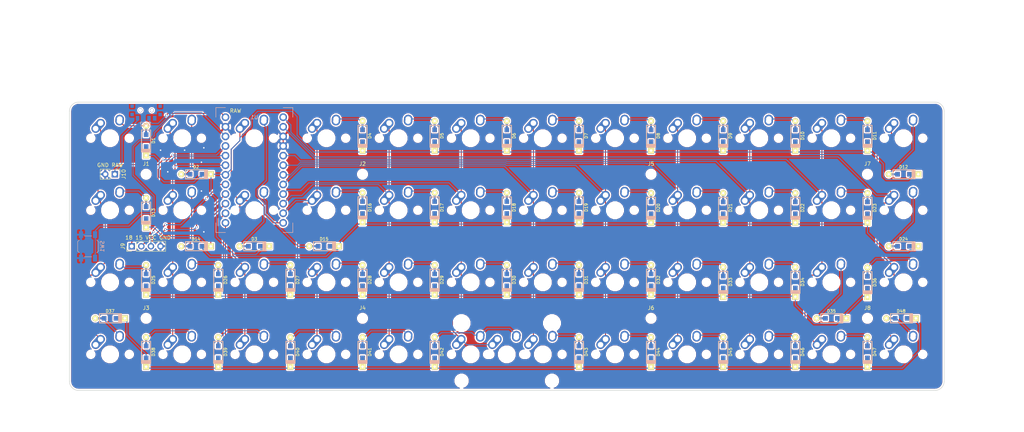
<source format=kicad_pcb>
(kicad_pcb (version 20171130) (host pcbnew "(5.0.0)")
  (layers (0 F.Cu signal) (31 B.Cu signal) (34 B.Paste user) (35 F.Paste user) (36 B.SilkS user) (37 F.SilkS user) (38 B.Mask user) (39 F.Mask user) (44 Edge.Cuts user))
  (net 0 "")
  (net 1 ROW0)
  (net 2 "Net-(D1-Pad2)")
  (net 3 "Net-(D2-Pad2)")
  (net 4 "Net-(D3-Pad2)")
  (net 5 "Net-(D4-Pad2)")
  (net 6 "Net-(D5-Pad2)")
  (net 7 "Net-(D6-Pad2)")
  (net 8 "Net-(D7-Pad2)")
  (net 9 "Net-(D8-Pad2)")
  (net 10 "Net-(D9-Pad2)")
  (net 11 "Net-(D10-Pad2)")
  (net 12 "Net-(D11-Pad2)")
  (net 13 "Net-(D12-Pad2)")
  (net 14 ROW1)
  (net 15 "Net-(D13-Pad2)")
  (net 16 "Net-(D14-Pad2)")
  (net 17 "Net-(D15-Pad2)")
  (net 18 "Net-(D16-Pad2)")
  (net 19 "Net-(D17-Pad2)")
  (net 20 "Net-(D18-Pad2)")
  (net 21 "Net-(D19-Pad2)")
  (net 22 "Net-(D20-Pad2)")
  (net 23 "Net-(D21-Pad2)")
  (net 24 "Net-(D22-Pad2)")
  (net 25 "Net-(D23-Pad2)")
  (net 26 "Net-(D24-Pad2)")
  (net 27 ROW2)
  (net 28 "Net-(D25-Pad2)")
  (net 29 "Net-(D26-Pad2)")
  (net 30 "Net-(D27-Pad2)")
  (net 31 "Net-(D28-Pad2)")
  (net 32 "Net-(D29-Pad2)")
  (net 33 "Net-(D30-Pad2)")
  (net 34 "Net-(D31-Pad2)")
  (net 35 "Net-(D32-Pad2)")
  (net 36 "Net-(D33-Pad2)")
  (net 37 "Net-(D34-Pad2)")
  (net 38 "Net-(D35-Pad2)")
  (net 39 "Net-(D36-Pad2)")
  (net 40 ROW3)
  (net 41 "Net-(D37-Pad2)")
  (net 42 "Net-(D38-Pad2)")
  (net 43 "Net-(D39-Pad2)")
  (net 44 "Net-(D40-Pad2)")
  (net 45 "Net-(D41-Pad2)")
  (net 46 "Net-(D42-Pad2)")
  (net 47 "Net-(D43-Pad2)")
  (net 48 "Net-(D44-Pad2)")
  (net 49 "Net-(D45-Pad2)")
  (net 50 "Net-(D46-Pad2)")
  (net 51 "Net-(D47-Pad2)")
  (net 52 "Net-(D48-Pad2)")
  (net 53 COL0)
  (net 54 COL1)
  (net 55 COL2)
  (net 56 COL3)
  (net 57 COL4)
  (net 58 COL5)
  (net 59 COL6)
  (net 60 COL7)
  (net 61 COL8)
  (net 62 COL9)
  (net 63 COL10)
  (net 64 COL11)
  (net 65 "Net-(SW1-Pad1)")
  (net 66 GND)
  (net 67 +5V)
  (net 68 "Net-(J9-Pad1)")
  (net 69 "Net-(J9-Pad2)")
  (net 70 "Net-(J10-Pad1)")
  (net 71 "Net-(SW2-Pad2)")
  (module MX_Alps_Hybrid:MX-1U-NoLED (layer F.Cu) (at 57.15 76.2)
    (fp_text reference MX26)
    (fp_text value MX-1U)
    (pad 2 thru_hole oval (at 2.5 -4.5 86.0548) (size 2.831378 2.25) (drill 1.47 (offset 0.290689 0)) (layers *.Cu B.Mask) (net 29 "Net-(D26-Pad2)"))
    (pad 2 thru_hole circle (at 2.54 -5.08) (size 2.25 2.25) (drill 1.47) (layers *.Cu B.Mask) (net 29 "Net-(D26-Pad2)"))
    (pad 1 thru_hole oval (at -3.81 -2.54 48.0996) (size 4.211556 2.25) (drill 1.47 (offset 0.980778 0)) (layers *.Cu B.Mask) (net 54 COL1))
    (pad "" np_thru_hole circle (at 0 0) (size 3.9878 3.9878) (drill 3.9878) (layers *.Cu *.Mask))
    (pad 1 thru_hole circle (at -2.5 -4) (size 2.25 2.25) (drill 1.47) (layers *.Cu B.Mask) (net 54 COL1))
    (pad "" np_thru_hole circle (at -5.08 0 48.0996) (size 1.75 1.75) (drill 1.75) (layers *.Cu *.Mask))
    (pad "" np_thru_hole circle (at 5.08 0 48.0996) (size 1.75 1.75) (drill 1.75) (layers *.Cu *.Mask))
  )
  (module MX_Alps_Hybrid:MX-1U-NoLED (layer F.Cu) (at 247.65 95.25)
    (fp_text reference MX48)
    (fp_text value MX-1U)
    (pad 2 thru_hole oval (at 2.5 -4.5 86.0548) (size 2.831378 2.25) (drill 1.47 (offset 0.290689 0)) (layers *.Cu B.Mask) (net 52 "Net-(D48-Pad2)"))
    (pad 2 thru_hole circle (at 2.54 -5.08) (size 2.25 2.25) (drill 1.47) (layers *.Cu B.Mask) (net 52 "Net-(D48-Pad2)"))
    (pad 1 thru_hole oval (at -3.81 -2.54 48.0996) (size 4.211556 2.25) (drill 1.47 (offset 0.980778 0)) (layers *.Cu B.Mask) (net 64 COL11))
    (pad "" np_thru_hole circle (at 0 0) (size 3.9878 3.9878) (drill 3.9878) (layers *.Cu *.Mask))
    (pad 1 thru_hole circle (at -2.5 -4) (size 2.25 2.25) (drill 1.47) (layers *.Cu B.Mask) (net 64 COL11))
    (pad "" np_thru_hole circle (at -5.08 0 48.0996) (size 1.75 1.75) (drill 1.75) (layers *.Cu *.Mask))
    (pad "" np_thru_hole circle (at 5.08 0 48.0996) (size 1.75 1.75) (drill 1.75) (layers *.Cu *.Mask))
  )
  (module locallib:pro_micro (layer B.Cu) (at 76.2 45.24375 180)
    (fp_text reference U1 (at 0 12.7 180) (layer B.SilkS) (effects (justify mirror)))
    (fp_text value ProMicro)
    (pad 1 thru_hole circle (at -7.62 12.7 180) (size 2.032 2.032) (drill 1.27) (layers *.Cu *.Mask) (net 64 COL11))
    (pad 2 thru_hole circle (at -7.62 10.16 180) (size 2.032 2.032) (drill 1.27) (layers *.Cu *.Mask) (net 63 COL10))
    (pad 3 thru_hole circle (at -7.62 7.62 180) (size 2.032 2.032) (drill 1.27) (layers *.Cu *.Mask) (net 66 GND))
    (pad 4 thru_hole circle (at -7.62 5.08 180) (size 2.032 2.032) (drill 1.27) (layers *.Cu *.Mask) (net 66 GND))
    (pad 5 thru_hole circle (at -7.62 2.54 180) (size 2.032 2.032) (drill 1.27) (layers *.Cu *.Mask) (net 62 COL9))
    (pad 6 thru_hole circle (at -7.62 0 180) (size 2.032 2.032) (drill 1.27) (layers *.Cu *.Mask) (net 61 COL8))
    (pad 7 thru_hole circle (at -7.62 -2.54 180) (size 2.032 2.032) (drill 1.27) (layers *.Cu *.Mask) (net 60 COL7))
    (pad 8 thru_hole circle (at -7.62 -5.08 180) (size 2.032 2.032) (drill 1.27) (layers *.Cu *.Mask) (net 59 COL6))
    (pad 9 thru_hole circle (at -7.62 -7.62 180) (size 2.032 2.032) (drill 1.27) (layers *.Cu *.Mask) (net 58 COL5))
    (pad 10 thru_hole circle (at -7.62 -10.16 180) (size 2.032 2.032) (drill 1.27) (layers *.Cu *.Mask) (net 57 COL4))
    (pad 11 thru_hole circle (at -7.62 -12.7 180) (size 2.032 2.032) (drill 1.27) (layers *.Cu *.Mask) (net 56 COL3))
    (pad 12 thru_hole circle (at -7.62 -15.24 180) (size 2.032 2.032) (drill 1.27) (layers *.Cu *.Mask) (net 55 COL2))
    (pad 24 thru_hole circle (at 7.62 12.7 180) (size 2.032 2.032) (drill 1.27) (layers *.Cu *.Mask) (net 71 "Net-(SW2-Pad2)"))
    (pad 23 thru_hole circle (at 7.62 10.16 180) (size 2.032 2.032) (drill 1.27) (layers *.Cu *.Mask) (net 66 GND))
    (pad 22 thru_hole circle (at 7.62 7.62 180) (size 2.032 2.032) (drill 1.27) (layers *.Cu *.Mask) (net 65 "Net-(SW1-Pad1)"))
    (pad 21 thru_hole circle (at 7.62 5.08 180) (size 2.032 2.032) (drill 1.27) (layers *.Cu *.Mask) (net 67 +5V))
    (pad 20 thru_hole circle (at 7.62 2.54 180) (size 2.032 2.032) (drill 1.27) (layers *.Cu *.Mask) (net 53 COL0))
    (pad 19 thru_hole circle (at 7.62 0 180) (size 2.032 2.032) (drill 1.27) (layers *.Cu *.Mask) (net 54 COL1))
    (pad 18 thru_hole circle (at 7.62 -2.54 180) (size 2.032 2.032) (drill 1.27) (layers *.Cu *.Mask) (net 1 ROW0))
    (pad 17 thru_hole circle (at 7.62 -5.08 180) (size 2.032 2.032) (drill 1.27) (layers *.Cu *.Mask) (net 68 "Net-(J9-Pad1)"))
    (pad 16 thru_hole circle (at 7.62 -7.62 180) (size 2.032 2.032) (drill 1.27) (layers *.Cu *.Mask) (net 69 "Net-(J9-Pad2)"))
    (pad 15 thru_hole circle (at 7.62 -10.16 180) (size 2.032 2.032) (drill 1.27) (layers *.Cu *.Mask) (net 14 ROW1))
    (pad 14 thru_hole circle (at 7.62 -12.7 180) (size 2.032 2.032) (drill 1.27) (layers *.Cu *.Mask) (net 27 ROW2))
    (pad 13 thru_hole circle (at 7.62 -15.24 180) (size 2.032 2.032) (drill 1.27) (layers *.Cu *.Mask) (net 40 ROW3))
  )
  (module MX_Alps_Hybrid:MX-2U-ReversedStabilizers-NoLED (layer F.Cu) (at 142.875 95.25)
    (fp_text reference MX49)
    (fp_text value MX-2U)
    (pad 2 thru_hole oval (at 2.5 -4.5 86.0548) (size 2.831378 2.25) (drill 1.47 (offset 0.290689 0)) (layers *.Cu B.Mask) (net 46 "Net-(D42-Pad2)"))
    (pad 2 thru_hole circle (at 2.54 -5.08) (size 2.25 2.25) (drill 1.47) (layers *.Cu B.Mask) (net 46 "Net-(D42-Pad2)"))
    (pad 1 thru_hole oval (at -3.81 -2.54 48.0996) (size 4.211556 2.25) (drill 1.47 (offset 0.980778 0)) (layers *.Cu B.Mask) (net 58 COL5))
    (pad "" np_thru_hole circle (at 0 0) (size 3.9878 3.9878) (drill 3.9878) (layers *.Cu *.Mask))
    (pad 1 thru_hole circle (at -2.5 -4) (size 2.25 2.25) (drill 1.47) (layers *.Cu B.Mask) (net 58 COL5))
    (pad "" np_thru_hole circle (at -5.08 0 48.0996) (size 1.75 1.75) (drill 1.75) (layers *.Cu *.Mask))
    (pad "" np_thru_hole circle (at 5.08 0 48.0996) (size 1.75 1.75) (drill 1.75) (layers *.Cu *.Mask))
    (pad "" np_thru_hole circle (at -11.938 6.985) (size 3.048 3.048) (drill 3.048) (layers *.Cu *.Mask))
    (pad "" np_thru_hole circle (at 11.938 6.985) (size 3.048 3.048) (drill 3.048) (layers *.Cu *.Mask))
    (pad "" np_thru_hole circle (at -11.938 -8.255) (size 3.9878 3.9878) (drill 3.9878) (layers *.Cu *.Mask))
    (pad "" np_thru_hole circle (at 11.938 -8.255) (size 3.9878 3.9878) (drill 3.9878) (layers *.Cu *.Mask))
  )
  (module MX_Alps_Hybrid:MX-1U-NoLED (layer F.Cu) (at 228.6 95.25)
    (fp_text reference MX47)
    (fp_text value MX-1U)
    (pad 2 thru_hole oval (at 2.5 -4.5 86.0548) (size 2.831378 2.25) (drill 1.47 (offset 0.290689 0)) (layers *.Cu B.Mask) (net 51 "Net-(D47-Pad2)"))
    (pad 2 thru_hole circle (at 2.54 -5.08) (size 2.25 2.25) (drill 1.47) (layers *.Cu B.Mask) (net 51 "Net-(D47-Pad2)"))
    (pad 1 thru_hole oval (at -3.81 -2.54 48.0996) (size 4.211556 2.25) (drill 1.47 (offset 0.980778 0)) (layers *.Cu B.Mask) (net 63 COL10))
    (pad "" np_thru_hole circle (at 0 0) (size 3.9878 3.9878) (drill 3.9878) (layers *.Cu *.Mask))
    (pad 1 thru_hole circle (at -2.5 -4) (size 2.25 2.25) (drill 1.47) (layers *.Cu B.Mask) (net 63 COL10))
    (pad "" np_thru_hole circle (at -5.08 0 48.0996) (size 1.75 1.75) (drill 1.75) (layers *.Cu *.Mask))
    (pad "" np_thru_hole circle (at 5.08 0 48.0996) (size 1.75 1.75) (drill 1.75) (layers *.Cu *.Mask))
  )
  (module MX_Alps_Hybrid:MX-1U-NoLED (layer F.Cu) (at 209.55 95.25)
    (fp_text reference MX46)
    (fp_text value MX-1U)
    (pad 2 thru_hole oval (at 2.5 -4.5 86.0548) (size 2.831378 2.25) (drill 1.47 (offset 0.290689 0)) (layers *.Cu B.Mask) (net 50 "Net-(D46-Pad2)"))
    (pad 2 thru_hole circle (at 2.54 -5.08) (size 2.25 2.25) (drill 1.47) (layers *.Cu B.Mask) (net 50 "Net-(D46-Pad2)"))
    (pad 1 thru_hole oval (at -3.81 -2.54 48.0996) (size 4.211556 2.25) (drill 1.47 (offset 0.980778 0)) (layers *.Cu B.Mask) (net 62 COL9))
    (pad "" np_thru_hole circle (at 0 0) (size 3.9878 3.9878) (drill 3.9878) (layers *.Cu *.Mask))
    (pad 1 thru_hole circle (at -2.5 -4) (size 2.25 2.25) (drill 1.47) (layers *.Cu B.Mask) (net 62 COL9))
    (pad "" np_thru_hole circle (at -5.08 0 48.0996) (size 1.75 1.75) (drill 1.75) (layers *.Cu *.Mask))
    (pad "" np_thru_hole circle (at 5.08 0 48.0996) (size 1.75 1.75) (drill 1.75) (layers *.Cu *.Mask))
  )
  (module MX_Alps_Hybrid:MX-1U-NoLED (layer F.Cu) (at 190.5 95.25)
    (fp_text reference MX45)
    (fp_text value MX-1U)
    (pad 2 thru_hole oval (at 2.5 -4.5 86.0548) (size 2.831378 2.25) (drill 1.47 (offset 0.290689 0)) (layers *.Cu B.Mask) (net 49 "Net-(D45-Pad2)"))
    (pad 2 thru_hole circle (at 2.54 -5.08) (size 2.25 2.25) (drill 1.47) (layers *.Cu B.Mask) (net 49 "Net-(D45-Pad2)"))
    (pad 1 thru_hole oval (at -3.81 -2.54 48.0996) (size 4.211556 2.25) (drill 1.47 (offset 0.980778 0)) (layers *.Cu B.Mask) (net 61 COL8))
    (pad "" np_thru_hole circle (at 0 0) (size 3.9878 3.9878) (drill 3.9878) (layers *.Cu *.Mask))
    (pad 1 thru_hole circle (at -2.5 -4) (size 2.25 2.25) (drill 1.47) (layers *.Cu B.Mask) (net 61 COL8))
    (pad "" np_thru_hole circle (at -5.08 0 48.0996) (size 1.75 1.75) (drill 1.75) (layers *.Cu *.Mask))
    (pad "" np_thru_hole circle (at 5.08 0 48.0996) (size 1.75 1.75) (drill 1.75) (layers *.Cu *.Mask))
  )
  (module MX_Alps_Hybrid:MX-1U-NoLED (layer F.Cu) (at 171.45 95.25)
    (fp_text reference MX44)
    (fp_text value MX-1U)
    (pad 2 thru_hole oval (at 2.5 -4.5 86.0548) (size 2.831378 2.25) (drill 1.47 (offset 0.290689 0)) (layers *.Cu B.Mask) (net 48 "Net-(D44-Pad2)"))
    (pad 2 thru_hole circle (at 2.54 -5.08) (size 2.25 2.25) (drill 1.47) (layers *.Cu B.Mask) (net 48 "Net-(D44-Pad2)"))
    (pad 1 thru_hole oval (at -3.81 -2.54 48.0996) (size 4.211556 2.25) (drill 1.47 (offset 0.980778 0)) (layers *.Cu B.Mask) (net 60 COL7))
    (pad "" np_thru_hole circle (at 0 0) (size 3.9878 3.9878) (drill 3.9878) (layers *.Cu *.Mask))
    (pad 1 thru_hole circle (at -2.5 -4) (size 2.25 2.25) (drill 1.47) (layers *.Cu B.Mask) (net 60 COL7))
    (pad "" np_thru_hole circle (at -5.08 0 48.0996) (size 1.75 1.75) (drill 1.75) (layers *.Cu *.Mask))
    (pad "" np_thru_hole circle (at 5.08 0 48.0996) (size 1.75 1.75) (drill 1.75) (layers *.Cu *.Mask))
  )
  (module MX_Alps_Hybrid:MX-1U-NoLED (layer F.Cu) (at 152.4 95.25)
    (fp_text reference MX43)
    (fp_text value MX-1U)
    (pad 2 thru_hole oval (at 2.5 -4.5 86.0548) (size 2.831378 2.25) (drill 1.47 (offset 0.290689 0)) (layers *.Cu B.Mask) (net 47 "Net-(D43-Pad2)"))
    (pad 2 thru_hole circle (at 2.54 -5.08) (size 2.25 2.25) (drill 1.47) (layers *.Cu B.Mask) (net 47 "Net-(D43-Pad2)"))
    (pad 1 thru_hole oval (at -3.81 -2.54 48.0996) (size 4.211556 2.25) (drill 1.47 (offset 0.980778 0)) (layers *.Cu B.Mask) (net 59 COL6))
    (pad "" np_thru_hole circle (at 0 0) (size 3.9878 3.9878) (drill 3.9878) (layers *.Cu *.Mask))
    (pad 1 thru_hole circle (at -2.5 -4) (size 2.25 2.25) (drill 1.47) (layers *.Cu B.Mask) (net 59 COL6))
    (pad "" np_thru_hole circle (at -5.08 0 48.0996) (size 1.75 1.75) (drill 1.75) (layers *.Cu *.Mask))
    (pad "" np_thru_hole circle (at 5.08 0 48.0996) (size 1.75 1.75) (drill 1.75) (layers *.Cu *.Mask))
  )
  (module MX_Alps_Hybrid:MX-1U-NoLED (layer F.Cu) (at 133.35 95.25)
    (fp_text reference MX42)
    (fp_text value MX-1U)
    (pad 2 thru_hole oval (at 2.5 -4.5 86.0548) (size 2.831378 2.25) (drill 1.47 (offset 0.290689 0)) (layers *.Cu B.Mask) (net 46 "Net-(D42-Pad2)"))
    (pad 2 thru_hole circle (at 2.54 -5.08) (size 2.25 2.25) (drill 1.47) (layers *.Cu B.Mask) (net 46 "Net-(D42-Pad2)"))
    (pad 1 thru_hole oval (at -3.81 -2.54 48.0996) (size 4.211556 2.25) (drill 1.47 (offset 0.980778 0)) (layers *.Cu B.Mask) (net 58 COL5))
    (pad "" np_thru_hole circle (at 0 0) (size 3.9878 3.9878) (drill 3.9878) (layers *.Cu *.Mask))
    (pad 1 thru_hole circle (at -2.5 -4) (size 2.25 2.25) (drill 1.47) (layers *.Cu B.Mask) (net 58 COL5))
    (pad "" np_thru_hole circle (at -5.08 0 48.0996) (size 1.75 1.75) (drill 1.75) (layers *.Cu *.Mask))
    (pad "" np_thru_hole circle (at 5.08 0 48.0996) (size 1.75 1.75) (drill 1.75) (layers *.Cu *.Mask))
  )
  (module MX_Alps_Hybrid:MX-1U-NoLED (layer F.Cu) (at 114.3 95.25)
    (fp_text reference MX41)
    (fp_text value MX-1U)
    (pad 2 thru_hole oval (at 2.5 -4.5 86.0548) (size 2.831378 2.25) (drill 1.47 (offset 0.290689 0)) (layers *.Cu B.Mask) (net 45 "Net-(D41-Pad2)"))
    (pad 2 thru_hole circle (at 2.54 -5.08) (size 2.25 2.25) (drill 1.47) (layers *.Cu B.Mask) (net 45 "Net-(D41-Pad2)"))
    (pad 1 thru_hole oval (at -3.81 -2.54 48.0996) (size 4.211556 2.25) (drill 1.47 (offset 0.980778 0)) (layers *.Cu B.Mask) (net 57 COL4))
    (pad "" np_thru_hole circle (at 0 0) (size 3.9878 3.9878) (drill 3.9878) (layers *.Cu *.Mask))
    (pad 1 thru_hole circle (at -2.5 -4) (size 2.25 2.25) (drill 1.47) (layers *.Cu B.Mask) (net 57 COL4))
    (pad "" np_thru_hole circle (at -5.08 0 48.0996) (size 1.75 1.75) (drill 1.75) (layers *.Cu *.Mask))
    (pad "" np_thru_hole circle (at 5.08 0 48.0996) (size 1.75 1.75) (drill 1.75) (layers *.Cu *.Mask))
  )
  (module MX_Alps_Hybrid:MX-1U-NoLED (layer F.Cu) (at 95.25 95.25)
    (fp_text reference MX40)
    (fp_text value MX-1U)
    (pad 2 thru_hole oval (at 2.5 -4.5 86.0548) (size 2.831378 2.25) (drill 1.47 (offset 0.290689 0)) (layers *.Cu B.Mask) (net 44 "Net-(D40-Pad2)"))
    (pad 2 thru_hole circle (at 2.54 -5.08) (size 2.25 2.25) (drill 1.47) (layers *.Cu B.Mask) (net 44 "Net-(D40-Pad2)"))
    (pad 1 thru_hole oval (at -3.81 -2.54 48.0996) (size 4.211556 2.25) (drill 1.47 (offset 0.980778 0)) (layers *.Cu B.Mask) (net 56 COL3))
    (pad "" np_thru_hole circle (at 0 0) (size 3.9878 3.9878) (drill 3.9878) (layers *.Cu *.Mask))
    (pad 1 thru_hole circle (at -2.5 -4) (size 2.25 2.25) (drill 1.47) (layers *.Cu B.Mask) (net 56 COL3))
    (pad "" np_thru_hole circle (at -5.08 0 48.0996) (size 1.75 1.75) (drill 1.75) (layers *.Cu *.Mask))
    (pad "" np_thru_hole circle (at 5.08 0 48.0996) (size 1.75 1.75) (drill 1.75) (layers *.Cu *.Mask))
  )
  (module MX_Alps_Hybrid:MX-1U-NoLED (layer F.Cu) (at 76.2 95.25)
    (fp_text reference MX39)
    (fp_text value MX-1U)
    (pad 2 thru_hole oval (at 2.5 -4.5 86.0548) (size 2.831378 2.25) (drill 1.47 (offset 0.290689 0)) (layers *.Cu B.Mask) (net 43 "Net-(D39-Pad2)"))
    (pad 2 thru_hole circle (at 2.54 -5.08) (size 2.25 2.25) (drill 1.47) (layers *.Cu B.Mask) (net 43 "Net-(D39-Pad2)"))
    (pad 1 thru_hole oval (at -3.81 -2.54 48.0996) (size 4.211556 2.25) (drill 1.47 (offset 0.980778 0)) (layers *.Cu B.Mask) (net 55 COL2))
    (pad "" np_thru_hole circle (at 0 0) (size 3.9878 3.9878) (drill 3.9878) (layers *.Cu *.Mask))
    (pad 1 thru_hole circle (at -2.5 -4) (size 2.25 2.25) (drill 1.47) (layers *.Cu B.Mask) (net 55 COL2))
    (pad "" np_thru_hole circle (at -5.08 0 48.0996) (size 1.75 1.75) (drill 1.75) (layers *.Cu *.Mask))
    (pad "" np_thru_hole circle (at 5.08 0 48.0996) (size 1.75 1.75) (drill 1.75) (layers *.Cu *.Mask))
  )
  (module MX_Alps_Hybrid:MX-1U-NoLED (layer F.Cu) (at 57.15 95.25)
    (fp_text reference MX38)
    (fp_text value MX-1U)
    (pad 2 thru_hole oval (at 2.5 -4.5 86.0548) (size 2.831378 2.25) (drill 1.47 (offset 0.290689 0)) (layers *.Cu B.Mask) (net 42 "Net-(D38-Pad2)"))
    (pad 2 thru_hole circle (at 2.54 -5.08) (size 2.25 2.25) (drill 1.47) (layers *.Cu B.Mask) (net 42 "Net-(D38-Pad2)"))
    (pad 1 thru_hole oval (at -3.81 -2.54 48.0996) (size 4.211556 2.25) (drill 1.47 (offset 0.980778 0)) (layers *.Cu B.Mask) (net 54 COL1))
    (pad "" np_thru_hole circle (at 0 0) (size 3.9878 3.9878) (drill 3.9878) (layers *.Cu *.Mask))
    (pad 1 thru_hole circle (at -2.5 -4) (size 2.25 2.25) (drill 1.47) (layers *.Cu B.Mask) (net 54 COL1))
    (pad "" np_thru_hole circle (at -5.08 0 48.0996) (size 1.75 1.75) (drill 1.75) (layers *.Cu *.Mask))
    (pad "" np_thru_hole circle (at 5.08 0 48.0996) (size 1.75 1.75) (drill 1.75) (layers *.Cu *.Mask))
  )
  (module MX_Alps_Hybrid:MX-1U-NoLED (layer F.Cu) (at 38.1 95.25)
    (fp_text reference MX37)
    (fp_text value MX-1U)
    (pad 2 thru_hole oval (at 2.5 -4.5 86.0548) (size 2.831378 2.25) (drill 1.47 (offset 0.290689 0)) (layers *.Cu B.Mask) (net 41 "Net-(D37-Pad2)"))
    (pad 2 thru_hole circle (at 2.54 -5.08) (size 2.25 2.25) (drill 1.47) (layers *.Cu B.Mask) (net 41 "Net-(D37-Pad2)"))
    (pad 1 thru_hole oval (at -3.81 -2.54 48.0996) (size 4.211556 2.25) (drill 1.47 (offset 0.980778 0)) (layers *.Cu B.Mask) (net 53 COL0))
    (pad "" np_thru_hole circle (at 0 0) (size 3.9878 3.9878) (drill 3.9878) (layers *.Cu *.Mask))
    (pad 1 thru_hole circle (at -2.5 -4) (size 2.25 2.25) (drill 1.47) (layers *.Cu B.Mask) (net 53 COL0))
    (pad "" np_thru_hole circle (at -5.08 0 48.0996) (size 1.75 1.75) (drill 1.75) (layers *.Cu *.Mask))
    (pad "" np_thru_hole circle (at 5.08 0 48.0996) (size 1.75 1.75) (drill 1.75) (layers *.Cu *.Mask))
  )
  (module MX_Alps_Hybrid:MX-1U-NoLED (layer F.Cu) (at 247.65 76.2)
    (fp_text reference MX36)
    (fp_text value MX-1U)
    (pad 2 thru_hole oval (at 2.5 -4.5 86.0548) (size 2.831378 2.25) (drill 1.47 (offset 0.290689 0)) (layers *.Cu B.Mask) (net 39 "Net-(D36-Pad2)"))
    (pad 2 thru_hole circle (at 2.54 -5.08) (size 2.25 2.25) (drill 1.47) (layers *.Cu B.Mask) (net 39 "Net-(D36-Pad2)"))
    (pad 1 thru_hole oval (at -3.81 -2.54 48.0996) (size 4.211556 2.25) (drill 1.47 (offset 0.980778 0)) (layers *.Cu B.Mask) (net 64 COL11))
    (pad "" np_thru_hole circle (at 0 0) (size 3.9878 3.9878) (drill 3.9878) (layers *.Cu *.Mask))
    (pad 1 thru_hole circle (at -2.5 -4) (size 2.25 2.25) (drill 1.47) (layers *.Cu B.Mask) (net 64 COL11))
    (pad "" np_thru_hole circle (at -5.08 0 48.0996) (size 1.75 1.75) (drill 1.75) (layers *.Cu *.Mask))
    (pad "" np_thru_hole circle (at 5.08 0 48.0996) (size 1.75 1.75) (drill 1.75) (layers *.Cu *.Mask))
  )
  (module MX_Alps_Hybrid:MX-1U-NoLED (layer F.Cu) (at 228.6 76.2)
    (fp_text reference MX35)
    (fp_text value MX-1U)
    (pad 2 thru_hole oval (at 2.5 -4.5 86.0548) (size 2.831378 2.25) (drill 1.47 (offset 0.290689 0)) (layers *.Cu B.Mask) (net 38 "Net-(D35-Pad2)"))
    (pad 2 thru_hole circle (at 2.54 -5.08) (size 2.25 2.25) (drill 1.47) (layers *.Cu B.Mask) (net 38 "Net-(D35-Pad2)"))
    (pad 1 thru_hole oval (at -3.81 -2.54 48.0996) (size 4.211556 2.25) (drill 1.47 (offset 0.980778 0)) (layers *.Cu B.Mask) (net 63 COL10))
    (pad "" np_thru_hole circle (at 0 0) (size 3.9878 3.9878) (drill 3.9878) (layers *.Cu *.Mask))
    (pad 1 thru_hole circle (at -2.5 -4) (size 2.25 2.25) (drill 1.47) (layers *.Cu B.Mask) (net 63 COL10))
    (pad "" np_thru_hole circle (at -5.08 0 48.0996) (size 1.75 1.75) (drill 1.75) (layers *.Cu *.Mask))
    (pad "" np_thru_hole circle (at 5.08 0 48.0996) (size 1.75 1.75) (drill 1.75) (layers *.Cu *.Mask))
  )
  (module MX_Alps_Hybrid:MX-1U-NoLED (layer F.Cu) (at 209.55 76.2)
    (fp_text reference MX34)
    (fp_text value MX-1U)
    (pad 2 thru_hole oval (at 2.5 -4.5 86.0548) (size 2.831378 2.25) (drill 1.47 (offset 0.290689 0)) (layers *.Cu B.Mask) (net 37 "Net-(D34-Pad2)"))
    (pad 2 thru_hole circle (at 2.54 -5.08) (size 2.25 2.25) (drill 1.47) (layers *.Cu B.Mask) (net 37 "Net-(D34-Pad2)"))
    (pad 1 thru_hole oval (at -3.81 -2.54 48.0996) (size 4.211556 2.25) (drill 1.47 (offset 0.980778 0)) (layers *.Cu B.Mask) (net 62 COL9))
    (pad "" np_thru_hole circle (at 0 0) (size 3.9878 3.9878) (drill 3.9878) (layers *.Cu *.Mask))
    (pad 1 thru_hole circle (at -2.5 -4) (size 2.25 2.25) (drill 1.47) (layers *.Cu B.Mask) (net 62 COL9))
    (pad "" np_thru_hole circle (at -5.08 0 48.0996) (size 1.75 1.75) (drill 1.75) (layers *.Cu *.Mask))
    (pad "" np_thru_hole circle (at 5.08 0 48.0996) (size 1.75 1.75) (drill 1.75) (layers *.Cu *.Mask))
  )
  (module MX_Alps_Hybrid:MX-1U-NoLED (layer F.Cu) (at 190.5 76.2)
    (fp_text reference MX33)
    (fp_text value MX-1U)
    (pad 2 thru_hole oval (at 2.5 -4.5 86.0548) (size 2.831378 2.25) (drill 1.47 (offset 0.290689 0)) (layers *.Cu B.Mask) (net 36 "Net-(D33-Pad2)"))
    (pad 2 thru_hole circle (at 2.54 -5.08) (size 2.25 2.25) (drill 1.47) (layers *.Cu B.Mask) (net 36 "Net-(D33-Pad2)"))
    (pad 1 thru_hole oval (at -3.81 -2.54 48.0996) (size 4.211556 2.25) (drill 1.47 (offset 0.980778 0)) (layers *.Cu B.Mask) (net 61 COL8))
    (pad "" np_thru_hole circle (at 0 0) (size 3.9878 3.9878) (drill 3.9878) (layers *.Cu *.Mask))
    (pad 1 thru_hole circle (at -2.5 -4) (size 2.25 2.25) (drill 1.47) (layers *.Cu B.Mask) (net 61 COL8))
    (pad "" np_thru_hole circle (at -5.08 0 48.0996) (size 1.75 1.75) (drill 1.75) (layers *.Cu *.Mask))
    (pad "" np_thru_hole circle (at 5.08 0 48.0996) (size 1.75 1.75) (drill 1.75) (layers *.Cu *.Mask))
  )
  (module MX_Alps_Hybrid:MX-1U-NoLED (layer F.Cu) (at 171.45 76.2)
    (fp_text reference MX32)
    (fp_text value MX-1U)
    (pad 2 thru_hole oval (at 2.5 -4.5 86.0548) (size 2.831378 2.25) (drill 1.47 (offset 0.290689 0)) (layers *.Cu B.Mask) (net 35 "Net-(D32-Pad2)"))
    (pad 2 thru_hole circle (at 2.54 -5.08) (size 2.25 2.25) (drill 1.47) (layers *.Cu B.Mask) (net 35 "Net-(D32-Pad2)"))
    (pad 1 thru_hole oval (at -3.81 -2.54 48.0996) (size 4.211556 2.25) (drill 1.47 (offset 0.980778 0)) (layers *.Cu B.Mask) (net 60 COL7))
    (pad "" np_thru_hole circle (at 0 0) (size 3.9878 3.9878) (drill 3.9878) (layers *.Cu *.Mask))
    (pad 1 thru_hole circle (at -2.5 -4) (size 2.25 2.25) (drill 1.47) (layers *.Cu B.Mask) (net 60 COL7))
    (pad "" np_thru_hole circle (at -5.08 0 48.0996) (size 1.75 1.75) (drill 1.75) (layers *.Cu *.Mask))
    (pad "" np_thru_hole circle (at 5.08 0 48.0996) (size 1.75 1.75) (drill 1.75) (layers *.Cu *.Mask))
  )
  (module MX_Alps_Hybrid:MX-1U-NoLED (layer F.Cu) (at 152.4 76.2)
    (fp_text reference MX31)
    (fp_text value MX-1U)
    (pad 2 thru_hole oval (at 2.5 -4.5 86.0548) (size 2.831378 2.25) (drill 1.47 (offset 0.290689 0)) (layers *.Cu B.Mask) (net 34 "Net-(D31-Pad2)"))
    (pad 2 thru_hole circle (at 2.54 -5.08) (size 2.25 2.25) (drill 1.47) (layers *.Cu B.Mask) (net 34 "Net-(D31-Pad2)"))
    (pad 1 thru_hole oval (at -3.81 -2.54 48.0996) (size 4.211556 2.25) (drill 1.47 (offset 0.980778 0)) (layers *.Cu B.Mask) (net 59 COL6))
    (pad "" np_thru_hole circle (at 0 0) (size 3.9878 3.9878) (drill 3.9878) (layers *.Cu *.Mask))
    (pad 1 thru_hole circle (at -2.5 -4) (size 2.25 2.25) (drill 1.47) (layers *.Cu B.Mask) (net 59 COL6))
    (pad "" np_thru_hole circle (at -5.08 0 48.0996) (size 1.75 1.75) (drill 1.75) (layers *.Cu *.Mask))
    (pad "" np_thru_hole circle (at 5.08 0 48.0996) (size 1.75 1.75) (drill 1.75) (layers *.Cu *.Mask))
  )
  (module MX_Alps_Hybrid:MX-1U-NoLED (layer F.Cu) (at 133.35 76.2)
    (fp_text reference MX30)
    (fp_text value MX-1U)
    (pad 2 thru_hole oval (at 2.5 -4.5 86.0548) (size 2.831378 2.25) (drill 1.47 (offset 0.290689 0)) (layers *.Cu B.Mask) (net 33 "Net-(D30-Pad2)"))
    (pad 2 thru_hole circle (at 2.54 -5.08) (size 2.25 2.25) (drill 1.47) (layers *.Cu B.Mask) (net 33 "Net-(D30-Pad2)"))
    (pad 1 thru_hole oval (at -3.81 -2.54 48.0996) (size 4.211556 2.25) (drill 1.47 (offset 0.980778 0)) (layers *.Cu B.Mask) (net 58 COL5))
    (pad "" np_thru_hole circle (at 0 0) (size 3.9878 3.9878) (drill 3.9878) (layers *.Cu *.Mask))
    (pad 1 thru_hole circle (at -2.5 -4) (size 2.25 2.25) (drill 1.47) (layers *.Cu B.Mask) (net 58 COL5))
    (pad "" np_thru_hole circle (at -5.08 0 48.0996) (size 1.75 1.75) (drill 1.75) (layers *.Cu *.Mask))
    (pad "" np_thru_hole circle (at 5.08 0 48.0996) (size 1.75 1.75) (drill 1.75) (layers *.Cu *.Mask))
  )
  (module MX_Alps_Hybrid:MX-1U-NoLED (layer F.Cu) (at 114.3 76.2)
    (fp_text reference MX29)
    (fp_text value MX-1U)
    (pad 2 thru_hole oval (at 2.5 -4.5 86.0548) (size 2.831378 2.25) (drill 1.47 (offset 0.290689 0)) (layers *.Cu B.Mask) (net 32 "Net-(D29-Pad2)"))
    (pad 2 thru_hole circle (at 2.54 -5.08) (size 2.25 2.25) (drill 1.47) (layers *.Cu B.Mask) (net 32 "Net-(D29-Pad2)"))
    (pad 1 thru_hole oval (at -3.81 -2.54 48.0996) (size 4.211556 2.25) (drill 1.47 (offset 0.980778 0)) (layers *.Cu B.Mask) (net 57 COL4))
    (pad "" np_thru_hole circle (at 0 0) (size 3.9878 3.9878) (drill 3.9878) (layers *.Cu *.Mask))
    (pad 1 thru_hole circle (at -2.5 -4) (size 2.25 2.25) (drill 1.47) (layers *.Cu B.Mask) (net 57 COL4))
    (pad "" np_thru_hole circle (at -5.08 0 48.0996) (size 1.75 1.75) (drill 1.75) (layers *.Cu *.Mask))
    (pad "" np_thru_hole circle (at 5.08 0 48.0996) (size 1.75 1.75) (drill 1.75) (layers *.Cu *.Mask))
  )
  (module MX_Alps_Hybrid:MX-1U-NoLED (layer F.Cu) (at 95.25 76.2)
    (fp_text reference MX28)
    (fp_text value MX-1U)
    (pad 2 thru_hole oval (at 2.5 -4.5 86.0548) (size 2.831378 2.25) (drill 1.47 (offset 0.290689 0)) (layers *.Cu B.Mask) (net 31 "Net-(D28-Pad2)"))
    (pad 2 thru_hole circle (at 2.54 -5.08) (size 2.25 2.25) (drill 1.47) (layers *.Cu B.Mask) (net 31 "Net-(D28-Pad2)"))
    (pad 1 thru_hole oval (at -3.81 -2.54 48.0996) (size 4.211556 2.25) (drill 1.47 (offset 0.980778 0)) (layers *.Cu B.Mask) (net 56 COL3))
    (pad "" np_thru_hole circle (at 0 0) (size 3.9878 3.9878) (drill 3.9878) (layers *.Cu *.Mask))
    (pad 1 thru_hole circle (at -2.5 -4) (size 2.25 2.25) (drill 1.47) (layers *.Cu B.Mask) (net 56 COL3))
    (pad "" np_thru_hole circle (at -5.08 0 48.0996) (size 1.75 1.75) (drill 1.75) (layers *.Cu *.Mask))
    (pad "" np_thru_hole circle (at 5.08 0 48.0996) (size 1.75 1.75) (drill 1.75) (layers *.Cu *.Mask))
  )
  (module MX_Alps_Hybrid:MX-1U-NoLED (layer F.Cu) (at 76.2 76.2)
    (fp_text reference MX27)
    (fp_text value MX-1U)
    (pad 2 thru_hole oval (at 2.5 -4.5 86.0548) (size 2.831378 2.25) (drill 1.47 (offset 0.290689 0)) (layers *.Cu B.Mask) (net 30 "Net-(D27-Pad2)"))
    (pad 2 thru_hole circle (at 2.54 -5.08) (size 2.25 2.25) (drill 1.47) (layers *.Cu B.Mask) (net 30 "Net-(D27-Pad2)"))
    (pad 1 thru_hole oval (at -3.81 -2.54 48.0996) (size 4.211556 2.25) (drill 1.47 (offset 0.980778 0)) (layers *.Cu B.Mask) (net 55 COL2))
    (pad "" np_thru_hole circle (at 0 0) (size 3.9878 3.9878) (drill 3.9878) (layers *.Cu *.Mask))
    (pad 1 thru_hole circle (at -2.5 -4) (size 2.25 2.25) (drill 1.47) (layers *.Cu B.Mask) (net 55 COL2))
    (pad "" np_thru_hole circle (at -5.08 0 48.0996) (size 1.75 1.75) (drill 1.75) (layers *.Cu *.Mask))
    (pad "" np_thru_hole circle (at 5.08 0 48.0996) (size 1.75 1.75) (drill 1.75) (layers *.Cu *.Mask))
  )
  (module MX_Alps_Hybrid:MX-1U-NoLED (layer F.Cu) (at 38.1 76.2)
    (fp_text reference MX25)
    (fp_text value MX-1U)
    (pad 2 thru_hole oval (at 2.5 -4.5 86.0548) (size 2.831378 2.25) (drill 1.47 (offset 0.290689 0)) (layers *.Cu B.Mask) (net 28 "Net-(D25-Pad2)"))
    (pad 2 thru_hole circle (at 2.54 -5.08) (size 2.25 2.25) (drill 1.47) (layers *.Cu B.Mask) (net 28 "Net-(D25-Pad2)"))
    (pad 1 thru_hole oval (at -3.81 -2.54 48.0996) (size 4.211556 2.25) (drill 1.47 (offset 0.980778 0)) (layers *.Cu B.Mask) (net 53 COL0))
    (pad "" np_thru_hole circle (at 0 0) (size 3.9878 3.9878) (drill 3.9878) (layers *.Cu *.Mask))
    (pad 1 thru_hole circle (at -2.5 -4) (size 2.25 2.25) (drill 1.47) (layers *.Cu B.Mask) (net 53 COL0))
    (pad "" np_thru_hole circle (at -5.08 0 48.0996) (size 1.75 1.75) (drill 1.75) (layers *.Cu *.Mask))
    (pad "" np_thru_hole circle (at 5.08 0 48.0996) (size 1.75 1.75) (drill 1.75) (layers *.Cu *.Mask))
  )
  (module MX_Alps_Hybrid:MX-1U-NoLED (layer F.Cu) (at 247.65 57.15)
    (fp_text reference MX24)
    (fp_text value MX-1U)
    (pad 2 thru_hole oval (at 2.5 -4.5 86.0548) (size 2.831378 2.25) (drill 1.47 (offset 0.290689 0)) (layers *.Cu B.Mask) (net 26 "Net-(D24-Pad2)"))
    (pad 2 thru_hole circle (at 2.54 -5.08) (size 2.25 2.25) (drill 1.47) (layers *.Cu B.Mask) (net 26 "Net-(D24-Pad2)"))
    (pad 1 thru_hole oval (at -3.81 -2.54 48.0996) (size 4.211556 2.25) (drill 1.47 (offset 0.980778 0)) (layers *.Cu B.Mask) (net 64 COL11))
    (pad "" np_thru_hole circle (at 0 0) (size 3.9878 3.9878) (drill 3.9878) (layers *.Cu *.Mask))
    (pad 1 thru_hole circle (at -2.5 -4) (size 2.25 2.25) (drill 1.47) (layers *.Cu B.Mask) (net 64 COL11))
    (pad "" np_thru_hole circle (at -5.08 0 48.0996) (size 1.75 1.75) (drill 1.75) (layers *.Cu *.Mask))
    (pad "" np_thru_hole circle (at 5.08 0 48.0996) (size 1.75 1.75) (drill 1.75) (layers *.Cu *.Mask))
  )
  (module MX_Alps_Hybrid:MX-1U-NoLED (layer F.Cu) (at 228.6 57.15)
    (fp_text reference MX23)
    (fp_text value MX-1U)
    (pad 2 thru_hole oval (at 2.5 -4.5 86.0548) (size 2.831378 2.25) (drill 1.47 (offset 0.290689 0)) (layers *.Cu B.Mask) (net 25 "Net-(D23-Pad2)"))
    (pad 2 thru_hole circle (at 2.54 -5.08) (size 2.25 2.25) (drill 1.47) (layers *.Cu B.Mask) (net 25 "Net-(D23-Pad2)"))
    (pad 1 thru_hole oval (at -3.81 -2.54 48.0996) (size 4.211556 2.25) (drill 1.47 (offset 0.980778 0)) (layers *.Cu B.Mask) (net 63 COL10))
    (pad "" np_thru_hole circle (at 0 0) (size 3.9878 3.9878) (drill 3.9878) (layers *.Cu *.Mask))
    (pad 1 thru_hole circle (at -2.5 -4) (size 2.25 2.25) (drill 1.47) (layers *.Cu B.Mask) (net 63 COL10))
    (pad "" np_thru_hole circle (at -5.08 0 48.0996) (size 1.75 1.75) (drill 1.75) (layers *.Cu *.Mask))
    (pad "" np_thru_hole circle (at 5.08 0 48.0996) (size 1.75 1.75) (drill 1.75) (layers *.Cu *.Mask))
  )
  (module MX_Alps_Hybrid:MX-1U-NoLED (layer F.Cu) (at 209.55 57.15)
    (fp_text reference MX22)
    (fp_text value MX-1U)
    (pad 2 thru_hole oval (at 2.5 -4.5 86.0548) (size 2.831378 2.25) (drill 1.47 (offset 0.290689 0)) (layers *.Cu B.Mask) (net 24 "Net-(D22-Pad2)"))
    (pad 2 thru_hole circle (at 2.54 -5.08) (size 2.25 2.25) (drill 1.47) (layers *.Cu B.Mask) (net 24 "Net-(D22-Pad2)"))
    (pad 1 thru_hole oval (at -3.81 -2.54 48.0996) (size 4.211556 2.25) (drill 1.47 (offset 0.980778 0)) (layers *.Cu B.Mask) (net 62 COL9))
    (pad "" np_thru_hole circle (at 0 0) (size 3.9878 3.9878) (drill 3.9878) (layers *.Cu *.Mask))
    (pad 1 thru_hole circle (at -2.5 -4) (size 2.25 2.25) (drill 1.47) (layers *.Cu B.Mask) (net 62 COL9))
    (pad "" np_thru_hole circle (at -5.08 0 48.0996) (size 1.75 1.75) (drill 1.75) (layers *.Cu *.Mask))
    (pad "" np_thru_hole circle (at 5.08 0 48.0996) (size 1.75 1.75) (drill 1.75) (layers *.Cu *.Mask))
  )
  (module MX_Alps_Hybrid:MX-1U-NoLED (layer F.Cu) (at 190.5 57.15)
    (fp_text reference MX21)
    (fp_text value MX-1U)
    (pad 2 thru_hole oval (at 2.5 -4.5 86.0548) (size 2.831378 2.25) (drill 1.47 (offset 0.290689 0)) (layers *.Cu B.Mask) (net 23 "Net-(D21-Pad2)"))
    (pad 2 thru_hole circle (at 2.54 -5.08) (size 2.25 2.25) (drill 1.47) (layers *.Cu B.Mask) (net 23 "Net-(D21-Pad2)"))
    (pad 1 thru_hole oval (at -3.81 -2.54 48.0996) (size 4.211556 2.25) (drill 1.47 (offset 0.980778 0)) (layers *.Cu B.Mask) (net 61 COL8))
    (pad "" np_thru_hole circle (at 0 0) (size 3.9878 3.9878) (drill 3.9878) (layers *.Cu *.Mask))
    (pad 1 thru_hole circle (at -2.5 -4) (size 2.25 2.25) (drill 1.47) (layers *.Cu B.Mask) (net 61 COL8))
    (pad "" np_thru_hole circle (at -5.08 0 48.0996) (size 1.75 1.75) (drill 1.75) (layers *.Cu *.Mask))
    (pad "" np_thru_hole circle (at 5.08 0 48.0996) (size 1.75 1.75) (drill 1.75) (layers *.Cu *.Mask))
  )
  (module MX_Alps_Hybrid:MX-1U-NoLED (layer F.Cu) (at 171.45 57.15)
    (fp_text reference MX20)
    (fp_text value MX-1U)
    (pad 2 thru_hole oval (at 2.5 -4.5 86.0548) (size 2.831378 2.25) (drill 1.47 (offset 0.290689 0)) (layers *.Cu B.Mask) (net 22 "Net-(D20-Pad2)"))
    (pad 2 thru_hole circle (at 2.54 -5.08) (size 2.25 2.25) (drill 1.47) (layers *.Cu B.Mask) (net 22 "Net-(D20-Pad2)"))
    (pad 1 thru_hole oval (at -3.81 -2.54 48.0996) (size 4.211556 2.25) (drill 1.47 (offset 0.980778 0)) (layers *.Cu B.Mask) (net 60 COL7))
    (pad "" np_thru_hole circle (at 0 0) (size 3.9878 3.9878) (drill 3.9878) (layers *.Cu *.Mask))
    (pad 1 thru_hole circle (at -2.5 -4) (size 2.25 2.25) (drill 1.47) (layers *.Cu B.Mask) (net 60 COL7))
    (pad "" np_thru_hole circle (at -5.08 0 48.0996) (size 1.75 1.75) (drill 1.75) (layers *.Cu *.Mask))
    (pad "" np_thru_hole circle (at 5.08 0 48.0996) (size 1.75 1.75) (drill 1.75) (layers *.Cu *.Mask))
  )
  (module MX_Alps_Hybrid:MX-1U-NoLED (layer F.Cu) (at 152.4 57.15)
    (fp_text reference MX19)
    (fp_text value MX-1U)
    (pad 2 thru_hole oval (at 2.5 -4.5 86.0548) (size 2.831378 2.25) (drill 1.47 (offset 0.290689 0)) (layers *.Cu B.Mask) (net 21 "Net-(D19-Pad2)"))
    (pad 2 thru_hole circle (at 2.54 -5.08) (size 2.25 2.25) (drill 1.47) (layers *.Cu B.Mask) (net 21 "Net-(D19-Pad2)"))
    (pad 1 thru_hole oval (at -3.81 -2.54 48.0996) (size 4.211556 2.25) (drill 1.47 (offset 0.980778 0)) (layers *.Cu B.Mask) (net 59 COL6))
    (pad "" np_thru_hole circle (at 0 0) (size 3.9878 3.9878) (drill 3.9878) (layers *.Cu *.Mask))
    (pad 1 thru_hole circle (at -2.5 -4) (size 2.25 2.25) (drill 1.47) (layers *.Cu B.Mask) (net 59 COL6))
    (pad "" np_thru_hole circle (at -5.08 0 48.0996) (size 1.75 1.75) (drill 1.75) (layers *.Cu *.Mask))
    (pad "" np_thru_hole circle (at 5.08 0 48.0996) (size 1.75 1.75) (drill 1.75) (layers *.Cu *.Mask))
  )
  (module MX_Alps_Hybrid:MX-1U-NoLED (layer F.Cu) (at 133.35 57.15)
    (fp_text reference MX18)
    (fp_text value MX-1U)
    (pad 2 thru_hole oval (at 2.5 -4.5 86.0548) (size 2.831378 2.25) (drill 1.47 (offset 0.290689 0)) (layers *.Cu B.Mask) (net 20 "Net-(D18-Pad2)"))
    (pad 2 thru_hole circle (at 2.54 -5.08) (size 2.25 2.25) (drill 1.47) (layers *.Cu B.Mask) (net 20 "Net-(D18-Pad2)"))
    (pad 1 thru_hole oval (at -3.81 -2.54 48.0996) (size 4.211556 2.25) (drill 1.47 (offset 0.980778 0)) (layers *.Cu B.Mask) (net 58 COL5))
    (pad "" np_thru_hole circle (at 0 0) (size 3.9878 3.9878) (drill 3.9878) (layers *.Cu *.Mask))
    (pad 1 thru_hole circle (at -2.5 -4) (size 2.25 2.25) (drill 1.47) (layers *.Cu B.Mask) (net 58 COL5))
    (pad "" np_thru_hole circle (at -5.08 0 48.0996) (size 1.75 1.75) (drill 1.75) (layers *.Cu *.Mask))
    (pad "" np_thru_hole circle (at 5.08 0 48.0996) (size 1.75 1.75) (drill 1.75) (layers *.Cu *.Mask))
  )
  (module MX_Alps_Hybrid:MX-1U-NoLED (layer F.Cu) (at 114.3 57.15)
    (fp_text reference MX17)
    (fp_text value MX-1U)
    (pad 2 thru_hole oval (at 2.5 -4.5 86.0548) (size 2.831378 2.25) (drill 1.47 (offset 0.290689 0)) (layers *.Cu B.Mask) (net 19 "Net-(D17-Pad2)"))
    (pad 2 thru_hole circle (at 2.54 -5.08) (size 2.25 2.25) (drill 1.47) (layers *.Cu B.Mask) (net 19 "Net-(D17-Pad2)"))
    (pad 1 thru_hole oval (at -3.81 -2.54 48.0996) (size 4.211556 2.25) (drill 1.47 (offset 0.980778 0)) (layers *.Cu B.Mask) (net 57 COL4))
    (pad "" np_thru_hole circle (at 0 0) (size 3.9878 3.9878) (drill 3.9878) (layers *.Cu *.Mask))
    (pad 1 thru_hole circle (at -2.5 -4) (size 2.25 2.25) (drill 1.47) (layers *.Cu B.Mask) (net 57 COL4))
    (pad "" np_thru_hole circle (at -5.08 0 48.0996) (size 1.75 1.75) (drill 1.75) (layers *.Cu *.Mask))
    (pad "" np_thru_hole circle (at 5.08 0 48.0996) (size 1.75 1.75) (drill 1.75) (layers *.Cu *.Mask))
  )
  (module MX_Alps_Hybrid:MX-1U-NoLED (layer F.Cu) (at 95.25 57.15)
    (fp_text reference MX16)
    (fp_text value MX-1U)
    (pad 2 thru_hole oval (at 2.5 -4.5 86.0548) (size 2.831378 2.25) (drill 1.47 (offset 0.290689 0)) (layers *.Cu B.Mask) (net 18 "Net-(D16-Pad2)"))
    (pad 2 thru_hole circle (at 2.54 -5.08) (size 2.25 2.25) (drill 1.47) (layers *.Cu B.Mask) (net 18 "Net-(D16-Pad2)"))
    (pad 1 thru_hole oval (at -3.81 -2.54 48.0996) (size 4.211556 2.25) (drill 1.47 (offset 0.980778 0)) (layers *.Cu B.Mask) (net 56 COL3))
    (pad "" np_thru_hole circle (at 0 0) (size 3.9878 3.9878) (drill 3.9878) (layers *.Cu *.Mask))
    (pad 1 thru_hole circle (at -2.5 -4) (size 2.25 2.25) (drill 1.47) (layers *.Cu B.Mask) (net 56 COL3))
    (pad "" np_thru_hole circle (at -5.08 0 48.0996) (size 1.75 1.75) (drill 1.75) (layers *.Cu *.Mask))
    (pad "" np_thru_hole circle (at 5.08 0 48.0996) (size 1.75 1.75) (drill 1.75) (layers *.Cu *.Mask))
  )
  (module MX_Alps_Hybrid:MX-1U-NoLED (layer F.Cu) (at 76.2 57.15)
    (fp_text reference MX15)
    (fp_text value MX-1U)
    (pad 2 thru_hole oval (at 2.5 -4.5 86.0548) (size 2.831378 2.25) (drill 1.47 (offset 0.290689 0)) (layers *.Cu B.Mask) (net 17 "Net-(D15-Pad2)"))
    (pad 2 thru_hole circle (at 2.54 -5.08) (size 2.25 2.25) (drill 1.47) (layers *.Cu B.Mask) (net 17 "Net-(D15-Pad2)"))
    (pad 1 thru_hole oval (at -3.81 -2.54 48.0996) (size 4.211556 2.25) (drill 1.47 (offset 0.980778 0)) (layers *.Cu B.Mask) (net 55 COL2))
    (pad "" np_thru_hole circle (at 0 0) (size 3.9878 3.9878) (drill 3.9878) (layers *.Cu *.Mask))
    (pad 1 thru_hole circle (at -2.5 -4) (size 2.25 2.25) (drill 1.47) (layers *.Cu B.Mask) (net 55 COL2))
    (pad "" np_thru_hole circle (at -5.08 0 48.0996) (size 1.75 1.75) (drill 1.75) (layers *.Cu *.Mask))
    (pad "" np_thru_hole circle (at 5.08 0 48.0996) (size 1.75 1.75) (drill 1.75) (layers *.Cu *.Mask))
  )
  (module MX_Alps_Hybrid:MX-1U-NoLED (layer F.Cu) (at 57.15 57.15)
    (fp_text reference MX14)
    (fp_text value MX-1U)
    (pad 2 thru_hole oval (at 2.5 -4.5 86.0548) (size 2.831378 2.25) (drill 1.47 (offset 0.290689 0)) (layers *.Cu B.Mask) (net 16 "Net-(D14-Pad2)"))
    (pad 2 thru_hole circle (at 2.54 -5.08) (size 2.25 2.25) (drill 1.47) (layers *.Cu B.Mask) (net 16 "Net-(D14-Pad2)"))
    (pad 1 thru_hole oval (at -3.81 -2.54 48.0996) (size 4.211556 2.25) (drill 1.47 (offset 0.980778 0)) (layers *.Cu B.Mask) (net 54 COL1))
    (pad "" np_thru_hole circle (at 0 0) (size 3.9878 3.9878) (drill 3.9878) (layers *.Cu *.Mask))
    (pad 1 thru_hole circle (at -2.5 -4) (size 2.25 2.25) (drill 1.47) (layers *.Cu B.Mask) (net 54 COL1))
    (pad "" np_thru_hole circle (at -5.08 0 48.0996) (size 1.75 1.75) (drill 1.75) (layers *.Cu *.Mask))
    (pad "" np_thru_hole circle (at 5.08 0 48.0996) (size 1.75 1.75) (drill 1.75) (layers *.Cu *.Mask))
  )
  (module MX_Alps_Hybrid:MX-1U-NoLED (layer F.Cu) (at 38.1 57.15)
    (fp_text reference MX13)
    (fp_text value MX-1U)
    (pad 2 thru_hole oval (at 2.5 -4.5 86.0548) (size 2.831378 2.25) (drill 1.47 (offset 0.290689 0)) (layers *.Cu B.Mask) (net 15 "Net-(D13-Pad2)"))
    (pad 2 thru_hole circle (at 2.54 -5.08) (size 2.25 2.25) (drill 1.47) (layers *.Cu B.Mask) (net 15 "Net-(D13-Pad2)"))
    (pad 1 thru_hole oval (at -3.81 -2.54 48.0996) (size 4.211556 2.25) (drill 1.47 (offset 0.980778 0)) (layers *.Cu B.Mask) (net 53 COL0))
    (pad "" np_thru_hole circle (at 0 0) (size 3.9878 3.9878) (drill 3.9878) (layers *.Cu *.Mask))
    (pad 1 thru_hole circle (at -2.5 -4) (size 2.25 2.25) (drill 1.47) (layers *.Cu B.Mask) (net 53 COL0))
    (pad "" np_thru_hole circle (at -5.08 0 48.0996) (size 1.75 1.75) (drill 1.75) (layers *.Cu *.Mask))
    (pad "" np_thru_hole circle (at 5.08 0 48.0996) (size 1.75 1.75) (drill 1.75) (layers *.Cu *.Mask))
  )
  (module MX_Alps_Hybrid:MX-1U-NoLED (layer F.Cu) (at 247.65 38.1)
    (fp_text reference MX12)
    (fp_text value MX-1U)
    (pad 2 thru_hole oval (at 2.5 -4.5 86.0548) (size 2.831378 2.25) (drill 1.47 (offset 0.290689 0)) (layers *.Cu B.Mask) (net 13 "Net-(D12-Pad2)"))
    (pad 2 thru_hole circle (at 2.54 -5.08) (size 2.25 2.25) (drill 1.47) (layers *.Cu B.Mask) (net 13 "Net-(D12-Pad2)"))
    (pad 1 thru_hole oval (at -3.81 -2.54 48.0996) (size 4.211556 2.25) (drill 1.47 (offset 0.980778 0)) (layers *.Cu B.Mask) (net 64 COL11))
    (pad "" np_thru_hole circle (at 0 0) (size 3.9878 3.9878) (drill 3.9878) (layers *.Cu *.Mask))
    (pad 1 thru_hole circle (at -2.5 -4) (size 2.25 2.25) (drill 1.47) (layers *.Cu B.Mask) (net 64 COL11))
    (pad "" np_thru_hole circle (at -5.08 0 48.0996) (size 1.75 1.75) (drill 1.75) (layers *.Cu *.Mask))
    (pad "" np_thru_hole circle (at 5.08 0 48.0996) (size 1.75 1.75) (drill 1.75) (layers *.Cu *.Mask))
  )
  (module MX_Alps_Hybrid:MX-1U-NoLED (layer F.Cu) (at 228.6 38.1)
    (fp_text reference MX11)
    (fp_text value MX-1U)
    (pad 2 thru_hole oval (at 2.5 -4.5 86.0548) (size 2.831378 2.25) (drill 1.47 (offset 0.290689 0)) (layers *.Cu B.Mask) (net 12 "Net-(D11-Pad2)"))
    (pad 2 thru_hole circle (at 2.54 -5.08) (size 2.25 2.25) (drill 1.47) (layers *.Cu B.Mask) (net 12 "Net-(D11-Pad2)"))
    (pad 1 thru_hole oval (at -3.81 -2.54 48.0996) (size 4.211556 2.25) (drill 1.47 (offset 0.980778 0)) (layers *.Cu B.Mask) (net 63 COL10))
    (pad "" np_thru_hole circle (at 0 0) (size 3.9878 3.9878) (drill 3.9878) (layers *.Cu *.Mask))
    (pad 1 thru_hole circle (at -2.5 -4) (size 2.25 2.25) (drill 1.47) (layers *.Cu B.Mask) (net 63 COL10))
    (pad "" np_thru_hole circle (at -5.08 0 48.0996) (size 1.75 1.75) (drill 1.75) (layers *.Cu *.Mask))
    (pad "" np_thru_hole circle (at 5.08 0 48.0996) (size 1.75 1.75) (drill 1.75) (layers *.Cu *.Mask))
  )
  (module MX_Alps_Hybrid:MX-1U-NoLED (layer F.Cu) (at 209.55 38.1)
    (fp_text reference MX10)
    (fp_text value MX-1U)
    (pad 2 thru_hole oval (at 2.5 -4.5 86.0548) (size 2.831378 2.25) (drill 1.47 (offset 0.290689 0)) (layers *.Cu B.Mask) (net 11 "Net-(D10-Pad2)"))
    (pad 2 thru_hole circle (at 2.54 -5.08) (size 2.25 2.25) (drill 1.47) (layers *.Cu B.Mask) (net 11 "Net-(D10-Pad2)"))
    (pad 1 thru_hole oval (at -3.81 -2.54 48.0996) (size 4.211556 2.25) (drill 1.47 (offset 0.980778 0)) (layers *.Cu B.Mask) (net 62 COL9))
    (pad "" np_thru_hole circle (at 0 0) (size 3.9878 3.9878) (drill 3.9878) (layers *.Cu *.Mask))
    (pad 1 thru_hole circle (at -2.5 -4) (size 2.25 2.25) (drill 1.47) (layers *.Cu B.Mask) (net 62 COL9))
    (pad "" np_thru_hole circle (at -5.08 0 48.0996) (size 1.75 1.75) (drill 1.75) (layers *.Cu *.Mask))
    (pad "" np_thru_hole circle (at 5.08 0 48.0996) (size 1.75 1.75) (drill 1.75) (layers *.Cu *.Mask))
  )
  (module MX_Alps_Hybrid:MX-1U-NoLED (layer F.Cu) (at 190.5 38.1)
    (fp_text reference MX9)
    (fp_text value MX-1U)
    (pad 2 thru_hole oval (at 2.5 -4.5 86.0548) (size 2.831378 2.25) (drill 1.47 (offset 0.290689 0)) (layers *.Cu B.Mask) (net 10 "Net-(D9-Pad2)"))
    (pad 2 thru_hole circle (at 2.54 -5.08) (size 2.25 2.25) (drill 1.47) (layers *.Cu B.Mask) (net 10 "Net-(D9-Pad2)"))
    (pad 1 thru_hole oval (at -3.81 -2.54 48.0996) (size 4.211556 2.25) (drill 1.47 (offset 0.980778 0)) (layers *.Cu B.Mask) (net 61 COL8))
    (pad "" np_thru_hole circle (at 0 0) (size 3.9878 3.9878) (drill 3.9878) (layers *.Cu *.Mask))
    (pad 1 thru_hole circle (at -2.5 -4) (size 2.25 2.25) (drill 1.47) (layers *.Cu B.Mask) (net 61 COL8))
    (pad "" np_thru_hole circle (at -5.08 0 48.0996) (size 1.75 1.75) (drill 1.75) (layers *.Cu *.Mask))
    (pad "" np_thru_hole circle (at 5.08 0 48.0996) (size 1.75 1.75) (drill 1.75) (layers *.Cu *.Mask))
  )
  (module MX_Alps_Hybrid:MX-1U-NoLED (layer F.Cu) (at 171.45 38.1)
    (fp_text reference MX8)
    (fp_text value MX-1U)
    (pad 2 thru_hole oval (at 2.5 -4.5 86.0548) (size 2.831378 2.25) (drill 1.47 (offset 0.290689 0)) (layers *.Cu B.Mask) (net 9 "Net-(D8-Pad2)"))
    (pad 2 thru_hole circle (at 2.54 -5.08) (size 2.25 2.25) (drill 1.47) (layers *.Cu B.Mask) (net 9 "Net-(D8-Pad2)"))
    (pad 1 thru_hole oval (at -3.81 -2.54 48.0996) (size 4.211556 2.25) (drill 1.47 (offset 0.980778 0)) (layers *.Cu B.Mask) (net 60 COL7))
    (pad "" np_thru_hole circle (at 0 0) (size 3.9878 3.9878) (drill 3.9878) (layers *.Cu *.Mask))
    (pad 1 thru_hole circle (at -2.5 -4) (size 2.25 2.25) (drill 1.47) (layers *.Cu B.Mask) (net 60 COL7))
    (pad "" np_thru_hole circle (at -5.08 0 48.0996) (size 1.75 1.75) (drill 1.75) (layers *.Cu *.Mask))
    (pad "" np_thru_hole circle (at 5.08 0 48.0996) (size 1.75 1.75) (drill 1.75) (layers *.Cu *.Mask))
  )
  (module MX_Alps_Hybrid:MX-1U-NoLED (layer F.Cu) (at 152.4 38.1)
    (fp_text reference MX7)
    (fp_text value MX-1U)
    (pad 2 thru_hole oval (at 2.5 -4.5 86.0548) (size 2.831378 2.25) (drill 1.47 (offset 0.290689 0)) (layers *.Cu B.Mask) (net 8 "Net-(D7-Pad2)"))
    (pad 2 thru_hole circle (at 2.54 -5.08) (size 2.25 2.25) (drill 1.47) (layers *.Cu B.Mask) (net 8 "Net-(D7-Pad2)"))
    (pad 1 thru_hole oval (at -3.81 -2.54 48.0996) (size 4.211556 2.25) (drill 1.47 (offset 0.980778 0)) (layers *.Cu B.Mask) (net 59 COL6))
    (pad "" np_thru_hole circle (at 0 0) (size 3.9878 3.9878) (drill 3.9878) (layers *.Cu *.Mask))
    (pad 1 thru_hole circle (at -2.5 -4) (size 2.25 2.25) (drill 1.47) (layers *.Cu B.Mask) (net 59 COL6))
    (pad "" np_thru_hole circle (at -5.08 0 48.0996) (size 1.75 1.75) (drill 1.75) (layers *.Cu *.Mask))
    (pad "" np_thru_hole circle (at 5.08 0 48.0996) (size 1.75 1.75) (drill 1.75) (layers *.Cu *.Mask))
  )
  (module MX_Alps_Hybrid:MX-1U-NoLED (layer F.Cu) (at 133.35 38.1)
    (fp_text reference MX6)
    (fp_text value MX-1U)
    (pad 2 thru_hole oval (at 2.5 -4.5 86.0548) (size 2.831378 2.25) (drill 1.47 (offset 0.290689 0)) (layers *.Cu B.Mask) (net 7 "Net-(D6-Pad2)"))
    (pad 2 thru_hole circle (at 2.54 -5.08) (size 2.25 2.25) (drill 1.47) (layers *.Cu B.Mask) (net 7 "Net-(D6-Pad2)"))
    (pad 1 thru_hole oval (at -3.81 -2.54 48.0996) (size 4.211556 2.25) (drill 1.47 (offset 0.980778 0)) (layers *.Cu B.Mask) (net 58 COL5))
    (pad "" np_thru_hole circle (at 0 0) (size 3.9878 3.9878) (drill 3.9878) (layers *.Cu *.Mask))
    (pad 1 thru_hole circle (at -2.5 -4) (size 2.25 2.25) (drill 1.47) (layers *.Cu B.Mask) (net 58 COL5))
    (pad "" np_thru_hole circle (at -5.08 0 48.0996) (size 1.75 1.75) (drill 1.75) (layers *.Cu *.Mask))
    (pad "" np_thru_hole circle (at 5.08 0 48.0996) (size 1.75 1.75) (drill 1.75) (layers *.Cu *.Mask))
  )
  (module MX_Alps_Hybrid:MX-1U-NoLED (layer F.Cu) (at 114.3 38.1)
    (fp_text reference MX5)
    (fp_text value MX-1U)
    (pad 2 thru_hole oval (at 2.5 -4.5 86.0548) (size 2.831378 2.25) (drill 1.47 (offset 0.290689 0)) (layers *.Cu B.Mask) (net 6 "Net-(D5-Pad2)"))
    (pad 2 thru_hole circle (at 2.54 -5.08) (size 2.25 2.25) (drill 1.47) (layers *.Cu B.Mask) (net 6 "Net-(D5-Pad2)"))
    (pad 1 thru_hole oval (at -3.81 -2.54 48.0996) (size 4.211556 2.25) (drill 1.47 (offset 0.980778 0)) (layers *.Cu B.Mask) (net 57 COL4))
    (pad "" np_thru_hole circle (at 0 0) (size 3.9878 3.9878) (drill 3.9878) (layers *.Cu *.Mask))
    (pad 1 thru_hole circle (at -2.5 -4) (size 2.25 2.25) (drill 1.47) (layers *.Cu B.Mask) (net 57 COL4))
    (pad "" np_thru_hole circle (at -5.08 0 48.0996) (size 1.75 1.75) (drill 1.75) (layers *.Cu *.Mask))
    (pad "" np_thru_hole circle (at 5.08 0 48.0996) (size 1.75 1.75) (drill 1.75) (layers *.Cu *.Mask))
  )
  (module MX_Alps_Hybrid:MX-1U-NoLED (layer F.Cu) (at 95.25 38.1)
    (fp_text reference MX4)
    (fp_text value MX-1U)
    (pad 2 thru_hole oval (at 2.5 -4.5 86.0548) (size 2.831378 2.25) (drill 1.47 (offset 0.290689 0)) (layers *.Cu B.Mask) (net 5 "Net-(D4-Pad2)"))
    (pad 2 thru_hole circle (at 2.54 -5.08) (size 2.25 2.25) (drill 1.47) (layers *.Cu B.Mask) (net 5 "Net-(D4-Pad2)"))
    (pad 1 thru_hole oval (at -3.81 -2.54 48.0996) (size 4.211556 2.25) (drill 1.47 (offset 0.980778 0)) (layers *.Cu B.Mask) (net 56 COL3))
    (pad "" np_thru_hole circle (at 0 0) (size 3.9878 3.9878) (drill 3.9878) (layers *.Cu *.Mask))
    (pad 1 thru_hole circle (at -2.5 -4) (size 2.25 2.25) (drill 1.47) (layers *.Cu B.Mask) (net 56 COL3))
    (pad "" np_thru_hole circle (at -5.08 0 48.0996) (size 1.75 1.75) (drill 1.75) (layers *.Cu *.Mask))
    (pad "" np_thru_hole circle (at 5.08 0 48.0996) (size 1.75 1.75) (drill 1.75) (layers *.Cu *.Mask))
  )
  (module MX_Alps_Hybrid:MX-1U-NoLED (layer F.Cu) (at 76.2 38.1)
    (fp_text reference MX3)
    (fp_text value MX-1U)
    (pad 2 thru_hole oval (at 2.5 -4.5 86.0548) (size 2.831378 2.25) (drill 1.47 (offset 0.290689 0)) (layers *.Cu B.Mask) (net 4 "Net-(D3-Pad2)"))
    (pad 2 thru_hole circle (at 2.54 -5.08) (size 2.25 2.25) (drill 1.47) (layers *.Cu B.Mask) (net 4 "Net-(D3-Pad2)"))
    (pad 1 thru_hole oval (at -3.81 -2.54 48.0996) (size 4.211556 2.25) (drill 1.47 (offset 0.980778 0)) (layers *.Cu B.Mask) (net 55 COL2))
    (pad "" np_thru_hole circle (at 0 0) (size 3.9878 3.9878) (drill 3.9878) (layers *.Cu *.Mask))
    (pad 1 thru_hole circle (at -2.5 -4) (size 2.25 2.25) (drill 1.47) (layers *.Cu B.Mask) (net 55 COL2))
    (pad "" np_thru_hole circle (at -5.08 0 48.0996) (size 1.75 1.75) (drill 1.75) (layers *.Cu *.Mask))
    (pad "" np_thru_hole circle (at 5.08 0 48.0996) (size 1.75 1.75) (drill 1.75) (layers *.Cu *.Mask))
  )
  (module MX_Alps_Hybrid:MX-1U-NoLED (layer F.Cu) (at 57.15 38.1)
    (fp_text reference MX2)
    (fp_text value MX-1U)
    (pad 2 thru_hole oval (at 2.5 -4.5 86.0548) (size 2.831378 2.25) (drill 1.47 (offset 0.290689 0)) (layers *.Cu B.Mask) (net 3 "Net-(D2-Pad2)"))
    (pad 2 thru_hole circle (at 2.54 -5.08) (size 2.25 2.25) (drill 1.47) (layers *.Cu B.Mask) (net 3 "Net-(D2-Pad2)"))
    (pad 1 thru_hole oval (at -3.81 -2.54 48.0996) (size 4.211556 2.25) (drill 1.47 (offset 0.980778 0)) (layers *.Cu B.Mask) (net 54 COL1))
    (pad "" np_thru_hole circle (at 0 0) (size 3.9878 3.9878) (drill 3.9878) (layers *.Cu *.Mask))
    (pad 1 thru_hole circle (at -2.5 -4) (size 2.25 2.25) (drill 1.47) (layers *.Cu B.Mask) (net 54 COL1))
    (pad "" np_thru_hole circle (at -5.08 0 48.0996) (size 1.75 1.75) (drill 1.75) (layers *.Cu *.Mask))
    (pad "" np_thru_hole circle (at 5.08 0 48.0996) (size 1.75 1.75) (drill 1.75) (layers *.Cu *.Mask))
  )
  (module MX_Alps_Hybrid:MX-1U-NoLED (layer F.Cu) (at 38.1 38.1)
    (fp_text reference MX1)
    (fp_text value MX-1U)
    (pad 2 thru_hole oval (at 2.5 -4.5 86.0548) (size 2.831378 2.25) (drill 1.47 (offset 0.290689 0)) (layers *.Cu B.Mask) (net 2 "Net-(D1-Pad2)"))
    (pad 2 thru_hole circle (at 2.54 -5.08) (size 2.25 2.25) (drill 1.47) (layers *.Cu B.Mask) (net 2 "Net-(D1-Pad2)"))
    (pad 1 thru_hole oval (at -3.81 -2.54 48.0996) (size 4.211556 2.25) (drill 1.47 (offset 0.980778 0)) (layers *.Cu B.Mask) (net 53 COL0))
    (pad "" np_thru_hole circle (at 0 0) (size 3.9878 3.9878) (drill 3.9878) (layers *.Cu *.Mask))
    (pad 1 thru_hole circle (at -2.5 -4) (size 2.25 2.25) (drill 1.47) (layers *.Cu B.Mask) (net 53 COL0))
    (pad "" np_thru_hole circle (at -5.08 0 48.0996) (size 1.75 1.75) (drill 1.75) (layers *.Cu *.Mask))
    (pad "" np_thru_hole circle (at 5.08 0 48.0996) (size 1.75 1.75) (drill 1.75) (layers *.Cu *.Mask))
  )
  (module MountingHole:MountingHole_2.2mm_M2_ISO7380 (layer F.Cu) (at 47.625 47.625)
    (fp_text reference J1 (at 0 -2.75) (layer F.SilkS))
    (fp_text value Conn_01x01)
    (pad 1 np_thru_hole circle (at 0 0) (size 2.2 2.2) (drill 2.2) (layers *.Cu *.Mask))
  )
  (module MountingHole:MountingHole_2.2mm_M2_ISO7380 (layer F.Cu) (at 104.775 47.625)
    (fp_text reference J2 (at 0 -2.75) (layer F.SilkS))
    (fp_text value Conn_01x01)
    (pad 1 np_thru_hole circle (at 0 0) (size 2.2 2.2) (drill 2.2) (layers *.Cu *.Mask))
  )
  (module MountingHole:MountingHole_2.2mm_M2_ISO7380 (layer F.Cu) (at 47.625 85.725)
    (fp_text reference J3 (at 0 -2.75) (layer F.SilkS))
    (fp_text value Conn_01x01)
    (pad 1 np_thru_hole circle (at 0 0) (size 2.2 2.2) (drill 2.2) (layers *.Cu *.Mask))
  )
  (module MountingHole:MountingHole_2.2mm_M2_ISO7380 (layer F.Cu) (at 104.775 85.725)
    (fp_text reference J4 (at 0 -2.75) (layer F.SilkS))
    (fp_text value Conn_01x01)
    (pad 1 np_thru_hole circle (at 0 0) (size 2.2 2.2) (drill 2.2) (layers *.Cu *.Mask))
  )
  (module MountingHole:MountingHole_2.2mm_M2_ISO7380 (layer F.Cu) (at 180.975 47.625)
    (fp_text reference J5 (at 0 -2.75) (layer F.SilkS))
    (fp_text value Conn_01x01)
    (pad 1 np_thru_hole circle (at 0 0) (size 2.2 2.2) (drill 2.2) (layers *.Cu *.Mask))
  )
  (module MountingHole:MountingHole_2.2mm_M2_ISO7380 (layer F.Cu) (at 180.975 85.725)
    (fp_text reference J6 (at 0 -2.75) (layer F.SilkS))
    (fp_text value Conn_01x01)
    (pad 1 np_thru_hole circle (at 0 0) (size 2.2 2.2) (drill 2.2) (layers *.Cu *.Mask))
  )
  (module MountingHole:MountingHole_2.2mm_M2_ISO7380 (layer F.Cu) (at 238.125 47.625)
    (fp_text reference J7 (at 0 -2.75) (layer F.SilkS))
    (fp_text value Conn_01x01)
    (pad 1 np_thru_hole circle (at 0 0) (size 2.2 2.2) (drill 2.2) (layers *.Cu *.Mask))
  )
  (module MountingHole:MountingHole_2.2mm_M2_ISO7380 (layer F.Cu) (at 238.125 85.725)
    (fp_text reference J8 (at 0 -2.75) (layer F.SilkS))
    (fp_text value Conn_01x01)
    (pad 1 np_thru_hole circle (at 0 0) (size 2.2 2.2) (drill 2.2) (layers *.Cu *.Mask))
  )
  (module Connector_PinHeader_2.54mm:PinHeader_1x04_P2.54mm_Vertical (layer F.Cu) (at 43.815 66.675 90)
    (fp_text reference J9 (at 0 -2.33 90) (layer F.SilkS))
    (fp_text value Conn_01x04)
    (pad 1 thru_hole rect (at 0 0 90) (size 1.7 1.7) (drill 1) (layers *.Cu *.Mask) (net 68 "Net-(J9-Pad1)"))
    (pad 2 thru_hole oval (at 0 2.54 90) (size 1.7 1.7) (drill 1) (layers *.Cu *.Mask) (net 69 "Net-(J9-Pad2)"))
    (pad 3 thru_hole oval (at 0 5.08 90) (size 1.7 1.7) (drill 1) (layers *.Cu *.Mask) (net 67 +5V))
    (pad 4 thru_hole oval (at 0 7.62 90) (size 1.7 1.7) (drill 1) (layers *.Cu *.Mask) (net 66 GND))
  )
  (module footprints:D_SOD123_axial-dual (layer F.Cu) (at 47.625 38.735 90)
    (fp_text reference D1 (at 0 1.925 90) (layer F.SilkS) (effects (font (size 0.8 0.8))))
    (fp_text value 1N4148 hide)
    (pad 2 smd rect (at 2.7 0 90) (size 2.5 0.5) (layers F.Cu) (net 2 "Net-(D1-Pad2)"))
    (pad 1 smd rect (at -2.7 0 90) (size 2.5 0.5) (layers F.Cu) (net 1 ROW0))
    (pad 2 thru_hole circle (at 3.9 0 90) (size 1.6 1.6) (drill 0.7) (layers *.Cu *.Mask F.SilkS) (net 2 "Net-(D1-Pad2)"))
    (pad 1 thru_hole rect (at -3.9 0 90) (size 1.6 1.6) (drill 0.7) (layers *.Cu *.Mask F.SilkS) (net 1 ROW0))
    (pad 1 smd rect (at -1.575 0 90) (size 1.2 1.2) (layers F.Cu F.Paste F.Mask) (net 1 ROW0))
    (pad 2 smd rect (at 1.575 0 90) (size 1.2 1.2) (layers F.Cu F.Paste F.Mask) (net 2 "Net-(D1-Pad2)"))
    (pad 2 smd rect (at 2.7 0 90) (size 2.5 0.5) (layers B.Cu) (net 2 "Net-(D1-Pad2)"))
    (pad 2 smd rect (at 1.575 0 90) (size 1.2 1.2) (layers B.Cu B.Paste B.Mask) (net 2 "Net-(D1-Pad2)"))
    (pad 1 smd rect (at -1.575 0 90) (size 1.2 1.2) (layers B.Cu B.Paste B.Mask) (net 1 ROW0))
    (pad 1 smd rect (at -2.7 0 90) (size 2.5 0.5) (layers B.Cu) (net 1 ROW0))
  )
  (module footprints:D_SOD123_axial-dual (layer F.Cu) (at 60.80125 47.625 180)
    (fp_text reference D2 (at 0 1.925 180) (layer F.SilkS) (effects (font (size 0.8 0.8))))
    (fp_text value 1N4148 hide)
    (pad 1 smd rect (at -2.7 0 180) (size 2.5 0.5) (layers B.Cu) (net 1 ROW0))
    (pad 1 smd rect (at -1.575 0 180) (size 1.2 1.2) (layers B.Cu B.Paste B.Mask) (net 1 ROW0))
    (pad 2 smd rect (at 1.575 0 180) (size 1.2 1.2) (layers B.Cu B.Paste B.Mask) (net 3 "Net-(D2-Pad2)"))
    (pad 2 smd rect (at 2.7 0 180) (size 2.5 0.5) (layers B.Cu) (net 3 "Net-(D2-Pad2)"))
    (pad 2 smd rect (at 1.575 0 180) (size 1.2 1.2) (layers F.Cu F.Paste F.Mask) (net 3 "Net-(D2-Pad2)"))
    (pad 1 smd rect (at -1.575 0 180) (size 1.2 1.2) (layers F.Cu F.Paste F.Mask) (net 1 ROW0))
    (pad 1 thru_hole rect (at -3.9 0 180) (size 1.6 1.6) (drill 0.7) (layers *.Cu *.Mask F.SilkS) (net 1 ROW0))
    (pad 2 thru_hole circle (at 3.9 0 180) (size 1.6 1.6) (drill 0.7) (layers *.Cu *.Mask F.SilkS) (net 3 "Net-(D2-Pad2)"))
    (pad 1 smd rect (at -2.7 0 180) (size 2.5 0.5) (layers F.Cu) (net 1 ROW0))
    (pad 2 smd rect (at 2.7 0 180) (size 2.5 0.5) (layers F.Cu) (net 3 "Net-(D2-Pad2)"))
  )
  (module footprints:D_SOD123_axial-dual (layer F.Cu) (at 76.2 66.675 180)
    (fp_text reference D3 (at 0 1.925 180) (layer F.SilkS) (effects (font (size 0.8 0.8))))
    (fp_text value 1N4148 hide)
    (pad 2 smd rect (at 2.7 0 180) (size 2.5 0.5) (layers F.Cu) (net 4 "Net-(D3-Pad2)"))
    (pad 1 smd rect (at -2.7 0 180) (size 2.5 0.5) (layers F.Cu) (net 1 ROW0))
    (pad 2 thru_hole circle (at 3.9 0 180) (size 1.6 1.6) (drill 0.7) (layers *.Cu *.Mask F.SilkS) (net 4 "Net-(D3-Pad2)"))
    (pad 1 thru_hole rect (at -3.9 0 180) (size 1.6 1.6) (drill 0.7) (layers *.Cu *.Mask F.SilkS) (net 1 ROW0))
    (pad 1 smd rect (at -1.575 0 180) (size 1.2 1.2) (layers F.Cu F.Paste F.Mask) (net 1 ROW0))
    (pad 2 smd rect (at 1.575 0 180) (size 1.2 1.2) (layers F.Cu F.Paste F.Mask) (net 4 "Net-(D3-Pad2)"))
    (pad 2 smd rect (at 2.7 0 180) (size 2.5 0.5) (layers B.Cu) (net 4 "Net-(D3-Pad2)"))
    (pad 2 smd rect (at 1.575 0 180) (size 1.2 1.2) (layers B.Cu B.Paste B.Mask) (net 4 "Net-(D3-Pad2)"))
    (pad 1 smd rect (at -1.575 0 180) (size 1.2 1.2) (layers B.Cu B.Paste B.Mask) (net 1 ROW0))
    (pad 1 smd rect (at -2.7 0 180) (size 2.5 0.5) (layers B.Cu) (net 1 ROW0))
  )
  (module footprints:D_SOD123_axial-dual (layer F.Cu) (at 104.775 37.465 90)
    (fp_text reference D4 (at 0 1.925 90) (layer F.SilkS) (effects (font (size 0.8 0.8))))
    (fp_text value 1N4148 hide)
    (pad 1 smd rect (at -2.7 0 90) (size 2.5 0.5) (layers B.Cu) (net 1 ROW0))
    (pad 1 smd rect (at -1.575 0 90) (size 1.2 1.2) (layers B.Cu B.Paste B.Mask) (net 1 ROW0))
    (pad 2 smd rect (at 1.575 0 90) (size 1.2 1.2) (layers B.Cu B.Paste B.Mask) (net 5 "Net-(D4-Pad2)"))
    (pad 2 smd rect (at 2.7 0 90) (size 2.5 0.5) (layers B.Cu) (net 5 "Net-(D4-Pad2)"))
    (pad 2 smd rect (at 1.575 0 90) (size 1.2 1.2) (layers F.Cu F.Paste F.Mask) (net 5 "Net-(D4-Pad2)"))
    (pad 1 smd rect (at -1.575 0 90) (size 1.2 1.2) (layers F.Cu F.Paste F.Mask) (net 1 ROW0))
    (pad 1 thru_hole rect (at -3.9 0 90) (size 1.6 1.6) (drill 0.7) (layers *.Cu *.Mask F.SilkS) (net 1 ROW0))
    (pad 2 thru_hole circle (at 3.9 0 90) (size 1.6 1.6) (drill 0.7) (layers *.Cu *.Mask F.SilkS) (net 5 "Net-(D4-Pad2)"))
    (pad 1 smd rect (at -2.7 0 90) (size 2.5 0.5) (layers F.Cu) (net 1 ROW0))
    (pad 2 smd rect (at 2.7 0 90) (size 2.5 0.5) (layers F.Cu) (net 5 "Net-(D4-Pad2)"))
  )
  (module footprints:D_SOD123_axial-dual (layer F.Cu) (at 123.825 37.465 90)
    (fp_text reference D5 (at 0 1.925 90) (layer F.SilkS) (effects (font (size 0.8 0.8))))
    (fp_text value 1N4148 hide)
    (pad 2 smd rect (at 2.7 0 90) (size 2.5 0.5) (layers F.Cu) (net 6 "Net-(D5-Pad2)"))
    (pad 1 smd rect (at -2.7 0 90) (size 2.5 0.5) (layers F.Cu) (net 1 ROW0))
    (pad 2 thru_hole circle (at 3.9 0 90) (size 1.6 1.6) (drill 0.7) (layers *.Cu *.Mask F.SilkS) (net 6 "Net-(D5-Pad2)"))
    (pad 1 thru_hole rect (at -3.9 0 90) (size 1.6 1.6) (drill 0.7) (layers *.Cu *.Mask F.SilkS) (net 1 ROW0))
    (pad 1 smd rect (at -1.575 0 90) (size 1.2 1.2) (layers F.Cu F.Paste F.Mask) (net 1 ROW0))
    (pad 2 smd rect (at 1.575 0 90) (size 1.2 1.2) (layers F.Cu F.Paste F.Mask) (net 6 "Net-(D5-Pad2)"))
    (pad 2 smd rect (at 2.7 0 90) (size 2.5 0.5) (layers B.Cu) (net 6 "Net-(D5-Pad2)"))
    (pad 2 smd rect (at 1.575 0 90) (size 1.2 1.2) (layers B.Cu B.Paste B.Mask) (net 6 "Net-(D5-Pad2)"))
    (pad 1 smd rect (at -1.575 0 90) (size 1.2 1.2) (layers B.Cu B.Paste B.Mask) (net 1 ROW0))
    (pad 1 smd rect (at -2.7 0 90) (size 2.5 0.5) (layers B.Cu) (net 1 ROW0))
  )
  (module footprints:D_SOD123_axial-dual (layer F.Cu) (at 142.875 37.465 90)
    (fp_text reference D6 (at 0 1.925 90) (layer F.SilkS) (effects (font (size 0.8 0.8))))
    (fp_text value 1N4148 hide)
    (pad 1 smd rect (at -2.7 0 90) (size 2.5 0.5) (layers B.Cu) (net 1 ROW0))
    (pad 1 smd rect (at -1.575 0 90) (size 1.2 1.2) (layers B.Cu B.Paste B.Mask) (net 1 ROW0))
    (pad 2 smd rect (at 1.575 0 90) (size 1.2 1.2) (layers B.Cu B.Paste B.Mask) (net 7 "Net-(D6-Pad2)"))
    (pad 2 smd rect (at 2.7 0 90) (size 2.5 0.5) (layers B.Cu) (net 7 "Net-(D6-Pad2)"))
    (pad 2 smd rect (at 1.575 0 90) (size 1.2 1.2) (layers F.Cu F.Paste F.Mask) (net 7 "Net-(D6-Pad2)"))
    (pad 1 smd rect (at -1.575 0 90) (size 1.2 1.2) (layers F.Cu F.Paste F.Mask) (net 1 ROW0))
    (pad 1 thru_hole rect (at -3.9 0 90) (size 1.6 1.6) (drill 0.7) (layers *.Cu *.Mask F.SilkS) (net 1 ROW0))
    (pad 2 thru_hole circle (at 3.9 0 90) (size 1.6 1.6) (drill 0.7) (layers *.Cu *.Mask F.SilkS) (net 7 "Net-(D6-Pad2)"))
    (pad 1 smd rect (at -2.7 0 90) (size 2.5 0.5) (layers F.Cu) (net 1 ROW0))
    (pad 2 smd rect (at 2.7 0 90) (size 2.5 0.5) (layers F.Cu) (net 7 "Net-(D6-Pad2)"))
  )
  (module footprints:D_SOD123_axial-dual (layer F.Cu) (at 161.925 37.465 90)
    (fp_text reference D7 (at 0 1.925 90) (layer F.SilkS) (effects (font (size 0.8 0.8))))
    (fp_text value 1N4148 hide)
    (pad 2 smd rect (at 2.7 0 90) (size 2.5 0.5) (layers F.Cu) (net 8 "Net-(D7-Pad2)"))
    (pad 1 smd rect (at -2.7 0 90) (size 2.5 0.5) (layers F.Cu) (net 1 ROW0))
    (pad 2 thru_hole circle (at 3.9 0 90) (size 1.6 1.6) (drill 0.7) (layers *.Cu *.Mask F.SilkS) (net 8 "Net-(D7-Pad2)"))
    (pad 1 thru_hole rect (at -3.9 0 90) (size 1.6 1.6) (drill 0.7) (layers *.Cu *.Mask F.SilkS) (net 1 ROW0))
    (pad 1 smd rect (at -1.575 0 90) (size 1.2 1.2) (layers F.Cu F.Paste F.Mask) (net 1 ROW0))
    (pad 2 smd rect (at 1.575 0 90) (size 1.2 1.2) (layers F.Cu F.Paste F.Mask) (net 8 "Net-(D7-Pad2)"))
    (pad 2 smd rect (at 2.7 0 90) (size 2.5 0.5) (layers B.Cu) (net 8 "Net-(D7-Pad2)"))
    (pad 2 smd rect (at 1.575 0 90) (size 1.2 1.2) (layers B.Cu B.Paste B.Mask) (net 8 "Net-(D7-Pad2)"))
    (pad 1 smd rect (at -1.575 0 90) (size 1.2 1.2) (layers B.Cu B.Paste B.Mask) (net 1 ROW0))
    (pad 1 smd rect (at -2.7 0 90) (size 2.5 0.5) (layers B.Cu) (net 1 ROW0))
  )
  (module footprints:D_SOD123_axial-dual (layer F.Cu) (at 180.975 37.465 90)
    (fp_text reference D8 (at 0 1.925 90) (layer F.SilkS) (effects (font (size 0.8 0.8))))
    (fp_text value 1N4148 hide)
    (pad 1 smd rect (at -2.7 0 90) (size 2.5 0.5) (layers B.Cu) (net 1 ROW0))
    (pad 1 smd rect (at -1.575 0 90) (size 1.2 1.2) (layers B.Cu B.Paste B.Mask) (net 1 ROW0))
    (pad 2 smd rect (at 1.575 0 90) (size 1.2 1.2) (layers B.Cu B.Paste B.Mask) (net 9 "Net-(D8-Pad2)"))
    (pad 2 smd rect (at 2.7 0 90) (size 2.5 0.5) (layers B.Cu) (net 9 "Net-(D8-Pad2)"))
    (pad 2 smd rect (at 1.575 0 90) (size 1.2 1.2) (layers F.Cu F.Paste F.Mask) (net 9 "Net-(D8-Pad2)"))
    (pad 1 smd rect (at -1.575 0 90) (size 1.2 1.2) (layers F.Cu F.Paste F.Mask) (net 1 ROW0))
    (pad 1 thru_hole rect (at -3.9 0 90) (size 1.6 1.6) (drill 0.7) (layers *.Cu *.Mask F.SilkS) (net 1 ROW0))
    (pad 2 thru_hole circle (at 3.9 0 90) (size 1.6 1.6) (drill 0.7) (layers *.Cu *.Mask F.SilkS) (net 9 "Net-(D8-Pad2)"))
    (pad 1 smd rect (at -2.7 0 90) (size 2.5 0.5) (layers F.Cu) (net 1 ROW0))
    (pad 2 smd rect (at 2.7 0 90) (size 2.5 0.5) (layers F.Cu) (net 9 "Net-(D8-Pad2)"))
  )
  (module footprints:D_SOD123_axial-dual (layer F.Cu) (at 200.025 37.465 90)
    (fp_text reference D9 (at 0 1.925 90) (layer F.SilkS) (effects (font (size 0.8 0.8))))
    (fp_text value 1N4148 hide)
    (pad 2 smd rect (at 2.7 0 90) (size 2.5 0.5) (layers F.Cu) (net 10 "Net-(D9-Pad2)"))
    (pad 1 smd rect (at -2.7 0 90) (size 2.5 0.5) (layers F.Cu) (net 1 ROW0))
    (pad 2 thru_hole circle (at 3.9 0 90) (size 1.6 1.6) (drill 0.7) (layers *.Cu *.Mask F.SilkS) (net 10 "Net-(D9-Pad2)"))
    (pad 1 thru_hole rect (at -3.9 0 90) (size 1.6 1.6) (drill 0.7) (layers *.Cu *.Mask F.SilkS) (net 1 ROW0))
    (pad 1 smd rect (at -1.575 0 90) (size 1.2 1.2) (layers F.Cu F.Paste F.Mask) (net 1 ROW0))
    (pad 2 smd rect (at 1.575 0 90) (size 1.2 1.2) (layers F.Cu F.Paste F.Mask) (net 10 "Net-(D9-Pad2)"))
    (pad 2 smd rect (at 2.7 0 90) (size 2.5 0.5) (layers B.Cu) (net 10 "Net-(D9-Pad2)"))
    (pad 2 smd rect (at 1.575 0 90) (size 1.2 1.2) (layers B.Cu B.Paste B.Mask) (net 10 "Net-(D9-Pad2)"))
    (pad 1 smd rect (at -1.575 0 90) (size 1.2 1.2) (layers B.Cu B.Paste B.Mask) (net 1 ROW0))
    (pad 1 smd rect (at -2.7 0 90) (size 2.5 0.5) (layers B.Cu) (net 1 ROW0))
  )
  (module footprints:D_SOD123_axial-dual (layer F.Cu) (at 219.075 37.465 90)
    (fp_text reference D10 (at 0 1.925 90) (layer F.SilkS) (effects (font (size 0.8 0.8))))
    (fp_text value 1N4148 hide)
    (pad 1 smd rect (at -2.7 0 90) (size 2.5 0.5) (layers B.Cu) (net 1 ROW0))
    (pad 1 smd rect (at -1.575 0 90) (size 1.2 1.2) (layers B.Cu B.Paste B.Mask) (net 1 ROW0))
    (pad 2 smd rect (at 1.575 0 90) (size 1.2 1.2) (layers B.Cu B.Paste B.Mask) (net 11 "Net-(D10-Pad2)"))
    (pad 2 smd rect (at 2.7 0 90) (size 2.5 0.5) (layers B.Cu) (net 11 "Net-(D10-Pad2)"))
    (pad 2 smd rect (at 1.575 0 90) (size 1.2 1.2) (layers F.Cu F.Paste F.Mask) (net 11 "Net-(D10-Pad2)"))
    (pad 1 smd rect (at -1.575 0 90) (size 1.2 1.2) (layers F.Cu F.Paste F.Mask) (net 1 ROW0))
    (pad 1 thru_hole rect (at -3.9 0 90) (size 1.6 1.6) (drill 0.7) (layers *.Cu *.Mask F.SilkS) (net 1 ROW0))
    (pad 2 thru_hole circle (at 3.9 0 90) (size 1.6 1.6) (drill 0.7) (layers *.Cu *.Mask F.SilkS) (net 11 "Net-(D10-Pad2)"))
    (pad 1 smd rect (at -2.7 0 90) (size 2.5 0.5) (layers F.Cu) (net 1 ROW0))
    (pad 2 smd rect (at 2.7 0 90) (size 2.5 0.5) (layers F.Cu) (net 11 "Net-(D10-Pad2)"))
  )
  (module footprints:D_SOD123_axial-dual (layer F.Cu) (at 238.125 37.465 90)
    (fp_text reference D11 (at 0 1.925 90) (layer F.SilkS) (effects (font (size 0.8 0.8))))
    (fp_text value 1N4148 hide)
    (pad 2 smd rect (at 2.7 0 90) (size 2.5 0.5) (layers F.Cu) (net 12 "Net-(D11-Pad2)"))
    (pad 1 smd rect (at -2.7 0 90) (size 2.5 0.5) (layers F.Cu) (net 1 ROW0))
    (pad 2 thru_hole circle (at 3.9 0 90) (size 1.6 1.6) (drill 0.7) (layers *.Cu *.Mask F.SilkS) (net 12 "Net-(D11-Pad2)"))
    (pad 1 thru_hole rect (at -3.9 0 90) (size 1.6 1.6) (drill 0.7) (layers *.Cu *.Mask F.SilkS) (net 1 ROW0))
    (pad 1 smd rect (at -1.575 0 90) (size 1.2 1.2) (layers F.Cu F.Paste F.Mask) (net 1 ROW0))
    (pad 2 smd rect (at 1.575 0 90) (size 1.2 1.2) (layers F.Cu F.Paste F.Mask) (net 12 "Net-(D11-Pad2)"))
    (pad 2 smd rect (at 2.7 0 90) (size 2.5 0.5) (layers B.Cu) (net 12 "Net-(D11-Pad2)"))
    (pad 2 smd rect (at 1.575 0 90) (size 1.2 1.2) (layers B.Cu B.Paste B.Mask) (net 12 "Net-(D11-Pad2)"))
    (pad 1 smd rect (at -1.575 0 90) (size 1.2 1.2) (layers B.Cu B.Paste B.Mask) (net 1 ROW0))
    (pad 1 smd rect (at -2.7 0 90) (size 2.5 0.5) (layers B.Cu) (net 1 ROW0))
  )
  (module footprints:D_SOD123_axial-dual (layer F.Cu) (at 247.65 47.625 180)
    (fp_text reference D12 (at 0 1.925 180) (layer F.SilkS) (effects (font (size 0.8 0.8))))
    (fp_text value 1N4148 hide)
    (pad 1 smd rect (at -2.7 0 180) (size 2.5 0.5) (layers B.Cu) (net 1 ROW0))
    (pad 1 smd rect (at -1.575 0 180) (size 1.2 1.2) (layers B.Cu B.Paste B.Mask) (net 1 ROW0))
    (pad 2 smd rect (at 1.575 0 180) (size 1.2 1.2) (layers B.Cu B.Paste B.Mask) (net 13 "Net-(D12-Pad2)"))
    (pad 2 smd rect (at 2.7 0 180) (size 2.5 0.5) (layers B.Cu) (net 13 "Net-(D12-Pad2)"))
    (pad 2 smd rect (at 1.575 0 180) (size 1.2 1.2) (layers F.Cu F.Paste F.Mask) (net 13 "Net-(D12-Pad2)"))
    (pad 1 smd rect (at -1.575 0 180) (size 1.2 1.2) (layers F.Cu F.Paste F.Mask) (net 1 ROW0))
    (pad 1 thru_hole rect (at -3.9 0 180) (size 1.6 1.6) (drill 0.7) (layers *.Cu *.Mask F.SilkS) (net 1 ROW0))
    (pad 2 thru_hole circle (at 3.9 0 180) (size 1.6 1.6) (drill 0.7) (layers *.Cu *.Mask F.SilkS) (net 13 "Net-(D12-Pad2)"))
    (pad 1 smd rect (at -2.7 0 180) (size 2.5 0.5) (layers F.Cu) (net 1 ROW0))
    (pad 2 smd rect (at 2.7 0 180) (size 2.5 0.5) (layers F.Cu) (net 13 "Net-(D12-Pad2)"))
  )
  (module footprints:D_SOD123_axial-dual (layer F.Cu) (at 47.625 57.785 90)
    (fp_text reference D13 (at 0 1.925 90) (layer F.SilkS) (effects (font (size 0.8 0.8))))
    (fp_text value 1N4148 hide)
    (pad 2 smd rect (at 2.7 0 90) (size 2.5 0.5) (layers F.Cu) (net 15 "Net-(D13-Pad2)"))
    (pad 1 smd rect (at -2.7 0 90) (size 2.5 0.5) (layers F.Cu) (net 14 ROW1))
    (pad 2 thru_hole circle (at 3.9 0 90) (size 1.6 1.6) (drill 0.7) (layers *.Cu *.Mask F.SilkS) (net 15 "Net-(D13-Pad2)"))
    (pad 1 thru_hole rect (at -3.9 0 90) (size 1.6 1.6) (drill 0.7) (layers *.Cu *.Mask F.SilkS) (net 14 ROW1))
    (pad 1 smd rect (at -1.575 0 90) (size 1.2 1.2) (layers F.Cu F.Paste F.Mask) (net 14 ROW1))
    (pad 2 smd rect (at 1.575 0 90) (size 1.2 1.2) (layers F.Cu F.Paste F.Mask) (net 15 "Net-(D13-Pad2)"))
    (pad 2 smd rect (at 2.7 0 90) (size 2.5 0.5) (layers B.Cu) (net 15 "Net-(D13-Pad2)"))
    (pad 2 smd rect (at 1.575 0 90) (size 1.2 1.2) (layers B.Cu B.Paste B.Mask) (net 15 "Net-(D13-Pad2)"))
    (pad 1 smd rect (at -1.575 0 90) (size 1.2 1.2) (layers B.Cu B.Paste B.Mask) (net 14 ROW1))
    (pad 1 smd rect (at -2.7 0 90) (size 2.5 0.5) (layers B.Cu) (net 14 ROW1))
  )
  (module footprints:D_SOD123_axial-dual (layer F.Cu) (at 60.80125 66.675 180)
    (fp_text reference D14 (at 0 1.925 180) (layer F.SilkS) (effects (font (size 0.8 0.8))))
    (fp_text value 1N4148 hide)
    (pad 1 smd rect (at -2.7 0 180) (size 2.5 0.5) (layers B.Cu) (net 14 ROW1))
    (pad 1 smd rect (at -1.575 0 180) (size 1.2 1.2) (layers B.Cu B.Paste B.Mask) (net 14 ROW1))
    (pad 2 smd rect (at 1.575 0 180) (size 1.2 1.2) (layers B.Cu B.Paste B.Mask) (net 16 "Net-(D14-Pad2)"))
    (pad 2 smd rect (at 2.7 0 180) (size 2.5 0.5) (layers B.Cu) (net 16 "Net-(D14-Pad2)"))
    (pad 2 smd rect (at 1.575 0 180) (size 1.2 1.2) (layers F.Cu F.Paste F.Mask) (net 16 "Net-(D14-Pad2)"))
    (pad 1 smd rect (at -1.575 0 180) (size 1.2 1.2) (layers F.Cu F.Paste F.Mask) (net 14 ROW1))
    (pad 1 thru_hole rect (at -3.9 0 180) (size 1.6 1.6) (drill 0.7) (layers *.Cu *.Mask F.SilkS) (net 14 ROW1))
    (pad 2 thru_hole circle (at 3.9 0 180) (size 1.6 1.6) (drill 0.7) (layers *.Cu *.Mask F.SilkS) (net 16 "Net-(D14-Pad2)"))
    (pad 1 smd rect (at -2.7 0 180) (size 2.5 0.5) (layers F.Cu) (net 14 ROW1))
    (pad 2 smd rect (at 2.7 0 180) (size 2.5 0.5) (layers F.Cu) (net 16 "Net-(D14-Pad2)"))
  )
  (module footprints:D_SOD123_axial-dual (layer F.Cu) (at 94.615 66.675 180)
    (fp_text reference D15 (at 0 1.925 180) (layer F.SilkS) (effects (font (size 0.8 0.8))))
    (fp_text value 1N4148 hide)
    (pad 1 smd rect (at -2.7 0 180) (size 2.5 0.5) (layers B.Cu) (net 14 ROW1))
    (pad 1 smd rect (at -1.575 0 180) (size 1.2 1.2) (layers B.Cu B.Paste B.Mask) (net 14 ROW1))
    (pad 2 smd rect (at 1.575 0 180) (size 1.2 1.2) (layers B.Cu B.Paste B.Mask) (net 17 "Net-(D15-Pad2)"))
    (pad 2 smd rect (at 2.7 0 180) (size 2.5 0.5) (layers B.Cu) (net 17 "Net-(D15-Pad2)"))
    (pad 2 smd rect (at 1.575 0 180) (size 1.2 1.2) (layers F.Cu F.Paste F.Mask) (net 17 "Net-(D15-Pad2)"))
    (pad 1 smd rect (at -1.575 0 180) (size 1.2 1.2) (layers F.Cu F.Paste F.Mask) (net 14 ROW1))
    (pad 1 thru_hole rect (at -3.9 0 180) (size 1.6 1.6) (drill 0.7) (layers *.Cu *.Mask F.SilkS) (net 14 ROW1))
    (pad 2 thru_hole circle (at 3.9 0 180) (size 1.6 1.6) (drill 0.7) (layers *.Cu *.Mask F.SilkS) (net 17 "Net-(D15-Pad2)"))
    (pad 1 smd rect (at -2.7 0 180) (size 2.5 0.5) (layers F.Cu) (net 14 ROW1))
    (pad 2 smd rect (at 2.7 0 180) (size 2.5 0.5) (layers F.Cu) (net 17 "Net-(D15-Pad2)"))
  )
  (module footprints:D_SOD123_axial-dual (layer F.Cu) (at 104.775 56.425 90)
    (fp_text reference D16 (at 0 1.925 90) (layer F.SilkS) (effects (font (size 0.8 0.8))))
    (fp_text value 1N4148 hide)
    (pad 2 smd rect (at 2.7 0 90) (size 2.5 0.5) (layers F.Cu) (net 18 "Net-(D16-Pad2)"))
    (pad 1 smd rect (at -2.7 0 90) (size 2.5 0.5) (layers F.Cu) (net 14 ROW1))
    (pad 2 thru_hole circle (at 3.9 0 90) (size 1.6 1.6) (drill 0.7) (layers *.Cu *.Mask F.SilkS) (net 18 "Net-(D16-Pad2)"))
    (pad 1 thru_hole rect (at -3.9 0 90) (size 1.6 1.6) (drill 0.7) (layers *.Cu *.Mask F.SilkS) (net 14 ROW1))
    (pad 1 smd rect (at -1.575 0 90) (size 1.2 1.2) (layers F.Cu F.Paste F.Mask) (net 14 ROW1))
    (pad 2 smd rect (at 1.575 0 90) (size 1.2 1.2) (layers F.Cu F.Paste F.Mask) (net 18 "Net-(D16-Pad2)"))
    (pad 2 smd rect (at 2.7 0 90) (size 2.5 0.5) (layers B.Cu) (net 18 "Net-(D16-Pad2)"))
    (pad 2 smd rect (at 1.575 0 90) (size 1.2 1.2) (layers B.Cu B.Paste B.Mask) (net 18 "Net-(D16-Pad2)"))
    (pad 1 smd rect (at -1.575 0 90) (size 1.2 1.2) (layers B.Cu B.Paste B.Mask) (net 14 ROW1))
    (pad 1 smd rect (at -2.7 0 90) (size 2.5 0.5) (layers B.Cu) (net 14 ROW1))
  )
  (module footprints:D_SOD123_axial-dual (layer F.Cu) (at 123.825 56.425 90)
    (fp_text reference D17 (at 0 1.925 90) (layer F.SilkS) (effects (font (size 0.8 0.8))))
    (fp_text value 1N4148 hide)
    (pad 2 smd rect (at 2.7 0 90) (size 2.5 0.5) (layers F.Cu) (net 19 "Net-(D17-Pad2)"))
    (pad 1 smd rect (at -2.7 0 90) (size 2.5 0.5) (layers F.Cu) (net 14 ROW1))
    (pad 2 thru_hole circle (at 3.9 0 90) (size 1.6 1.6) (drill 0.7) (layers *.Cu *.Mask F.SilkS) (net 19 "Net-(D17-Pad2)"))
    (pad 1 thru_hole rect (at -3.9 0 90) (size 1.6 1.6) (drill 0.7) (layers *.Cu *.Mask F.SilkS) (net 14 ROW1))
    (pad 1 smd rect (at -1.575 0 90) (size 1.2 1.2) (layers F.Cu F.Paste F.Mask) (net 14 ROW1))
    (pad 2 smd rect (at 1.575 0 90) (size 1.2 1.2) (layers F.Cu F.Paste F.Mask) (net 19 "Net-(D17-Pad2)"))
    (pad 2 smd rect (at 2.7 0 90) (size 2.5 0.5) (layers B.Cu) (net 19 "Net-(D17-Pad2)"))
    (pad 2 smd rect (at 1.575 0 90) (size 1.2 1.2) (layers B.Cu B.Paste B.Mask) (net 19 "Net-(D17-Pad2)"))
    (pad 1 smd rect (at -1.575 0 90) (size 1.2 1.2) (layers B.Cu B.Paste B.Mask) (net 14 ROW1))
    (pad 1 smd rect (at -2.7 0 90) (size 2.5 0.5) (layers B.Cu) (net 14 ROW1))
  )
  (module footprints:D_SOD123_axial-dual (layer F.Cu) (at 142.875 56.425 90)
    (fp_text reference D18 (at 0 1.925 90) (layer F.SilkS) (effects (font (size 0.8 0.8))))
    (fp_text value 1N4148 hide)
    (pad 2 smd rect (at 2.7 0 90) (size 2.5 0.5) (layers F.Cu) (net 20 "Net-(D18-Pad2)"))
    (pad 1 smd rect (at -2.7 0 90) (size 2.5 0.5) (layers F.Cu) (net 14 ROW1))
    (pad 2 thru_hole circle (at 3.9 0 90) (size 1.6 1.6) (drill 0.7) (layers *.Cu *.Mask F.SilkS) (net 20 "Net-(D18-Pad2)"))
    (pad 1 thru_hole rect (at -3.9 0 90) (size 1.6 1.6) (drill 0.7) (layers *.Cu *.Mask F.SilkS) (net 14 ROW1))
    (pad 1 smd rect (at -1.575 0 90) (size 1.2 1.2) (layers F.Cu F.Paste F.Mask) (net 14 ROW1))
    (pad 2 smd rect (at 1.575 0 90) (size 1.2 1.2) (layers F.Cu F.Paste F.Mask) (net 20 "Net-(D18-Pad2)"))
    (pad 2 smd rect (at 2.7 0 90) (size 2.5 0.5) (layers B.Cu) (net 20 "Net-(D18-Pad2)"))
    (pad 2 smd rect (at 1.575 0 90) (size 1.2 1.2) (layers B.Cu B.Paste B.Mask) (net 20 "Net-(D18-Pad2)"))
    (pad 1 smd rect (at -1.575 0 90) (size 1.2 1.2) (layers B.Cu B.Paste B.Mask) (net 14 ROW1))
    (pad 1 smd rect (at -2.7 0 90) (size 2.5 0.5) (layers B.Cu) (net 14 ROW1))
  )
  (module footprints:D_SOD123_axial-dual (layer F.Cu) (at 161.925 56.425 90)
    (fp_text reference D19 (at 0 1.925 90) (layer F.SilkS) (effects (font (size 0.8 0.8))))
    (fp_text value 1N4148 hide)
    (pad 2 smd rect (at 2.7 0 90) (size 2.5 0.5) (layers F.Cu) (net 21 "Net-(D19-Pad2)"))
    (pad 1 smd rect (at -2.7 0 90) (size 2.5 0.5) (layers F.Cu) (net 14 ROW1))
    (pad 2 thru_hole circle (at 3.9 0 90) (size 1.6 1.6) (drill 0.7) (layers *.Cu *.Mask F.SilkS) (net 21 "Net-(D19-Pad2)"))
    (pad 1 thru_hole rect (at -3.9 0 90) (size 1.6 1.6) (drill 0.7) (layers *.Cu *.Mask F.SilkS) (net 14 ROW1))
    (pad 1 smd rect (at -1.575 0 90) (size 1.2 1.2) (layers F.Cu F.Paste F.Mask) (net 14 ROW1))
    (pad 2 smd rect (at 1.575 0 90) (size 1.2 1.2) (layers F.Cu F.Paste F.Mask) (net 21 "Net-(D19-Pad2)"))
    (pad 2 smd rect (at 2.7 0 90) (size 2.5 0.5) (layers B.Cu) (net 21 "Net-(D19-Pad2)"))
    (pad 2 smd rect (at 1.575 0 90) (size 1.2 1.2) (layers B.Cu B.Paste B.Mask) (net 21 "Net-(D19-Pad2)"))
    (pad 1 smd rect (at -1.575 0 90) (size 1.2 1.2) (layers B.Cu B.Paste B.Mask) (net 14 ROW1))
    (pad 1 smd rect (at -2.7 0 90) (size 2.5 0.5) (layers B.Cu) (net 14 ROW1))
  )
  (module footprints:D_SOD123_axial-dual (layer F.Cu) (at 180.975 56.515 90)
    (fp_text reference D20 (at 0 1.925 90) (layer F.SilkS) (effects (font (size 0.8 0.8))))
    (fp_text value 1N4148 hide)
    (pad 2 smd rect (at 2.7 0 90) (size 2.5 0.5) (layers F.Cu) (net 22 "Net-(D20-Pad2)"))
    (pad 1 smd rect (at -2.7 0 90) (size 2.5 0.5) (layers F.Cu) (net 14 ROW1))
    (pad 2 thru_hole circle (at 3.9 0 90) (size 1.6 1.6) (drill 0.7) (layers *.Cu *.Mask F.SilkS) (net 22 "Net-(D20-Pad2)"))
    (pad 1 thru_hole rect (at -3.9 0 90) (size 1.6 1.6) (drill 0.7) (layers *.Cu *.Mask F.SilkS) (net 14 ROW1))
    (pad 1 smd rect (at -1.575 0 90) (size 1.2 1.2) (layers F.Cu F.Paste F.Mask) (net 14 ROW1))
    (pad 2 smd rect (at 1.575 0 90) (size 1.2 1.2) (layers F.Cu F.Paste F.Mask) (net 22 "Net-(D20-Pad2)"))
    (pad 2 smd rect (at 2.7 0 90) (size 2.5 0.5) (layers B.Cu) (net 22 "Net-(D20-Pad2)"))
    (pad 2 smd rect (at 1.575 0 90) (size 1.2 1.2) (layers B.Cu B.Paste B.Mask) (net 22 "Net-(D20-Pad2)"))
    (pad 1 smd rect (at -1.575 0 90) (size 1.2 1.2) (layers B.Cu B.Paste B.Mask) (net 14 ROW1))
    (pad 1 smd rect (at -2.7 0 90) (size 2.5 0.5) (layers B.Cu) (net 14 ROW1))
  )
  (module footprints:D_SOD123_axial-dual (layer F.Cu) (at 200.025 56.515 90)
    (fp_text reference D21 (at 0 1.925 90) (layer F.SilkS) (effects (font (size 0.8 0.8))))
    (fp_text value 1N4148 hide)
    (pad 2 smd rect (at 2.7 0 90) (size 2.5 0.5) (layers F.Cu) (net 23 "Net-(D21-Pad2)"))
    (pad 1 smd rect (at -2.7 0 90) (size 2.5 0.5) (layers F.Cu) (net 14 ROW1))
    (pad 2 thru_hole circle (at 3.9 0 90) (size 1.6 1.6) (drill 0.7) (layers *.Cu *.Mask F.SilkS) (net 23 "Net-(D21-Pad2)"))
    (pad 1 thru_hole rect (at -3.9 0 90) (size 1.6 1.6) (drill 0.7) (layers *.Cu *.Mask F.SilkS) (net 14 ROW1))
    (pad 1 smd rect (at -1.575 0 90) (size 1.2 1.2) (layers F.Cu F.Paste F.Mask) (net 14 ROW1))
    (pad 2 smd rect (at 1.575 0 90) (size 1.2 1.2) (layers F.Cu F.Paste F.Mask) (net 23 "Net-(D21-Pad2)"))
    (pad 2 smd rect (at 2.7 0 90) (size 2.5 0.5) (layers B.Cu) (net 23 "Net-(D21-Pad2)"))
    (pad 2 smd rect (at 1.575 0 90) (size 1.2 1.2) (layers B.Cu B.Paste B.Mask) (net 23 "Net-(D21-Pad2)"))
    (pad 1 smd rect (at -1.575 0 90) (size 1.2 1.2) (layers B.Cu B.Paste B.Mask) (net 14 ROW1))
    (pad 1 smd rect (at -2.7 0 90) (size 2.5 0.5) (layers B.Cu) (net 14 ROW1))
  )
  (module footprints:D_SOD123_axial-dual (layer F.Cu) (at 219.075 56.515 90)
    (fp_text reference D22 (at 0 1.925 90) (layer F.SilkS) (effects (font (size 0.8 0.8))))
    (fp_text value 1N4148 hide)
    (pad 2 smd rect (at 2.7 0 90) (size 2.5 0.5) (layers F.Cu) (net 24 "Net-(D22-Pad2)"))
    (pad 1 smd rect (at -2.7 0 90) (size 2.5 0.5) (layers F.Cu) (net 14 ROW1))
    (pad 2 thru_hole circle (at 3.9 0 90) (size 1.6 1.6) (drill 0.7) (layers *.Cu *.Mask F.SilkS) (net 24 "Net-(D22-Pad2)"))
    (pad 1 thru_hole rect (at -3.9 0 90) (size 1.6 1.6) (drill 0.7) (layers *.Cu *.Mask F.SilkS) (net 14 ROW1))
    (pad 1 smd rect (at -1.575 0 90) (size 1.2 1.2) (layers F.Cu F.Paste F.Mask) (net 14 ROW1))
    (pad 2 smd rect (at 1.575 0 90) (size 1.2 1.2) (layers F.Cu F.Paste F.Mask) (net 24 "Net-(D22-Pad2)"))
    (pad 2 smd rect (at 2.7 0 90) (size 2.5 0.5) (layers B.Cu) (net 24 "Net-(D22-Pad2)"))
    (pad 2 smd rect (at 1.575 0 90) (size 1.2 1.2) (layers B.Cu B.Paste B.Mask) (net 24 "Net-(D22-Pad2)"))
    (pad 1 smd rect (at -1.575 0 90) (size 1.2 1.2) (layers B.Cu B.Paste B.Mask) (net 14 ROW1))
    (pad 1 smd rect (at -2.7 0 90) (size 2.5 0.5) (layers B.Cu) (net 14 ROW1))
  )
  (module footprints:D_SOD123_axial-dual (layer F.Cu) (at 238.125 56.515 90)
    (fp_text reference D23 (at 0 1.925 90) (layer F.SilkS) (effects (font (size 0.8 0.8))))
    (fp_text value 1N4148 hide)
    (pad 2 smd rect (at 2.7 0 90) (size 2.5 0.5) (layers F.Cu) (net 25 "Net-(D23-Pad2)"))
    (pad 1 smd rect (at -2.7 0 90) (size 2.5 0.5) (layers F.Cu) (net 14 ROW1))
    (pad 2 thru_hole circle (at 3.9 0 90) (size 1.6 1.6) (drill 0.7) (layers *.Cu *.Mask F.SilkS) (net 25 "Net-(D23-Pad2)"))
    (pad 1 thru_hole rect (at -3.9 0 90) (size 1.6 1.6) (drill 0.7) (layers *.Cu *.Mask F.SilkS) (net 14 ROW1))
    (pad 1 smd rect (at -1.575 0 90) (size 1.2 1.2) (layers F.Cu F.Paste F.Mask) (net 14 ROW1))
    (pad 2 smd rect (at 1.575 0 90) (size 1.2 1.2) (layers F.Cu F.Paste F.Mask) (net 25 "Net-(D23-Pad2)"))
    (pad 2 smd rect (at 2.7 0 90) (size 2.5 0.5) (layers B.Cu) (net 25 "Net-(D23-Pad2)"))
    (pad 2 smd rect (at 1.575 0 90) (size 1.2 1.2) (layers B.Cu B.Paste B.Mask) (net 25 "Net-(D23-Pad2)"))
    (pad 1 smd rect (at -1.575 0 90) (size 1.2 1.2) (layers B.Cu B.Paste B.Mask) (net 14 ROW1))
    (pad 1 smd rect (at -2.7 0 90) (size 2.5 0.5) (layers B.Cu) (net 14 ROW1))
  )
  (module footprints:D_SOD123_axial-dual (layer F.Cu) (at 247.65 66.675 180)
    (fp_text reference D24 (at 0 1.925 180) (layer F.SilkS) (effects (font (size 0.8 0.8))))
    (fp_text value 1N4148 hide)
    (pad 2 smd rect (at 2.7 0 180) (size 2.5 0.5) (layers F.Cu) (net 26 "Net-(D24-Pad2)"))
    (pad 1 smd rect (at -2.7 0 180) (size 2.5 0.5) (layers F.Cu) (net 14 ROW1))
    (pad 2 thru_hole circle (at 3.9 0 180) (size 1.6 1.6) (drill 0.7) (layers *.Cu *.Mask F.SilkS) (net 26 "Net-(D24-Pad2)"))
    (pad 1 thru_hole rect (at -3.9 0 180) (size 1.6 1.6) (drill 0.7) (layers *.Cu *.Mask F.SilkS) (net 14 ROW1))
    (pad 1 smd rect (at -1.575 0 180) (size 1.2 1.2) (layers F.Cu F.Paste F.Mask) (net 14 ROW1))
    (pad 2 smd rect (at 1.575 0 180) (size 1.2 1.2) (layers F.Cu F.Paste F.Mask) (net 26 "Net-(D24-Pad2)"))
    (pad 2 smd rect (at 2.7 0 180) (size 2.5 0.5) (layers B.Cu) (net 26 "Net-(D24-Pad2)"))
    (pad 2 smd rect (at 1.575 0 180) (size 1.2 1.2) (layers B.Cu B.Paste B.Mask) (net 26 "Net-(D24-Pad2)"))
    (pad 1 smd rect (at -1.575 0 180) (size 1.2 1.2) (layers B.Cu B.Paste B.Mask) (net 14 ROW1))
    (pad 1 smd rect (at -2.7 0 180) (size 2.5 0.5) (layers B.Cu) (net 14 ROW1))
  )
  (module footprints:D_SOD123_axial-dual (layer F.Cu) (at 47.625 75.565 90)
    (fp_text reference D25 (at 0 1.925 90) (layer F.SilkS) (effects (font (size 0.8 0.8))))
    (fp_text value 1N4148 hide)
    (pad 2 smd rect (at 2.7 0 90) (size 2.5 0.5) (layers F.Cu) (net 28 "Net-(D25-Pad2)"))
    (pad 1 smd rect (at -2.7 0 90) (size 2.5 0.5) (layers F.Cu) (net 27 ROW2))
    (pad 2 thru_hole circle (at 3.9 0 90) (size 1.6 1.6) (drill 0.7) (layers *.Cu *.Mask F.SilkS) (net 28 "Net-(D25-Pad2)"))
    (pad 1 thru_hole rect (at -3.9 0 90) (size 1.6 1.6) (drill 0.7) (layers *.Cu *.Mask F.SilkS) (net 27 ROW2))
    (pad 1 smd rect (at -1.575 0 90) (size 1.2 1.2) (layers F.Cu F.Paste F.Mask) (net 27 ROW2))
    (pad 2 smd rect (at 1.575 0 90) (size 1.2 1.2) (layers F.Cu F.Paste F.Mask) (net 28 "Net-(D25-Pad2)"))
    (pad 2 smd rect (at 2.7 0 90) (size 2.5 0.5) (layers B.Cu) (net 28 "Net-(D25-Pad2)"))
    (pad 2 smd rect (at 1.575 0 90) (size 1.2 1.2) (layers B.Cu B.Paste B.Mask) (net 28 "Net-(D25-Pad2)"))
    (pad 1 smd rect (at -1.575 0 90) (size 1.2 1.2) (layers B.Cu B.Paste B.Mask) (net 27 ROW2))
    (pad 1 smd rect (at -2.7 0 90) (size 2.5 0.5) (layers B.Cu) (net 27 ROW2))
  )
  (module footprints:D_SOD123_axial-dual (layer F.Cu) (at 66.675 75.565 90)
    (fp_text reference D26 (at 0 1.925 90) (layer F.SilkS) (effects (font (size 0.8 0.8))))
    (fp_text value 1N4148 hide)
    (pad 2 smd rect (at 2.7 0 90) (size 2.5 0.5) (layers F.Cu) (net 29 "Net-(D26-Pad2)"))
    (pad 1 smd rect (at -2.7 0 90) (size 2.5 0.5) (layers F.Cu) (net 27 ROW2))
    (pad 2 thru_hole circle (at 3.9 0 90) (size 1.6 1.6) (drill 0.7) (layers *.Cu *.Mask F.SilkS) (net 29 "Net-(D26-Pad2)"))
    (pad 1 thru_hole rect (at -3.9 0 90) (size 1.6 1.6) (drill 0.7) (layers *.Cu *.Mask F.SilkS) (net 27 ROW2))
    (pad 1 smd rect (at -1.575 0 90) (size 1.2 1.2) (layers F.Cu F.Paste F.Mask) (net 27 ROW2))
    (pad 2 smd rect (at 1.575 0 90) (size 1.2 1.2) (layers F.Cu F.Paste F.Mask) (net 29 "Net-(D26-Pad2)"))
    (pad 2 smd rect (at 2.7 0 90) (size 2.5 0.5) (layers B.Cu) (net 29 "Net-(D26-Pad2)"))
    (pad 2 smd rect (at 1.575 0 90) (size 1.2 1.2) (layers B.Cu B.Paste B.Mask) (net 29 "Net-(D26-Pad2)"))
    (pad 1 smd rect (at -1.575 0 90) (size 1.2 1.2) (layers B.Cu B.Paste B.Mask) (net 27 ROW2))
    (pad 1 smd rect (at -2.7 0 90) (size 2.5 0.5) (layers B.Cu) (net 27 ROW2))
  )
  (module footprints:D_SOD123_axial-dual (layer F.Cu) (at 85.725 75.565 90)
    (fp_text reference D27 (at 0 1.925 90) (layer F.SilkS) (effects (font (size 0.8 0.8))))
    (fp_text value 1N4148 hide)
    (pad 2 smd rect (at 2.7 0 90) (size 2.5 0.5) (layers F.Cu) (net 30 "Net-(D27-Pad2)"))
    (pad 1 smd rect (at -2.7 0 90) (size 2.5 0.5) (layers F.Cu) (net 27 ROW2))
    (pad 2 thru_hole circle (at 3.9 0 90) (size 1.6 1.6) (drill 0.7) (layers *.Cu *.Mask F.SilkS) (net 30 "Net-(D27-Pad2)"))
    (pad 1 thru_hole rect (at -3.9 0 90) (size 1.6 1.6) (drill 0.7) (layers *.Cu *.Mask F.SilkS) (net 27 ROW2))
    (pad 1 smd rect (at -1.575 0 90) (size 1.2 1.2) (layers F.Cu F.Paste F.Mask) (net 27 ROW2))
    (pad 2 smd rect (at 1.575 0 90) (size 1.2 1.2) (layers F.Cu F.Paste F.Mask) (net 30 "Net-(D27-Pad2)"))
    (pad 2 smd rect (at 2.7 0 90) (size 2.5 0.5) (layers B.Cu) (net 30 "Net-(D27-Pad2)"))
    (pad 2 smd rect (at 1.575 0 90) (size 1.2 1.2) (layers B.Cu B.Paste B.Mask) (net 30 "Net-(D27-Pad2)"))
    (pad 1 smd rect (at -1.575 0 90) (size 1.2 1.2) (layers B.Cu B.Paste B.Mask) (net 27 ROW2))
    (pad 1 smd rect (at -2.7 0 90) (size 2.5 0.5) (layers B.Cu) (net 27 ROW2))
  )
  (module footprints:D_SOD123_axial-dual (layer F.Cu) (at 104.775 75.565 90)
    (fp_text reference D28 (at 0 1.925 90) (layer F.SilkS) (effects (font (size 0.8 0.8))))
    (fp_text value 1N4148 hide)
    (pad 2 smd rect (at 2.7 0 90) (size 2.5 0.5) (layers F.Cu) (net 31 "Net-(D28-Pad2)"))
    (pad 1 smd rect (at -2.7 0 90) (size 2.5 0.5) (layers F.Cu) (net 27 ROW2))
    (pad 2 thru_hole circle (at 3.9 0 90) (size 1.6 1.6) (drill 0.7) (layers *.Cu *.Mask F.SilkS) (net 31 "Net-(D28-Pad2)"))
    (pad 1 thru_hole rect (at -3.9 0 90) (size 1.6 1.6) (drill 0.7) (layers *.Cu *.Mask F.SilkS) (net 27 ROW2))
    (pad 1 smd rect (at -1.575 0 90) (size 1.2 1.2) (layers F.Cu F.Paste F.Mask) (net 27 ROW2))
    (pad 2 smd rect (at 1.575 0 90) (size 1.2 1.2) (layers F.Cu F.Paste F.Mask) (net 31 "Net-(D28-Pad2)"))
    (pad 2 smd rect (at 2.7 0 90) (size 2.5 0.5) (layers B.Cu) (net 31 "Net-(D28-Pad2)"))
    (pad 2 smd rect (at 1.575 0 90) (size 1.2 1.2) (layers B.Cu B.Paste B.Mask) (net 31 "Net-(D28-Pad2)"))
    (pad 1 smd rect (at -1.575 0 90) (size 1.2 1.2) (layers B.Cu B.Paste B.Mask) (net 27 ROW2))
    (pad 1 smd rect (at -2.7 0 90) (size 2.5 0.5) (layers B.Cu) (net 27 ROW2))
  )
  (module footprints:D_SOD123_axial-dual (layer F.Cu) (at 123.825 75.565 90)
    (fp_text reference D29 (at 0 1.925 90) (layer F.SilkS) (effects (font (size 0.8 0.8))))
    (fp_text value 1N4148 hide)
    (pad 2 smd rect (at 2.7 0 90) (size 2.5 0.5) (layers F.Cu) (net 32 "Net-(D29-Pad2)"))
    (pad 1 smd rect (at -2.7 0 90) (size 2.5 0.5) (layers F.Cu) (net 27 ROW2))
    (pad 2 thru_hole circle (at 3.9 0 90) (size 1.6 1.6) (drill 0.7) (layers *.Cu *.Mask F.SilkS) (net 32 "Net-(D29-Pad2)"))
    (pad 1 thru_hole rect (at -3.9 0 90) (size 1.6 1.6) (drill 0.7) (layers *.Cu *.Mask F.SilkS) (net 27 ROW2))
    (pad 1 smd rect (at -1.575 0 90) (size 1.2 1.2) (layers F.Cu F.Paste F.Mask) (net 27 ROW2))
    (pad 2 smd rect (at 1.575 0 90) (size 1.2 1.2) (layers F.Cu F.Paste F.Mask) (net 32 "Net-(D29-Pad2)"))
    (pad 2 smd rect (at 2.7 0 90) (size 2.5 0.5) (layers B.Cu) (net 32 "Net-(D29-Pad2)"))
    (pad 2 smd rect (at 1.575 0 90) (size 1.2 1.2) (layers B.Cu B.Paste B.Mask) (net 32 "Net-(D29-Pad2)"))
    (pad 1 smd rect (at -1.575 0 90) (size 1.2 1.2) (layers B.Cu B.Paste B.Mask) (net 27 ROW2))
    (pad 1 smd rect (at -2.7 0 90) (size 2.5 0.5) (layers B.Cu) (net 27 ROW2))
  )
  (module footprints:D_SOD123_axial-dual (layer F.Cu) (at 142.875 75.565 90)
    (fp_text reference D30 (at 0 1.925 90) (layer F.SilkS) (effects (font (size 0.8 0.8))))
    (fp_text value 1N4148 hide)
    (pad 1 smd rect (at -2.7 0 90) (size 2.5 0.5) (layers B.Cu) (net 27 ROW2))
    (pad 1 smd rect (at -1.575 0 90) (size 1.2 1.2) (layers B.Cu B.Paste B.Mask) (net 27 ROW2))
    (pad 2 smd rect (at 1.575 0 90) (size 1.2 1.2) (layers B.Cu B.Paste B.Mask) (net 33 "Net-(D30-Pad2)"))
    (pad 2 smd rect (at 2.7 0 90) (size 2.5 0.5) (layers B.Cu) (net 33 "Net-(D30-Pad2)"))
    (pad 2 smd rect (at 1.575 0 90) (size 1.2 1.2) (layers F.Cu F.Paste F.Mask) (net 33 "Net-(D30-Pad2)"))
    (pad 1 smd rect (at -1.575 0 90) (size 1.2 1.2) (layers F.Cu F.Paste F.Mask) (net 27 ROW2))
    (pad 1 thru_hole rect (at -3.9 0 90) (size 1.6 1.6) (drill 0.7) (layers *.Cu *.Mask F.SilkS) (net 27 ROW2))
    (pad 2 thru_hole circle (at 3.9 0 90) (size 1.6 1.6) (drill 0.7) (layers *.Cu *.Mask F.SilkS) (net 33 "Net-(D30-Pad2)"))
    (pad 1 smd rect (at -2.7 0 90) (size 2.5 0.5) (layers F.Cu) (net 27 ROW2))
    (pad 2 smd rect (at 2.7 0 90) (size 2.5 0.5) (layers F.Cu) (net 33 "Net-(D30-Pad2)"))
  )
  (module footprints:D_SOD123_axial-dual (layer F.Cu) (at 161.925 75.565 90)
    (fp_text reference D31 (at 0 1.925 90) (layer F.SilkS) (effects (font (size 0.8 0.8))))
    (fp_text value 1N4148 hide)
    (pad 1 smd rect (at -2.7 0 90) (size 2.5 0.5) (layers B.Cu) (net 27 ROW2))
    (pad 1 smd rect (at -1.575 0 90) (size 1.2 1.2) (layers B.Cu B.Paste B.Mask) (net 27 ROW2))
    (pad 2 smd rect (at 1.575 0 90) (size 1.2 1.2) (layers B.Cu B.Paste B.Mask) (net 34 "Net-(D31-Pad2)"))
    (pad 2 smd rect (at 2.7 0 90) (size 2.5 0.5) (layers B.Cu) (net 34 "Net-(D31-Pad2)"))
    (pad 2 smd rect (at 1.575 0 90) (size 1.2 1.2) (layers F.Cu F.Paste F.Mask) (net 34 "Net-(D31-Pad2)"))
    (pad 1 smd rect (at -1.575 0 90) (size 1.2 1.2) (layers F.Cu F.Paste F.Mask) (net 27 ROW2))
    (pad 1 thru_hole rect (at -3.9 0 90) (size 1.6 1.6) (drill 0.7) (layers *.Cu *.Mask F.SilkS) (net 27 ROW2))
    (pad 2 thru_hole circle (at 3.9 0 90) (size 1.6 1.6) (drill 0.7) (layers *.Cu *.Mask F.SilkS) (net 34 "Net-(D31-Pad2)"))
    (pad 1 smd rect (at -2.7 0 90) (size 2.5 0.5) (layers F.Cu) (net 27 ROW2))
    (pad 2 smd rect (at 2.7 0 90) (size 2.5 0.5) (layers F.Cu) (net 34 "Net-(D31-Pad2)"))
  )
  (module footprints:D_SOD123_axial-dual (layer F.Cu) (at 180.975 75.565 90)
    (fp_text reference D32 (at 0 1.925 90) (layer F.SilkS) (effects (font (size 0.8 0.8))))
    (fp_text value 1N4148 hide)
    (pad 1 smd rect (at -2.7 0 90) (size 2.5 0.5) (layers B.Cu) (net 27 ROW2))
    (pad 1 smd rect (at -1.575 0 90) (size 1.2 1.2) (layers B.Cu B.Paste B.Mask) (net 27 ROW2))
    (pad 2 smd rect (at 1.575 0 90) (size 1.2 1.2) (layers B.Cu B.Paste B.Mask) (net 35 "Net-(D32-Pad2)"))
    (pad 2 smd rect (at 2.7 0 90) (size 2.5 0.5) (layers B.Cu) (net 35 "Net-(D32-Pad2)"))
    (pad 2 smd rect (at 1.575 0 90) (size 1.2 1.2) (layers F.Cu F.Paste F.Mask) (net 35 "Net-(D32-Pad2)"))
    (pad 1 smd rect (at -1.575 0 90) (size 1.2 1.2) (layers F.Cu F.Paste F.Mask) (net 27 ROW2))
    (pad 1 thru_hole rect (at -3.9 0 90) (size 1.6 1.6) (drill 0.7) (layers *.Cu *.Mask F.SilkS) (net 27 ROW2))
    (pad 2 thru_hole circle (at 3.9 0 90) (size 1.6 1.6) (drill 0.7) (layers *.Cu *.Mask F.SilkS) (net 35 "Net-(D32-Pad2)"))
    (pad 1 smd rect (at -2.7 0 90) (size 2.5 0.5) (layers F.Cu) (net 27 ROW2))
    (pad 2 smd rect (at 2.7 0 90) (size 2.5 0.5) (layers F.Cu) (net 35 "Net-(D32-Pad2)"))
  )
  (module footprints:D_SOD123_axial-dual (layer F.Cu) (at 200.025 76.11 90)
    (fp_text reference D33 (at 0 1.925 90) (layer F.SilkS) (effects (font (size 0.8 0.8))))
    (fp_text value 1N4148 hide)
    (pad 1 smd rect (at -2.7 0 90) (size 2.5 0.5) (layers B.Cu) (net 27 ROW2))
    (pad 1 smd rect (at -1.575 0 90) (size 1.2 1.2) (layers B.Cu B.Paste B.Mask) (net 27 ROW2))
    (pad 2 smd rect (at 1.575 0 90) (size 1.2 1.2) (layers B.Cu B.Paste B.Mask) (net 36 "Net-(D33-Pad2)"))
    (pad 2 smd rect (at 2.7 0 90) (size 2.5 0.5) (layers B.Cu) (net 36 "Net-(D33-Pad2)"))
    (pad 2 smd rect (at 1.575 0 90) (size 1.2 1.2) (layers F.Cu F.Paste F.Mask) (net 36 "Net-(D33-Pad2)"))
    (pad 1 smd rect (at -1.575 0 90) (size 1.2 1.2) (layers F.Cu F.Paste F.Mask) (net 27 ROW2))
    (pad 1 thru_hole rect (at -3.9 0 90) (size 1.6 1.6) (drill 0.7) (layers *.Cu *.Mask F.SilkS) (net 27 ROW2))
    (pad 2 thru_hole circle (at 3.9 0 90) (size 1.6 1.6) (drill 0.7) (layers *.Cu *.Mask F.SilkS) (net 36 "Net-(D33-Pad2)"))
    (pad 1 smd rect (at -2.7 0 90) (size 2.5 0.5) (layers F.Cu) (net 27 ROW2))
    (pad 2 smd rect (at 2.7 0 90) (size 2.5 0.5) (layers F.Cu) (net 36 "Net-(D33-Pad2)"))
  )
  (module footprints:D_SOD123_axial-dual (layer F.Cu) (at 219.075 76.11 90)
    (fp_text reference D34 (at 0 1.925 90) (layer F.SilkS) (effects (font (size 0.8 0.8))))
    (fp_text value 1N4148 hide)
    (pad 1 smd rect (at -2.7 0 90) (size 2.5 0.5) (layers B.Cu) (net 27 ROW2))
    (pad 1 smd rect (at -1.575 0 90) (size 1.2 1.2) (layers B.Cu B.Paste B.Mask) (net 27 ROW2))
    (pad 2 smd rect (at 1.575 0 90) (size 1.2 1.2) (layers B.Cu B.Paste B.Mask) (net 37 "Net-(D34-Pad2)"))
    (pad 2 smd rect (at 2.7 0 90) (size 2.5 0.5) (layers B.Cu) (net 37 "Net-(D34-Pad2)"))
    (pad 2 smd rect (at 1.575 0 90) (size 1.2 1.2) (layers F.Cu F.Paste F.Mask) (net 37 "Net-(D34-Pad2)"))
    (pad 1 smd rect (at -1.575 0 90) (size 1.2 1.2) (layers F.Cu F.Paste F.Mask) (net 27 ROW2))
    (pad 1 thru_hole rect (at -3.9 0 90) (size 1.6 1.6) (drill 0.7) (layers *.Cu *.Mask F.SilkS) (net 27 ROW2))
    (pad 2 thru_hole circle (at 3.9 0 90) (size 1.6 1.6) (drill 0.7) (layers *.Cu *.Mask F.SilkS) (net 37 "Net-(D34-Pad2)"))
    (pad 1 smd rect (at -2.7 0 90) (size 2.5 0.5) (layers F.Cu) (net 27 ROW2))
    (pad 2 smd rect (at 2.7 0 90) (size 2.5 0.5) (layers F.Cu) (net 37 "Net-(D34-Pad2)"))
  )
  (module footprints:D_SOD123_axial-dual (layer F.Cu) (at 228.6 85.725 180)
    (fp_text reference D35 (at 0 1.925 180) (layer F.SilkS) (effects (font (size 0.8 0.8))))
    (fp_text value 1N4148 hide)
    (pad 1 smd rect (at -2.7 0 180) (size 2.5 0.5) (layers B.Cu) (net 27 ROW2))
    (pad 1 smd rect (at -1.575 0 180) (size 1.2 1.2) (layers B.Cu B.Paste B.Mask) (net 27 ROW2))
    (pad 2 smd rect (at 1.575 0 180) (size 1.2 1.2) (layers B.Cu B.Paste B.Mask) (net 38 "Net-(D35-Pad2)"))
    (pad 2 smd rect (at 2.7 0 180) (size 2.5 0.5) (layers B.Cu) (net 38 "Net-(D35-Pad2)"))
    (pad 2 smd rect (at 1.575 0 180) (size 1.2 1.2) (layers F.Cu F.Paste F.Mask) (net 38 "Net-(D35-Pad2)"))
    (pad 1 smd rect (at -1.575 0 180) (size 1.2 1.2) (layers F.Cu F.Paste F.Mask) (net 27 ROW2))
    (pad 1 thru_hole rect (at -3.9 0 180) (size 1.6 1.6) (drill 0.7) (layers *.Cu *.Mask F.SilkS) (net 27 ROW2))
    (pad 2 thru_hole circle (at 3.9 0 180) (size 1.6 1.6) (drill 0.7) (layers *.Cu *.Mask F.SilkS) (net 38 "Net-(D35-Pad2)"))
    (pad 1 smd rect (at -2.7 0 180) (size 2.5 0.5) (layers F.Cu) (net 27 ROW2))
    (pad 2 smd rect (at 2.7 0 180) (size 2.5 0.5) (layers F.Cu) (net 38 "Net-(D35-Pad2)"))
  )
  (module footprints:D_SOD123_axial-dual (layer F.Cu) (at 238.125 76.2 90)
    (fp_text reference D36 (at 0 1.925 90) (layer F.SilkS) (effects (font (size 0.8 0.8))))
    (fp_text value 1N4148 hide)
    (pad 1 smd rect (at -2.7 0 90) (size 2.5 0.5) (layers B.Cu) (net 27 ROW2))
    (pad 1 smd rect (at -1.575 0 90) (size 1.2 1.2) (layers B.Cu B.Paste B.Mask) (net 27 ROW2))
    (pad 2 smd rect (at 1.575 0 90) (size 1.2 1.2) (layers B.Cu B.Paste B.Mask) (net 39 "Net-(D36-Pad2)"))
    (pad 2 smd rect (at 2.7 0 90) (size 2.5 0.5) (layers B.Cu) (net 39 "Net-(D36-Pad2)"))
    (pad 2 smd rect (at 1.575 0 90) (size 1.2 1.2) (layers F.Cu F.Paste F.Mask) (net 39 "Net-(D36-Pad2)"))
    (pad 1 smd rect (at -1.575 0 90) (size 1.2 1.2) (layers F.Cu F.Paste F.Mask) (net 27 ROW2))
    (pad 1 thru_hole rect (at -3.9 0 90) (size 1.6 1.6) (drill 0.7) (layers *.Cu *.Mask F.SilkS) (net 27 ROW2))
    (pad 2 thru_hole circle (at 3.9 0 90) (size 1.6 1.6) (drill 0.7) (layers *.Cu *.Mask F.SilkS) (net 39 "Net-(D36-Pad2)"))
    (pad 1 smd rect (at -2.7 0 90) (size 2.5 0.5) (layers F.Cu) (net 27 ROW2))
    (pad 2 smd rect (at 2.7 0 90) (size 2.5 0.5) (layers F.Cu) (net 39 "Net-(D36-Pad2)"))
  )
  (module footprints:D_SOD123_axial-dual (layer F.Cu) (at 38.1 85.725 180)
    (fp_text reference D37 (at 0 1.925 180) (layer F.SilkS) (effects (font (size 0.8 0.8))))
    (fp_text value 1N4148 hide)
    (pad 1 smd rect (at -2.7 0 180) (size 2.5 0.5) (layers B.Cu) (net 40 ROW3))
    (pad 1 smd rect (at -1.575 0 180) (size 1.2 1.2) (layers B.Cu B.Paste B.Mask) (net 40 ROW3))
    (pad 2 smd rect (at 1.575 0 180) (size 1.2 1.2) (layers B.Cu B.Paste B.Mask) (net 41 "Net-(D37-Pad2)"))
    (pad 2 smd rect (at 2.7 0 180) (size 2.5 0.5) (layers B.Cu) (net 41 "Net-(D37-Pad2)"))
    (pad 2 smd rect (at 1.575 0 180) (size 1.2 1.2) (layers F.Cu F.Paste F.Mask) (net 41 "Net-(D37-Pad2)"))
    (pad 1 smd rect (at -1.575 0 180) (size 1.2 1.2) (layers F.Cu F.Paste F.Mask) (net 40 ROW3))
    (pad 1 thru_hole rect (at -3.9 0 180) (size 1.6 1.6) (drill 0.7) (layers *.Cu *.Mask F.SilkS) (net 40 ROW3))
    (pad 2 thru_hole circle (at 3.9 0 180) (size 1.6 1.6) (drill 0.7) (layers *.Cu *.Mask F.SilkS) (net 41 "Net-(D37-Pad2)"))
    (pad 1 smd rect (at -2.7 0 180) (size 2.5 0.5) (layers F.Cu) (net 40 ROW3))
    (pad 2 smd rect (at 2.7 0 180) (size 2.5 0.5) (layers F.Cu) (net 41 "Net-(D37-Pad2)"))
  )
  (module footprints:D_SOD123_axial-dual (layer F.Cu) (at 47.625 94.615 90)
    (fp_text reference D38 (at 0 1.925 90) (layer F.SilkS) (effects (font (size 0.8 0.8))))
    (fp_text value 1N4148 hide)
    (pad 1 smd rect (at -2.7 0 90) (size 2.5 0.5) (layers B.Cu) (net 40 ROW3))
    (pad 1 smd rect (at -1.575 0 90) (size 1.2 1.2) (layers B.Cu B.Paste B.Mask) (net 40 ROW3))
    (pad 2 smd rect (at 1.575 0 90) (size 1.2 1.2) (layers B.Cu B.Paste B.Mask) (net 42 "Net-(D38-Pad2)"))
    (pad 2 smd rect (at 2.7 0 90) (size 2.5 0.5) (layers B.Cu) (net 42 "Net-(D38-Pad2)"))
    (pad 2 smd rect (at 1.575 0 90) (size 1.2 1.2) (layers F.Cu F.Paste F.Mask) (net 42 "Net-(D38-Pad2)"))
    (pad 1 smd rect (at -1.575 0 90) (size 1.2 1.2) (layers F.Cu F.Paste F.Mask) (net 40 ROW3))
    (pad 1 thru_hole rect (at -3.9 0 90) (size 1.6 1.6) (drill 0.7) (layers *.Cu *.Mask F.SilkS) (net 40 ROW3))
    (pad 2 thru_hole circle (at 3.9 0 90) (size 1.6 1.6) (drill 0.7) (layers *.Cu *.Mask F.SilkS) (net 42 "Net-(D38-Pad2)"))
    (pad 1 smd rect (at -2.7 0 90) (size 2.5 0.5) (layers F.Cu) (net 40 ROW3))
    (pad 2 smd rect (at 2.7 0 90) (size 2.5 0.5) (layers F.Cu) (net 42 "Net-(D38-Pad2)"))
  )
  (module footprints:D_SOD123_axial-dual (layer F.Cu) (at 66.675 94.615 90)
    (fp_text reference D39 (at 0 1.925 90) (layer F.SilkS) (effects (font (size 0.8 0.8))))
    (fp_text value 1N4148 hide)
    (pad 1 smd rect (at -2.7 0 90) (size 2.5 0.5) (layers B.Cu) (net 40 ROW3))
    (pad 1 smd rect (at -1.575 0 90) (size 1.2 1.2) (layers B.Cu B.Paste B.Mask) (net 40 ROW3))
    (pad 2 smd rect (at 1.575 0 90) (size 1.2 1.2) (layers B.Cu B.Paste B.Mask) (net 43 "Net-(D39-Pad2)"))
    (pad 2 smd rect (at 2.7 0 90) (size 2.5 0.5) (layers B.Cu) (net 43 "Net-(D39-Pad2)"))
    (pad 2 smd rect (at 1.575 0 90) (size 1.2 1.2) (layers F.Cu F.Paste F.Mask) (net 43 "Net-(D39-Pad2)"))
    (pad 1 smd rect (at -1.575 0 90) (size 1.2 1.2) (layers F.Cu F.Paste F.Mask) (net 40 ROW3))
    (pad 1 thru_hole rect (at -3.9 0 90) (size 1.6 1.6) (drill 0.7) (layers *.Cu *.Mask F.SilkS) (net 40 ROW3))
    (pad 2 thru_hole circle (at 3.9 0 90) (size 1.6 1.6) (drill 0.7) (layers *.Cu *.Mask F.SilkS) (net 43 "Net-(D39-Pad2)"))
    (pad 1 smd rect (at -2.7 0 90) (size 2.5 0.5) (layers F.Cu) (net 40 ROW3))
    (pad 2 smd rect (at 2.7 0 90) (size 2.5 0.5) (layers F.Cu) (net 43 "Net-(D39-Pad2)"))
  )
  (module footprints:D_SOD123_axial-dual (layer F.Cu) (at 85.725 94.615 90)
    (fp_text reference D40 (at 0 1.925 90) (layer F.SilkS) (effects (font (size 0.8 0.8))))
    (fp_text value 1N4148 hide)
    (pad 1 smd rect (at -2.7 0 90) (size 2.5 0.5) (layers B.Cu) (net 40 ROW3))
    (pad 1 smd rect (at -1.575 0 90) (size 1.2 1.2) (layers B.Cu B.Paste B.Mask) (net 40 ROW3))
    (pad 2 smd rect (at 1.575 0 90) (size 1.2 1.2) (layers B.Cu B.Paste B.Mask) (net 44 "Net-(D40-Pad2)"))
    (pad 2 smd rect (at 2.7 0 90) (size 2.5 0.5) (layers B.Cu) (net 44 "Net-(D40-Pad2)"))
    (pad 2 smd rect (at 1.575 0 90) (size 1.2 1.2) (layers F.Cu F.Paste F.Mask) (net 44 "Net-(D40-Pad2)"))
    (pad 1 smd rect (at -1.575 0 90) (size 1.2 1.2) (layers F.Cu F.Paste F.Mask) (net 40 ROW3))
    (pad 1 thru_hole rect (at -3.9 0 90) (size 1.6 1.6) (drill 0.7) (layers *.Cu *.Mask F.SilkS) (net 40 ROW3))
    (pad 2 thru_hole circle (at 3.9 0 90) (size 1.6 1.6) (drill 0.7) (layers *.Cu *.Mask F.SilkS) (net 44 "Net-(D40-Pad2)"))
    (pad 1 smd rect (at -2.7 0 90) (size 2.5 0.5) (layers F.Cu) (net 40 ROW3))
    (pad 2 smd rect (at 2.7 0 90) (size 2.5 0.5) (layers F.Cu) (net 44 "Net-(D40-Pad2)"))
  )
  (module footprints:D_SOD123_axial-dual (layer F.Cu) (at 104.775 94.615 90)
    (fp_text reference D41 (at 0 1.925 90) (layer F.SilkS) (effects (font (size 0.8 0.8))))
    (fp_text value 1N4148 hide)
    (pad 1 smd rect (at -2.7 0 90) (size 2.5 0.5) (layers B.Cu) (net 40 ROW3))
    (pad 1 smd rect (at -1.575 0 90) (size 1.2 1.2) (layers B.Cu B.Paste B.Mask) (net 40 ROW3))
    (pad 2 smd rect (at 1.575 0 90) (size 1.2 1.2) (layers B.Cu B.Paste B.Mask) (net 45 "Net-(D41-Pad2)"))
    (pad 2 smd rect (at 2.7 0 90) (size 2.5 0.5) (layers B.Cu) (net 45 "Net-(D41-Pad2)"))
    (pad 2 smd rect (at 1.575 0 90) (size 1.2 1.2) (layers F.Cu F.Paste F.Mask) (net 45 "Net-(D41-Pad2)"))
    (pad 1 smd rect (at -1.575 0 90) (size 1.2 1.2) (layers F.Cu F.Paste F.Mask) (net 40 ROW3))
    (pad 1 thru_hole rect (at -3.9 0 90) (size 1.6 1.6) (drill 0.7) (layers *.Cu *.Mask F.SilkS) (net 40 ROW3))
    (pad 2 thru_hole circle (at 3.9 0 90) (size 1.6 1.6) (drill 0.7) (layers *.Cu *.Mask F.SilkS) (net 45 "Net-(D41-Pad2)"))
    (pad 1 smd rect (at -2.7 0 90) (size 2.5 0.5) (layers F.Cu) (net 40 ROW3))
    (pad 2 smd rect (at 2.7 0 90) (size 2.5 0.5) (layers F.Cu) (net 45 "Net-(D41-Pad2)"))
  )
  (module footprints:D_SOD123_axial-dual (layer F.Cu) (at 123.825 94.615 90)
    (fp_text reference D42 (at 0 1.925 90) (layer F.SilkS) (effects (font (size 0.8 0.8))))
    (fp_text value 1N4148 hide)
    (pad 1 smd rect (at -2.7 0 90) (size 2.5 0.5) (layers B.Cu) (net 40 ROW3))
    (pad 1 smd rect (at -1.575 0 90) (size 1.2 1.2) (layers B.Cu B.Paste B.Mask) (net 40 ROW3))
    (pad 2 smd rect (at 1.575 0 90) (size 1.2 1.2) (layers B.Cu B.Paste B.Mask) (net 46 "Net-(D42-Pad2)"))
    (pad 2 smd rect (at 2.7 0 90) (size 2.5 0.5) (layers B.Cu) (net 46 "Net-(D42-Pad2)"))
    (pad 2 smd rect (at 1.575 0 90) (size 1.2 1.2) (layers F.Cu F.Paste F.Mask) (net 46 "Net-(D42-Pad2)"))
    (pad 1 smd rect (at -1.575 0 90) (size 1.2 1.2) (layers F.Cu F.Paste F.Mask) (net 40 ROW3))
    (pad 1 thru_hole rect (at -3.9 0 90) (size 1.6 1.6) (drill 0.7) (layers *.Cu *.Mask F.SilkS) (net 40 ROW3))
    (pad 2 thru_hole circle (at 3.9 0 90) (size 1.6 1.6) (drill 0.7) (layers *.Cu *.Mask F.SilkS) (net 46 "Net-(D42-Pad2)"))
    (pad 1 smd rect (at -2.7 0 90) (size 2.5 0.5) (layers F.Cu) (net 40 ROW3))
    (pad 2 smd rect (at 2.7 0 90) (size 2.5 0.5) (layers F.Cu) (net 46 "Net-(D42-Pad2)"))
  )
  (module footprints:D_SOD123_axial-dual (layer F.Cu) (at 161.925 94.615 90)
    (fp_text reference D43 (at 0 1.925 90) (layer F.SilkS) (effects (font (size 0.8 0.8))))
    (fp_text value 1N4148 hide)
    (pad 1 smd rect (at -2.7 0 90) (size 2.5 0.5) (layers B.Cu) (net 40 ROW3))
    (pad 1 smd rect (at -1.575 0 90) (size 1.2 1.2) (layers B.Cu B.Paste B.Mask) (net 40 ROW3))
    (pad 2 smd rect (at 1.575 0 90) (size 1.2 1.2) (layers B.Cu B.Paste B.Mask) (net 47 "Net-(D43-Pad2)"))
    (pad 2 smd rect (at 2.7 0 90) (size 2.5 0.5) (layers B.Cu) (net 47 "Net-(D43-Pad2)"))
    (pad 2 smd rect (at 1.575 0 90) (size 1.2 1.2) (layers F.Cu F.Paste F.Mask) (net 47 "Net-(D43-Pad2)"))
    (pad 1 smd rect (at -1.575 0 90) (size 1.2 1.2) (layers F.Cu F.Paste F.Mask) (net 40 ROW3))
    (pad 1 thru_hole rect (at -3.9 0 90) (size 1.6 1.6) (drill 0.7) (layers *.Cu *.Mask F.SilkS) (net 40 ROW3))
    (pad 2 thru_hole circle (at 3.9 0 90) (size 1.6 1.6) (drill 0.7) (layers *.Cu *.Mask F.SilkS) (net 47 "Net-(D43-Pad2)"))
    (pad 1 smd rect (at -2.7 0 90) (size 2.5 0.5) (layers F.Cu) (net 40 ROW3))
    (pad 2 smd rect (at 2.7 0 90) (size 2.5 0.5) (layers F.Cu) (net 47 "Net-(D43-Pad2)"))
  )
  (module footprints:D_SOD123_axial-dual (layer F.Cu) (at 180.975 94.615 90)
    (fp_text reference D44 (at 0 1.925 90) (layer F.SilkS) (effects (font (size 0.8 0.8))))
    (fp_text value 1N4148 hide)
    (pad 2 smd rect (at 2.7 0 90) (size 2.5 0.5) (layers F.Cu) (net 48 "Net-(D44-Pad2)"))
    (pad 1 smd rect (at -2.7 0 90) (size 2.5 0.5) (layers F.Cu) (net 40 ROW3))
    (pad 2 thru_hole circle (at 3.9 0 90) (size 1.6 1.6) (drill 0.7) (layers *.Cu *.Mask F.SilkS) (net 48 "Net-(D44-Pad2)"))
    (pad 1 thru_hole rect (at -3.9 0 90) (size 1.6 1.6) (drill 0.7) (layers *.Cu *.Mask F.SilkS) (net 40 ROW3))
    (pad 1 smd rect (at -1.575 0 90) (size 1.2 1.2) (layers F.Cu F.Paste F.Mask) (net 40 ROW3))
    (pad 2 smd rect (at 1.575 0 90) (size 1.2 1.2) (layers F.Cu F.Paste F.Mask) (net 48 "Net-(D44-Pad2)"))
    (pad 2 smd rect (at 2.7 0 90) (size 2.5 0.5) (layers B.Cu) (net 48 "Net-(D44-Pad2)"))
    (pad 2 smd rect (at 1.575 0 90) (size 1.2 1.2) (layers B.Cu B.Paste B.Mask) (net 48 "Net-(D44-Pad2)"))
    (pad 1 smd rect (at -1.575 0 90) (size 1.2 1.2) (layers B.Cu B.Paste B.Mask) (net 40 ROW3))
    (pad 1 smd rect (at -2.7 0 90) (size 2.5 0.5) (layers B.Cu) (net 40 ROW3))
  )
  (module footprints:D_SOD123_axial-dual (layer F.Cu) (at 200.025 94.615 90)
    (fp_text reference D45 (at 0 1.925 90) (layer F.SilkS) (effects (font (size 0.8 0.8))))
    (fp_text value 1N4148 hide)
    (pad 1 smd rect (at -2.7 0 90) (size 2.5 0.5) (layers B.Cu) (net 40 ROW3))
    (pad 1 smd rect (at -1.575 0 90) (size 1.2 1.2) (layers B.Cu B.Paste B.Mask) (net 40 ROW3))
    (pad 2 smd rect (at 1.575 0 90) (size 1.2 1.2) (layers B.Cu B.Paste B.Mask) (net 49 "Net-(D45-Pad2)"))
    (pad 2 smd rect (at 2.7 0 90) (size 2.5 0.5) (layers B.Cu) (net 49 "Net-(D45-Pad2)"))
    (pad 2 smd rect (at 1.575 0 90) (size 1.2 1.2) (layers F.Cu F.Paste F.Mask) (net 49 "Net-(D45-Pad2)"))
    (pad 1 smd rect (at -1.575 0 90) (size 1.2 1.2) (layers F.Cu F.Paste F.Mask) (net 40 ROW3))
    (pad 1 thru_hole rect (at -3.9 0 90) (size 1.6 1.6) (drill 0.7) (layers *.Cu *.Mask F.SilkS) (net 40 ROW3))
    (pad 2 thru_hole circle (at 3.9 0 90) (size 1.6 1.6) (drill 0.7) (layers *.Cu *.Mask F.SilkS) (net 49 "Net-(D45-Pad2)"))
    (pad 1 smd rect (at -2.7 0 90) (size 2.5 0.5) (layers F.Cu) (net 40 ROW3))
    (pad 2 smd rect (at 2.7 0 90) (size 2.5 0.5) (layers F.Cu) (net 49 "Net-(D45-Pad2)"))
  )
  (module footprints:D_SOD123_axial-dual (layer F.Cu) (at 219.075 94.615 90)
    (fp_text reference D46 (at 0 1.925 90) (layer F.SilkS) (effects (font (size 0.8 0.8))))
    (fp_text value 1N4148 hide)
    (pad 2 smd rect (at 2.7 0 90) (size 2.5 0.5) (layers F.Cu) (net 50 "Net-(D46-Pad2)"))
    (pad 1 smd rect (at -2.7 0 90) (size 2.5 0.5) (layers F.Cu) (net 40 ROW3))
    (pad 2 thru_hole circle (at 3.9 0 90) (size 1.6 1.6) (drill 0.7) (layers *.Cu *.Mask F.SilkS) (net 50 "Net-(D46-Pad2)"))
    (pad 1 thru_hole rect (at -3.9 0 90) (size 1.6 1.6) (drill 0.7) (layers *.Cu *.Mask F.SilkS) (net 40 ROW3))
    (pad 1 smd rect (at -1.575 0 90) (size 1.2 1.2) (layers F.Cu F.Paste F.Mask) (net 40 ROW3))
    (pad 2 smd rect (at 1.575 0 90) (size 1.2 1.2) (layers F.Cu F.Paste F.Mask) (net 50 "Net-(D46-Pad2)"))
    (pad 2 smd rect (at 2.7 0 90) (size 2.5 0.5) (layers B.Cu) (net 50 "Net-(D46-Pad2)"))
    (pad 2 smd rect (at 1.575 0 90) (size 1.2 1.2) (layers B.Cu B.Paste B.Mask) (net 50 "Net-(D46-Pad2)"))
    (pad 1 smd rect (at -1.575 0 90) (size 1.2 1.2) (layers B.Cu B.Paste B.Mask) (net 40 ROW3))
    (pad 1 smd rect (at -2.7 0 90) (size 2.5 0.5) (layers B.Cu) (net 40 ROW3))
  )
  (module footprints:D_SOD123_axial-dual (layer F.Cu) (at 238.125 94.615 90)
    (fp_text reference D47 (at 0 1.925 90) (layer F.SilkS) (effects (font (size 0.8 0.8))))
    (fp_text value 1N4148 hide)
    (pad 2 smd rect (at 2.7 0 90) (size 2.5 0.5) (layers F.Cu) (net 51 "Net-(D47-Pad2)"))
    (pad 1 smd rect (at -2.7 0 90) (size 2.5 0.5) (layers F.Cu) (net 40 ROW3))
    (pad 2 thru_hole circle (at 3.9 0 90) (size 1.6 1.6) (drill 0.7) (layers *.Cu *.Mask F.SilkS) (net 51 "Net-(D47-Pad2)"))
    (pad 1 thru_hole rect (at -3.9 0 90) (size 1.6 1.6) (drill 0.7) (layers *.Cu *.Mask F.SilkS) (net 40 ROW3))
    (pad 1 smd rect (at -1.575 0 90) (size 1.2 1.2) (layers F.Cu F.Paste F.Mask) (net 40 ROW3))
    (pad 2 smd rect (at 1.575 0 90) (size 1.2 1.2) (layers F.Cu F.Paste F.Mask) (net 51 "Net-(D47-Pad2)"))
    (pad 2 smd rect (at 2.7 0 90) (size 2.5 0.5) (layers B.Cu) (net 51 "Net-(D47-Pad2)"))
    (pad 2 smd rect (at 1.575 0 90) (size 1.2 1.2) (layers B.Cu B.Paste B.Mask) (net 51 "Net-(D47-Pad2)"))
    (pad 1 smd rect (at -1.575 0 90) (size 1.2 1.2) (layers B.Cu B.Paste B.Mask) (net 40 ROW3))
    (pad 1 smd rect (at -2.7 0 90) (size 2.5 0.5) (layers B.Cu) (net 40 ROW3))
  )
  (module footprints:D_SOD123_axial-dual (layer F.Cu) (at 247.015 85.725 180)
    (fp_text reference D48 (at 0 1.925 180) (layer F.SilkS) (effects (font (size 0.8 0.8))))
    (fp_text value 1N4148 hide)
    (pad 1 smd rect (at -2.7 0 180) (size 2.5 0.5) (layers B.Cu) (net 40 ROW3))
    (pad 1 smd rect (at -1.575 0 180) (size 1.2 1.2) (layers B.Cu B.Paste B.Mask) (net 40 ROW3))
    (pad 2 smd rect (at 1.575 0 180) (size 1.2 1.2) (layers B.Cu B.Paste B.Mask) (net 52 "Net-(D48-Pad2)"))
    (pad 2 smd rect (at 2.7 0 180) (size 2.5 0.5) (layers B.Cu) (net 52 "Net-(D48-Pad2)"))
    (pad 2 smd rect (at 1.575 0 180) (size 1.2 1.2) (layers F.Cu F.Paste F.Mask) (net 52 "Net-(D48-Pad2)"))
    (pad 1 smd rect (at -1.575 0 180) (size 1.2 1.2) (layers F.Cu F.Paste F.Mask) (net 40 ROW3))
    (pad 1 thru_hole rect (at -3.9 0 180) (size 1.6 1.6) (drill 0.7) (layers *.Cu *.Mask F.SilkS) (net 40 ROW3))
    (pad 2 thru_hole circle (at 3.9 0 180) (size 1.6 1.6) (drill 0.7) (layers *.Cu *.Mask F.SilkS) (net 52 "Net-(D48-Pad2)"))
    (pad 1 smd rect (at -2.7 0 180) (size 2.5 0.5) (layers F.Cu) (net 40 ROW3))
    (pad 2 smd rect (at 2.7 0 180) (size 2.5 0.5) (layers F.Cu) (net 52 "Net-(D48-Pad2)"))
  )
  (module footprints:SW_TACT_ALPS_SKQGABE010 (layer B.Cu) (at 32.2834 66.7004 90)
    (fp_text reference SW1 (at 0 3.75 90) (layer B.SilkS) (effects (justify mirror)))
    (fp_text value SW_PUSH)
    (pad 1 smd rect (at -3.1 1.85 90) (size 1.8 1.1) (layers B.Cu B.Paste B.Mask) (net 65 "Net-(SW1-Pad1)"))
    (pad 1 smd rect (at 3.1 1.85 90) (size 1.8 1.1) (layers B.Cu B.Paste B.Mask) (net 65 "Net-(SW1-Pad1)"))
    (pad 2 smd rect (at -3.1 -1.85 90) (size 1.8 1.1) (layers B.Cu B.Paste B.Mask) (net 66 GND))
    (pad 2 smd rect (at 3.1 -1.85 90) (size 1.8 1.1) (layers B.Cu B.Paste B.Mask) (net 66 GND))
  )
  (module Connector_PinHeader_2.54mm:PinHeader_1x02_P2.54mm_Vertical (layer F.Cu) (at 39.37 47.625 270)
    (fp_text reference J10 (at 0 -2.33 270) (layer F.SilkS))
    (fp_text value Conn_01x02)
    (pad 1 thru_hole rect (at 0 0 270) (size 1.7 1.7) (drill 1) (layers *.Cu *.Mask) (net 70 "Net-(J10-Pad1)"))
    (pad 2 thru_hole oval (at 0 2.54 270) (size 1.7 1.7) (drill 1) (layers *.Cu *.Mask) (net 66 GND))
  )
  (module footprints:SPDT_C128955 (layer B.Cu) (at 47.625 30.734 180)
    (fp_text reference SW2 (at 0.2 -3.65 180) (layer B.SilkS) (effects (justify mirror)))
    (fp_text value SW_SPDT)
    (pad "" np_thru_hole circle (at 1.5 0 180) (size 1 1) (drill 0.9) (layers *.Cu *.Mask))
    (pad "" np_thru_hole circle (at -1.5 0 180) (size 1 1) (drill 0.9) (layers *.Cu *.Mask))
    (pad 2 smd rect (at -0.75 -2.075 180) (size 0.9 1.25) (layers B.Cu B.Paste B.Mask) (net 71 "Net-(SW2-Pad2)"))
    (pad 3 smd rect (at -2.25 -2.075 180) (size 0.9 1.25) (layers B.Cu B.Paste B.Mask))
    (pad 1 smd rect (at 2.25 -2.075 180) (size 0.9 1.25) (layers B.Cu B.Paste B.Mask) (net 70 "Net-(J10-Pad1)"))
    (pad 0 smd rect (at 3.7 1.1 180) (size 0.9 0.9) (layers B.Cu B.Paste B.Mask))
    (pad 0 smd rect (at 3.7 -1.1 180) (size 0.9 0.9) (layers B.Cu B.Paste B.Mask))
    (pad 0 smd rect (at -3.7 -1.1 180) (size 0.9 0.9) (layers B.Cu B.Paste B.Mask))
    (pad 0 smd rect (at -3.7 1.1 180) (size 0.9 0.9) (layers B.Cu B.Paste B.Mask))
  )
  (gr_text "RAW " (at 71.628 30.861) (layer F.SilkS) (effects (font (size 1 1))))
  (gr_text "GND RAW " (at 38.481 45.212) (layer F.SilkS) (effects (font (size 1 1))))
  (gr_line (start 27.384375 102.39375) (end 27.384375 30.95625) (layer Edge.Cuts) (width 0.15))
  (gr_line (start 258.365625 30.95625) (end 258.365625 102.39375) (layer Edge.Cuts) (width 0.15))
  (gr_arc (start 255.984375 30.95625) (end 255.984375 28.575) (angle 90) (layer Edge.Cuts) (width 0.15))
  (gr_arc (start 255.984375 102.39375) (end 258.365625 102.39375) (angle 90) (layer Edge.Cuts) (width 0.15))
  (gr_arc (start 29.765625 102.39375) (end 29.765625 104.775) (angle 90) (layer Edge.Cuts) (width 0.15))
  (gr_arc (start 29.765625 30.95625) (end 27.384375 30.95625) (angle 90) (layer Edge.Cuts) (width 0.15))
  (gr_text "18 15 VCC GND" (at 48.133 64.389) (layer F.SilkS) (effects (font (size 1 1))))
  (gr_line (start 255.984375 104.775) (end 29.765625 104.775) (layer Edge.Cuts) (width 0.15))
  (gr_line (start 29.765625 28.575) (end 255.984375 28.575) (layer Edge.Cuts) (width 0.15))
  (segment (start 104.775 41.75125) (end 91.91625 41.75125) (width 0.25) (layer B.Cu) (net 1))
  (segment (start 91.91625 41.75125) (end 87.503 37.338) (width 0.25) (layer B.Cu) (net 1))
  (segment (start 87.503 32.385) (end 86.106 30.988) (width 0.25) (layer B.Cu) (net 1))
  (segment (start 87.503 37.338) (end 87.503 32.385) (width 0.25) (layer B.Cu) (net 1))
  (segment (start 75.311 35.052) (end 72.39 37.973) (width 0.25) (layer B.Cu) (net 1))
  (segment (start 86.106 30.988) (end 77.089 30.988) (width 0.25) (layer B.Cu) (net 1))
  (segment (start 77.089 30.988) (end 75.311 32.766) (width 0.25) (layer B.Cu) (net 1))
  (segment (start 75.311 32.766) (end 75.311 35.052) (width 0.25) (layer B.Cu) (net 1))
  (segment (start 72.39 37.973) (end 72.39 38.735) (width 0.25) (layer B.Cu) (net 1))
  (segment (start 72.39 38.735) (end 70.104 41.021) (width 0.25) (layer B.Cu) (net 1))
  (segment (start 70.104 46.25975) (end 68.58 47.78375) (width 0.25) (layer B.Cu) (net 1))
  (segment (start 70.104 41.021) (end 70.104 46.25975) (width 0.25) (layer B.Cu) (net 1))
  (segment (start 243.078 49.022) (end 248.85425 49.022) (width 0.25) (layer B.Cu) (net 1))
  (segment (start 248.85425 49.022) (end 250.25125 47.625) (width 0.25) (layer B.Cu) (net 1))
  (segment (start 250.25125 47.625) (end 251.30125 47.625) (width 0.25) (layer B.Cu) (net 1))
  (segment (start 242.316 48.26) (end 243.078 49.022) (width 0.25) (layer B.Cu) (net 1))
  (segment (start 242.316 44.89225) (end 242.316 48.26) (width 0.25) (layer B.Cu) (net 1))
  (segment (start 238.125 41.75125) (end 239.175 41.75125) (width 0.25) (layer B.Cu) (net 1))
  (segment (start 239.175 41.75125) (end 242.316 44.89225) (width 0.25) (layer B.Cu) (net 1))
  (segment (start 219.075 41.75125) (end 220.125 41.75125) (width 0.25) (layer B.Cu) (net 1))
  (segment (start 220.125 41.75125) (end 238.125 41.75125) (width 0.25) (layer B.Cu) (net 1))
  (segment (start 200.025 41.75125) (end 201.075 41.75125) (width 0.25) (layer B.Cu) (net 1))
  (segment (start 201.075 41.75125) (end 219.075 41.75125) (width 0.25) (layer B.Cu) (net 1))
  (segment (start 180.975 41.75125) (end 182.025 41.75125) (width 0.25) (layer B.Cu) (net 1))
  (segment (start 182.025 41.75125) (end 200.025 41.75125) (width 0.25) (layer B.Cu) (net 1))
  (segment (start 161.925 41.75125) (end 162.975 41.75125) (width 0.25) (layer B.Cu) (net 1))
  (segment (start 162.975 41.75125) (end 180.975 41.75125) (width 0.25) (layer B.Cu) (net 1))
  (segment (start 142.875 41.75125) (end 143.925 41.75125) (width 0.25) (layer B.Cu) (net 1))
  (segment (start 143.925 41.75125) (end 161.925 41.75125) (width 0.25) (layer B.Cu) (net 1))
  (segment (start 123.825 41.75125) (end 124.875 41.75125) (width 0.25) (layer B.Cu) (net 1))
  (segment (start 124.875 41.75125) (end 142.875 41.75125) (width 0.25) (layer B.Cu) (net 1))
  (segment (start 104.775 41.75125) (end 105.825 41.75125) (width 0.25) (layer B.Cu) (net 1))
  (segment (start 105.825 41.75125) (end 123.825 41.75125) (width 0.25) (layer B.Cu) (net 1))
  (segment (start 79.201251 66.675) (end 79.85125 66.675) (width 0.25) (layer B.Cu) (net 1))
  (segment (start 79.201251 67.535001) (end 79.201251 66.675) (width 0.25) (layer B.Cu) (net 1))
  (segment (start 79.136251 67.600001) (end 79.201251 67.535001) (width 0.25) (layer B.Cu) (net 1))
  (segment (start 77.876249 67.600001) (end 79.136251 67.600001) (width 0.25) (layer B.Cu) (net 1))
  (segment (start 64.77 52.705) (end 66.167 54.102) (width 0.25) (layer B.Cu) (net 1))
  (segment (start 66.167 64.135) (end 70.866 68.834) (width 0.25) (layer B.Cu) (net 1))
  (segment (start 66.167 54.102) (end 66.167 64.135) (width 0.25) (layer B.Cu) (net 1))
  (segment (start 70.866 68.834) (end 76.64225 68.834) (width 0.25) (layer B.Cu) (net 1))
  (segment (start 76.64225 68.834) (end 77.876249 67.600001) (width 0.25) (layer B.Cu) (net 1))
  (segment (start 64.77 47.625) (end 64.77 52.705) (width 0.25) (layer B.Cu) (net 1))
  (segment (start 68.42125 47.625) (end 68.58 47.78375) (width 0.25) (layer B.Cu) (net 1))
  (segment (start 62.865 47.625) (end 68.42125 47.625) (width 0.25) (layer B.Cu) (net 1))
  (segment (start 62.23 48.26) (end 62.865 47.625) (width 0.25) (layer B.Cu) (net 1))
  (segment (start 61.595 48.26) (end 62.23 48.26) (width 0.25) (layer B.Cu) (net 1))
  (segment (start 51.054 43.942) (end 51.054 48.387) (width 0.25) (layer B.Cu) (net 1))
  (segment (start 51.054 48.387) (end 52.324 49.657) (width 0.25) (layer B.Cu) (net 1))
  (segment (start 52.324 49.657) (end 60.198 49.657) (width 0.25) (layer B.Cu) (net 1))
  (segment (start 60.198 49.657) (end 61.595 48.26) (width 0.25) (layer B.Cu) (net 1))
  (segment (start 49.747 42.635) (end 47.625 42.635) (width 0.25) (layer B.Cu) (net 1))
  (segment (start 51.054 43.942) (end 49.747 42.635) (width 0.25) (layer B.Cu) (net 1))
  (segment (start 47.625 34.925) (end 47.625 34.13125) (width 0.25) (layer B.Cu) (net 2))
  (segment (start 41.835 34.835) (end 47.625 34.835) (width 0.25) (layer F.Cu) (net 2))
  (segment (start 40.6 33.6) (end 41.835 34.835) (width 0.25) (layer F.Cu) (net 2))
  (segment (start 59.65 39.031974) (end 59.65 33.6) (width 0.25) (layer F.Cu) (net 3))
  (segment (start 58.10125 47.625) (end 59.65 46.07625) (width 0.25) (layer F.Cu) (net 3))
  (segment (start 59.65 46.07625) (end 59.65 39.031974) (width 0.25) (layer F.Cu) (net 3))
  (segment (start 78.74 33.02) (end 78.74 34.61099) (width 0.25) (layer B.Cu) (net 4))
  (segment (start 78.74 34.61099) (end 79.375 35.24599) (width 0.25) (layer B.Cu) (net 4))
  (segment (start 79.375 35.24599) (end 79.375 49.288998) (width 0.25) (layer B.Cu) (net 4))
  (segment (start 79.375 49.288998) (end 76.962 51.701998) (width 0.25) (layer B.Cu) (net 4))
  (segment (start 78.74 55.118) (end 78.74 60.16625) (width 0.25) (layer B.Cu) (net 4))
  (segment (start 76.962 51.701998) (end 76.962 53.34) (width 0.25) (layer B.Cu) (net 4))
  (segment (start 76.962 53.34) (end 78.74 55.118) (width 0.25) (layer B.Cu) (net 4))
  (segment (start 78.74 60.16625) (end 78.613 60.29325) (width 0.25) (layer B.Cu) (net 4))
  (segment (start 78.613 60.29325) (end 72.23125 66.675) (width 0.25) (layer B.Cu) (net 4))
  (segment (start 97.79 33.02) (end 103.66375 33.02) (width 0.25) (layer B.Cu) (net 5))
  (segment (start 103.66375 33.02) (end 104.775 34.13125) (width 0.25) (layer B.Cu) (net 5))
  (segment (start 116.84 33.02) (end 122.71375 33.02) (width 0.25) (layer B.Cu) (net 6))
  (segment (start 122.71375 33.02) (end 123.825 34.13125) (width 0.25) (layer B.Cu) (net 6))
  (segment (start 135.89 33.02) (end 141.76375 33.02) (width 0.25) (layer B.Cu) (net 7))
  (segment (start 141.76375 33.02) (end 142.875 34.13125) (width 0.25) (layer B.Cu) (net 7))
  (segment (start 154.94 33.02) (end 160.81375 33.02) (width 0.25) (layer B.Cu) (net 8))
  (segment (start 160.81375 33.02) (end 161.925 34.13125) (width 0.25) (layer B.Cu) (net 8))
  (segment (start 173.99 33.02) (end 179.86375 33.02) (width 0.25) (layer B.Cu) (net 9))
  (segment (start 179.86375 33.02) (end 180.975 34.13125) (width 0.25) (layer B.Cu) (net 9))
  (segment (start 193.04 33.02) (end 198.91375 33.02) (width 0.25) (layer B.Cu) (net 10))
  (segment (start 198.91375 33.02) (end 200.025 34.13125) (width 0.25) (layer B.Cu) (net 10))
  (segment (start 212.09 33.02) (end 217.96375 33.02) (width 0.25) (layer B.Cu) (net 11))
  (segment (start 217.96375 33.02) (end 219.075 34.13125) (width 0.25) (layer B.Cu) (net 11))
  (segment (start 231.14 33.02) (end 237.01375 33.02) (width 0.25) (layer B.Cu) (net 12))
  (segment (start 237.01375 33.02) (end 238.125 34.13125) (width 0.25) (layer B.Cu) (net 12))
  (segment (start 250.19 33.02) (end 250.19 41.11625) (width 0.25) (layer B.Cu) (net 13))
  (segment (start 250.19 41.11625) (end 243.68125 47.625) (width 0.25) (layer B.Cu) (net 13))
  (segment (start 248.85425 68.072) (end 243.078 68.072) (width 0.25) (layer B.Cu) (net 14))
  (segment (start 249.326249 67.600001) (end 248.85425 68.072) (width 0.25) (layer B.Cu) (net 14))
  (segment (start 95.18425 69.342) (end 64.51825 69.342) (width 0.25) (layer B.Cu) (net 14))
  (segment (start 250.586251 67.600001) (end 249.326249 67.600001) (width 0.25) (layer B.Cu) (net 14))
  (segment (start 250.651251 67.535001) (end 250.586251 67.600001) (width 0.25) (layer B.Cu) (net 14))
  (segment (start 251.30125 66.675) (end 250.651251 66.675) (width 0.25) (layer B.Cu) (net 14))
  (segment (start 250.651251 66.675) (end 250.651251 67.535001) (width 0.25) (layer B.Cu) (net 14))
  (segment (start 64.51825 69.342) (end 61.85125 66.675) (width 0.25) (layer B.Cu) (net 14))
  (segment (start 98.251251 66.675) (end 98.251251 67.535001) (width 0.25) (layer B.Cu) (net 14))
  (segment (start 243.078 68.072) (end 238.125 63.119) (width 0.25) (layer B.Cu) (net 14))
  (segment (start 238.125 63.119) (end 238.125 60.80125) (width 0.25) (layer B.Cu) (net 14))
  (segment (start 103.725 60.80125) (end 98.90125 65.625) (width 0.25) (layer B.Cu) (net 14))
  (segment (start 98.186251 67.600001) (end 96.926249 67.600001) (width 0.25) (layer B.Cu) (net 14))
  (segment (start 98.90125 65.625) (end 98.90125 66.675) (width 0.25) (layer B.Cu) (net 14))
  (segment (start 98.90125 66.675) (end 98.251251 66.675) (width 0.25) (layer B.Cu) (net 14))
  (segment (start 98.251251 67.535001) (end 98.186251 67.600001) (width 0.25) (layer B.Cu) (net 14))
  (segment (start 96.926249 67.600001) (end 95.18425 69.342) (width 0.25) (layer B.Cu) (net 14))
  (segment (start 64.70125 59.2825) (end 68.58 55.40375) (width 0.25) (layer F.Cu) (net 14))
  (segment (start 64.70125 66.675) (end 64.70125 59.2825) (width 0.25) (layer F.Cu) (net 14))
  (segment (start 49.53 61.595) (end 47.625 61.595) (width 0.25) (layer B.Cu) (net 14))
  (segment (start 52.07 64.135) (end 49.53 61.595) (width 0.25) (layer B.Cu) (net 14))
  (segment (start 61.46125 64.135) (end 52.07 64.135) (width 0.25) (layer B.Cu) (net 14))
  (segment (start 63.50125 66.675) (end 63.50125 66.175) (width 0.25) (layer B.Cu) (net 14))
  (segment (start 63.50125 66.175) (end 61.46125 64.135) (width 0.25) (layer B.Cu) (net 14))
  (segment (start 104.29875 60.80125) (end 104.775 60.325) (width 0.25) (layer B.Cu) (net 14))
  (segment (start 103.725 60.80125) (end 104.29875 60.80125) (width 0.25) (layer B.Cu) (net 14))
  (segment (start 123.825 59.125) (end 123.825 60.325) (width 0.25) (layer B.Cu) (net 14))
  (segment (start 142.875 59.125) (end 142.875 60.325) (width 0.25) (layer B.Cu) (net 14))
  (segment (start 144.145 60.80125) (end 143.03375 60.80125) (width 0.25) (layer B.Cu) (net 14))
  (segment (start 142.875 60.6425) (end 142.875 60.325) (width 0.25) (layer B.Cu) (net 14))
  (segment (start 143.03375 60.80125) (end 142.875 60.6425) (width 0.25) (layer B.Cu) (net 14))
  (segment (start 125.095 60.80125) (end 123.98375 60.80125) (width 0.25) (layer B.Cu) (net 14))
  (segment (start 125.095 60.80125) (end 103.725 60.80125) (width 0.25) (layer B.Cu) (net 14))
  (segment (start 144.145 60.80125) (end 125.095 60.80125) (width 0.25) (layer B.Cu) (net 14))
  (segment (start 123.825 60.6425) (end 123.825 60.325) (width 0.25) (layer B.Cu) (net 14))
  (segment (start 123.98375 60.80125) (end 123.825 60.6425) (width 0.25) (layer B.Cu) (net 14))
  (segment (start 160.655 60.80125) (end 161.76625 60.80125) (width 0.25) (layer B.Cu) (net 14))
  (segment (start 160.655 60.80125) (end 144.145 60.80125) (width 0.25) (layer B.Cu) (net 14))
  (segment (start 161.925 60.6425) (end 161.925 60.325) (width 0.25) (layer B.Cu) (net 14))
  (segment (start 161.76625 60.80125) (end 161.925 60.6425) (width 0.25) (layer B.Cu) (net 14))
  (segment (start 179.705 60.80125) (end 180.34 60.80125) (width 0.25) (layer B.Cu) (net 14))
  (segment (start 179.705 60.80125) (end 160.655 60.80125) (width 0.25) (layer B.Cu) (net 14))
  (segment (start 180.975 59.215) (end 180.975 60.415) (width 0.25) (layer B.Cu) (net 14))
  (segment (start 179.705 60.80125) (end 180.81625 60.80125) (width 0.25) (layer B.Cu) (net 14))
  (segment (start 180.975 60.6425) (end 180.975 60.415) (width 0.25) (layer B.Cu) (net 14))
  (segment (start 180.81625 60.80125) (end 180.975 60.6425) (width 0.25) (layer B.Cu) (net 14))
  (segment (start 198.755 60.80125) (end 199.23125 60.80125) (width 0.25) (layer B.Cu) (net 14))
  (segment (start 198.755 60.80125) (end 179.705 60.80125) (width 0.25) (layer B.Cu) (net 14))
  (segment (start 199.6175 60.415) (end 200.025 60.415) (width 0.25) (layer B.Cu) (net 14))
  (segment (start 199.23125 60.80125) (end 199.6175 60.415) (width 0.25) (layer B.Cu) (net 14))
  (segment (start 217.805 60.80125) (end 218.28125 60.80125) (width 0.25) (layer B.Cu) (net 14))
  (segment (start 217.805 60.80125) (end 198.755 60.80125) (width 0.25) (layer B.Cu) (net 14))
  (segment (start 238.125 60.80125) (end 217.805 60.80125) (width 0.25) (layer B.Cu) (net 14))
  (segment (start 218.6675 60.415) (end 219.075 60.415) (width 0.25) (layer B.Cu) (net 14))
  (segment (start 218.28125 60.80125) (end 218.6675 60.415) (width 0.25) (layer B.Cu) (net 14))
  (segment (start 40.64 52.07) (end 45.72 52.07) (width 0.25) (layer B.Cu) (net 15))
  (segment (start 45.72 52.07) (end 47.625 53.975) (width 0.25) (layer B.Cu) (net 15))
  (segment (start 59.22625 65.825) (end 59.22625 66.675) (width 0.25) (layer F.Cu) (net 16))
  (segment (start 59.65 65.40125) (end 59.22625 65.825) (width 0.25) (layer F.Cu) (net 16))
  (segment (start 59.65 52.65) (end 59.65 65.40125) (width 0.25) (layer F.Cu) (net 16))
  (segment (start 78.74 52.07) (end 78.74 54.356) (width 0.25) (layer B.Cu) (net 17))
  (segment (start 78.74 54.356) (end 79.248 54.864) (width 0.25) (layer B.Cu) (net 17))
  (segment (start 79.248 54.864) (end 79.248 58.166) (width 0.25) (layer B.Cu) (net 17))
  (segment (start 79.248 58.166) (end 87.757 66.675) (width 0.25) (layer B.Cu) (net 17))
  (segment (start 87.757 66.675) (end 91.28125 66.675) (width 0.25) (layer B.Cu) (net 17))
  (segment (start 97.79 52.07) (end 103.66375 52.07) (width 0.25) (layer B.Cu) (net 18))
  (segment (start 103.66375 52.07) (end 104.775 53.18125) (width 0.25) (layer B.Cu) (net 18))
  (segment (start 117.983 52.07) (end 122.71375 52.07) (width 0.25) (layer B.Cu) (net 19))
  (segment (start 122.71375 52.07) (end 123.825 53.18125) (width 0.25) (layer B.Cu) (net 19))
  (segment (start 117.403 52.65) (end 117.983 52.07) (width 0.25) (layer B.Cu) (net 19))
  (segment (start 116.8 52.65) (end 117.403 52.65) (width 0.25) (layer B.Cu) (net 19))
  (segment (start 135.89 52.07) (end 141.76375 52.07) (width 0.25) (layer B.Cu) (net 20))
  (segment (start 141.76375 52.07) (end 142.875 53.18125) (width 0.25) (layer B.Cu) (net 20))
  (segment (start 154.94 52.07) (end 160.81375 52.07) (width 0.25) (layer B.Cu) (net 21))
  (segment (start 160.81375 52.07) (end 161.925 53.18125) (width 0.25) (layer B.Cu) (net 21))
  (segment (start 173.99 52.07) (end 179.86375 52.07) (width 0.25) (layer B.Cu) (net 22))
  (segment (start 179.86375 52.07) (end 180.975 53.18125) (width 0.25) (layer B.Cu) (net 22))
  (segment (start 194.183 52.07) (end 198.91375 52.07) (width 0.25) (layer B.Cu) (net 23))
  (segment (start 198.91375 52.07) (end 200.025 53.18125) (width 0.25) (layer B.Cu) (net 23))
  (segment (start 193.603 52.65) (end 194.183 52.07) (width 0.25) (layer B.Cu) (net 23))
  (segment (start 193 52.65) (end 193.603 52.65) (width 0.25) (layer B.Cu) (net 23))
  (segment (start 212.09 52.07) (end 217.96375 52.07) (width 0.25) (layer B.Cu) (net 24))
  (segment (start 217.96375 52.07) (end 219.075 53.18125) (width 0.25) (layer B.Cu) (net 24))
  (segment (start 231.14 52.07) (end 237.01375 52.07) (width 0.25) (layer B.Cu) (net 25))
  (segment (start 237.01375 52.07) (end 238.125 53.18125) (width 0.25) (layer B.Cu) (net 25))
  (segment (start 250.19 52.07) (end 250.19 60.16625) (width 0.25) (layer B.Cu) (net 26))
  (segment (start 250.19 60.16625) (end 243.68125 66.675) (width 0.25) (layer B.Cu) (net 26))
  (segment (start 68.58 57.94375) (end 67.056 59.46775) (width 0.25) (layer F.Cu) (net 27))
  (segment (start 67.056 59.46775) (end 67.056 61.087) (width 0.25) (layer F.Cu) (net 27))
  (segment (start 67.056 61.087) (end 68.072 62.103) (width 0.25) (layer F.Cu) (net 27))
  (segment (start 68.072 62.103) (end 68.072 77.40425) (width 0.25) (layer F.Cu) (net 27))
  (segment (start 68.072 77.40425) (end 66.675 78.80125) (width 0.25) (layer F.Cu) (net 27))
  (segment (start 66.675 78.80125) (end 66.675 79.85125) (width 0.25) (layer F.Cu) (net 27))
  (segment (start 232.25125 85.725) (end 232.25125 84.675) (width 0.25) (layer B.Cu) (net 27))
  (segment (start 232.25125 84.675) (end 237.075 79.85125) (width 0.25) (layer B.Cu) (net 27))
  (segment (start 237.075 79.85125) (end 238.125 79.85125) (width 0.25) (layer B.Cu) (net 27))
  (segment (start 224.028 87.122) (end 229.80425 87.122) (width 0.25) (layer B.Cu) (net 27))
  (segment (start 229.80425 87.122) (end 231.20125 85.725) (width 0.25) (layer B.Cu) (net 27))
  (segment (start 231.20125 85.725) (end 232.25125 85.725) (width 0.25) (layer B.Cu) (net 27))
  (segment (start 219.075 82.169) (end 224.028 87.122) (width 0.25) (layer B.Cu) (net 27))
  (segment (start 219.075 79.85125) (end 219.075 82.169) (width 0.25) (layer B.Cu) (net 27))
  (segment (start 200.025 79.85125) (end 201.075 79.85125) (width 0.25) (layer B.Cu) (net 27))
  (segment (start 201.075 79.85125) (end 219.075 79.85125) (width 0.25) (layer B.Cu) (net 27))
  (segment (start 180.975 79.85125) (end 182.025 79.85125) (width 0.25) (layer B.Cu) (net 27))
  (segment (start 182.025 79.85125) (end 200.025 79.85125) (width 0.25) (layer B.Cu) (net 27))
  (segment (start 161.925 79.85125) (end 180.975 79.85125) (width 0.25) (layer B.Cu) (net 27))
  (segment (start 142.875 79.85125) (end 161.925 79.85125) (width 0.25) (layer B.Cu) (net 27))
  (segment (start 123.825 79.85125) (end 124.875 79.85125) (width 0.25) (layer B.Cu) (net 27))
  (segment (start 124.875 79.85125) (end 142.875 79.85125) (width 0.25) (layer B.Cu) (net 27))
  (segment (start 104.775 79.85125) (end 105.825 79.85125) (width 0.25) (layer B.Cu) (net 27))
  (segment (start 105.825 79.85125) (end 123.825 79.85125) (width 0.25) (layer B.Cu) (net 27))
  (segment (start 85.725 79.85125) (end 86.775 79.85125) (width 0.25) (layer B.Cu) (net 27))
  (segment (start 86.775 79.85125) (end 104.775 79.85125) (width 0.25) (layer B.Cu) (net 27))
  (segment (start 66.675 79.85125) (end 67.725 79.85125) (width 0.25) (layer B.Cu) (net 27))
  (segment (start 67.725 79.85125) (end 85.725 79.85125) (width 0.25) (layer B.Cu) (net 27))
  (segment (start 47.625 79.85125) (end 48.675 79.85125) (width 0.25) (layer B.Cu) (net 27))
  (segment (start 48.675 79.85125) (end 66.675 79.85125) (width 0.25) (layer B.Cu) (net 27))
  (segment (start 47.625 72.23125) (end 41.75125 72.23125) (width 0.25) (layer B.Cu) (net 28))
  (segment (start 41.75125 72.23125) (end 40.64 71.12) (width 0.25) (layer B.Cu) (net 28))
  (segment (start 60.96 71.12) (end 65.56375 71.12) (width 0.25) (layer B.Cu) (net 29))
  (segment (start 65.56375 71.12) (end 66.675 72.23125) (width 0.25) (layer B.Cu) (net 29))
  (segment (start 60.38 71.7) (end 60.96 71.12) (width 0.25) (layer B.Cu) (net 29))
  (segment (start 59.65 71.7) (end 60.38 71.7) (width 0.25) (layer B.Cu) (net 29))
  (segment (start 78.74 71.12) (end 84.61375 71.12) (width 0.25) (layer B.Cu) (net 30))
  (segment (start 84.61375 71.12) (end 85.725 72.23125) (width 0.25) (layer B.Cu) (net 30))
  (segment (start 97.79 71.12) (end 103.66375 71.12) (width 0.25) (layer B.Cu) (net 31))
  (segment (start 103.66375 71.12) (end 104.775 72.23125) (width 0.25) (layer B.Cu) (net 31))
  (segment (start 116.84 71.12) (end 122.71375 71.12) (width 0.25) (layer B.Cu) (net 32))
  (segment (start 122.71375 71.12) (end 123.825 72.23125) (width 0.25) (layer B.Cu) (net 32))
  (segment (start 135.89 71.12) (end 141.76375 71.12) (width 0.25) (layer B.Cu) (net 33))
  (segment (start 141.76375 71.12) (end 142.875 72.23125) (width 0.25) (layer B.Cu) (net 33))
  (segment (start 156.083 71.12) (end 160.81375 71.12) (width 0.25) (layer B.Cu) (net 34))
  (segment (start 160.81375 71.12) (end 161.925 72.23125) (width 0.25) (layer B.Cu) (net 34))
  (segment (start 155.503 71.7) (end 156.083 71.12) (width 0.25) (layer B.Cu) (net 34))
  (segment (start 154.9 71.7) (end 155.503 71.7) (width 0.25) (layer B.Cu) (net 34))
  (segment (start 173.99 71.12) (end 179.86375 71.12) (width 0.25) (layer B.Cu) (net 35))
  (segment (start 179.86375 71.12) (end 180.975 72.23125) (width 0.25) (layer B.Cu) (net 35))
  (segment (start 193.04 71.12) (end 198.91375 71.12) (width 0.25) (layer B.Cu) (net 36))
  (segment (start 198.91375 71.12) (end 200.025 72.23125) (width 0.25) (layer B.Cu) (net 36))
  (segment (start 212.09 71.12) (end 217.96375 71.12) (width 0.25) (layer B.Cu) (net 37))
  (segment (start 217.96375 71.12) (end 219.075 72.23125) (width 0.25) (layer B.Cu) (net 37))
  (segment (start 231.14 71.12) (end 231.14 79.21625) (width 0.25) (layer B.Cu) (net 38))
  (segment (start 231.14 79.21625) (end 224.63125 85.725) (width 0.25) (layer B.Cu) (net 38))
  (segment (start 250.19 71.12) (end 249.065001 69.995001) (width 0.25) (layer B.Cu) (net 39))
  (segment (start 249.065001 69.995001) (end 240.361249 69.995001) (width 0.25) (layer B.Cu) (net 39))
  (segment (start 240.361249 69.995001) (end 238.924999 71.431251) (width 0.25) (layer B.Cu) (net 39))
  (segment (start 238.924999 71.431251) (end 238.125 72.23125) (width 0.25) (layer B.Cu) (net 39))
  (segment (start 68.58 60.48375) (end 68.58 95.94625) (width 0.25) (layer F.Cu) (net 40))
  (segment (start 68.58 95.94625) (end 66.675 97.85125) (width 0.25) (layer F.Cu) (net 40))
  (segment (start 66.675 97.85125) (end 66.675 98.90125) (width 0.25) (layer F.Cu) (net 40))
  (segment (start 42.545 86.51875) (end 41.75125 85.725) (width 0.25) (layer B.Cu) (net 40))
  (segment (start 47.625 95.25) (end 42.545 90.17) (width 0.25) (layer B.Cu) (net 40))
  (segment (start 251.30125 86.775) (end 251.841 87.31475) (width 0.25) (layer B.Cu) (net 40))
  (segment (start 251.841 87.31475) (end 251.841 94.398666) (width 0.25) (layer B.Cu) (net 40))
  (segment (start 42.545 90.17) (end 42.545 86.51875) (width 0.25) (layer B.Cu) (net 40))
  (segment (start 251.841 94.398666) (end 247.338416 98.90125) (width 0.25) (layer B.Cu) (net 40))
  (segment (start 251.30125 85.725) (end 251.30125 86.775) (width 0.25) (layer B.Cu) (net 40))
  (segment (start 47.625 98.90125) (end 47.625 95.25) (width 0.25) (layer B.Cu) (net 40))
  (segment (start 238.125 98.515) (end 238.215 98.515) (width 0.25) (layer B.Cu) (net 40))
  (segment (start 238.60125 98.90125) (end 239.395 98.90125) (width 0.25) (layer B.Cu) (net 40))
  (segment (start 238.215 98.515) (end 238.60125 98.90125) (width 0.25) (layer B.Cu) (net 40))
  (segment (start 247.338416 98.90125) (end 239.395 98.90125) (width 0.25) (layer B.Cu) (net 40))
  (segment (start 218.48875 98.90125) (end 217.805 98.90125) (width 0.25) (layer B.Cu) (net 40))
  (segment (start 219.075 98.315) (end 218.48875 98.90125) (width 0.25) (layer B.Cu) (net 40))
  (segment (start 219.075 97.315) (end 219.075 98.315) (width 0.25) (layer B.Cu) (net 40))
  (segment (start 239.395 98.90125) (end 217.805 98.90125) (width 0.25) (layer B.Cu) (net 40))
  (segment (start 199.43875 98.90125) (end 198.755 98.90125) (width 0.25) (layer B.Cu) (net 40))
  (segment (start 200.025 98.315) (end 199.43875 98.90125) (width 0.25) (layer B.Cu) (net 40))
  (segment (start 200.025 97.315) (end 200.025 98.315) (width 0.25) (layer B.Cu) (net 40))
  (segment (start 217.805 98.90125) (end 198.755 98.90125) (width 0.25) (layer B.Cu) (net 40))
  (segment (start 180.38875 98.90125) (end 179.705 98.90125) (width 0.25) (layer B.Cu) (net 40))
  (segment (start 180.975 98.315) (end 180.38875 98.90125) (width 0.25) (layer B.Cu) (net 40))
  (segment (start 180.975 97.315) (end 180.975 98.315) (width 0.25) (layer B.Cu) (net 40))
  (segment (start 198.755 98.90125) (end 179.705 98.90125) (width 0.25) (layer B.Cu) (net 40))
  (segment (start 161.33875 98.90125) (end 160.655 98.90125) (width 0.25) (layer B.Cu) (net 40))
  (segment (start 161.925 98.315) (end 161.33875 98.90125) (width 0.25) (layer B.Cu) (net 40))
  (segment (start 161.925 97.315) (end 161.925 98.315) (width 0.25) (layer B.Cu) (net 40))
  (segment (start 179.705 98.90125) (end 160.655 98.90125) (width 0.25) (layer B.Cu) (net 40))
  (segment (start 123.23875 98.90125) (end 122.555 98.90125) (width 0.25) (layer B.Cu) (net 40))
  (segment (start 123.825 98.315) (end 123.23875 98.90125) (width 0.25) (layer B.Cu) (net 40))
  (segment (start 123.825 97.315) (end 123.825 98.315) (width 0.25) (layer B.Cu) (net 40))
  (segment (start 160.655 98.90125) (end 122.555 98.90125) (width 0.25) (layer B.Cu) (net 40))
  (segment (start 104.18875 98.90125) (end 103.505 98.90125) (width 0.25) (layer B.Cu) (net 40))
  (segment (start 104.775 98.315) (end 104.18875 98.90125) (width 0.25) (layer B.Cu) (net 40))
  (segment (start 104.775 97.315) (end 104.775 98.315) (width 0.25) (layer B.Cu) (net 40))
  (segment (start 122.555 98.90125) (end 103.505 98.90125) (width 0.25) (layer B.Cu) (net 40))
  (segment (start 85.13875 98.90125) (end 84.455 98.90125) (width 0.25) (layer B.Cu) (net 40))
  (segment (start 85.725 98.315) (end 85.13875 98.90125) (width 0.25) (layer B.Cu) (net 40))
  (segment (start 85.725 97.315) (end 85.725 98.315) (width 0.25) (layer B.Cu) (net 40))
  (segment (start 103.505 98.90125) (end 84.455 98.90125) (width 0.25) (layer B.Cu) (net 40))
  (segment (start 67.26125 98.90125) (end 67.945 98.90125) (width 0.25) (layer B.Cu) (net 40))
  (segment (start 66.675 98.315) (end 67.26125 98.90125) (width 0.25) (layer B.Cu) (net 40))
  (segment (start 66.675 97.315) (end 66.675 98.315) (width 0.25) (layer B.Cu) (net 40))
  (segment (start 84.455 98.90125) (end 67.945 98.90125) (width 0.25) (layer B.Cu) (net 40))
  (segment (start 67.945 98.90125) (end 47.625 98.90125) (width 0.25) (layer B.Cu) (net 40))
  (segment (start 40.64 90.17) (end 36.195 85.725) (width 0.25) (layer B.Cu) (net 41))
  (segment (start 36.195 85.725) (end 34.13125 85.725) (width 0.25) (layer B.Cu) (net 41))
  (segment (start 59.69 90.17) (end 58.565001 89.045001) (width 0.25) (layer B.Cu) (net 42))
  (segment (start 58.565001 89.045001) (end 49.861249 89.045001) (width 0.25) (layer B.Cu) (net 42))
  (segment (start 49.861249 89.045001) (end 48.424999 90.481251) (width 0.25) (layer B.Cu) (net 42))
  (segment (start 48.424999 90.481251) (end 47.625 91.28125) (width 0.25) (layer B.Cu) (net 42))
  (segment (start 78.7 90.75) (end 76.977 89.027) (width 0.25) (layer B.Cu) (net 43))
  (segment (start 76.977 89.027) (end 68.92925 89.027) (width 0.25) (layer B.Cu) (net 43))
  (segment (start 68.92925 89.027) (end 67.474999 90.481251) (width 0.25) (layer B.Cu) (net 43))
  (segment (start 67.474999 90.481251) (end 66.675 91.28125) (width 0.25) (layer B.Cu) (net 43))
  (segment (start 97.79 90.17) (end 96.665001 89.045001) (width 0.25) (layer B.Cu) (net 44))
  (segment (start 96.665001 89.045001) (end 87.961249 89.045001) (width 0.25) (layer B.Cu) (net 44))
  (segment (start 87.961249 89.045001) (end 86.524999 90.481251) (width 0.25) (layer B.Cu) (net 44))
  (segment (start 86.524999 90.481251) (end 85.725 91.28125) (width 0.25) (layer B.Cu) (net 44))
  (segment (start 116.84 90.17) (end 115.715001 89.045001) (width 0.25) (layer B.Cu) (net 45))
  (segment (start 115.715001 89.045001) (end 107.011249 89.045001) (width 0.25) (layer B.Cu) (net 45))
  (segment (start 107.011249 89.045001) (end 105.574999 90.481251) (width 0.25) (layer B.Cu) (net 45))
  (segment (start 105.574999 90.481251) (end 104.775 91.28125) (width 0.25) (layer B.Cu) (net 45))
  (segment (start 135.89 90.17) (end 137.668 88.392) (width 0.25) (layer B.Cu) (net 46))
  (segment (start 137.668 88.392) (end 143.637 88.392) (width 0.25) (layer B.Cu) (net 46))
  (segment (start 143.637 88.392) (end 144.290001 89.045001) (width 0.25) (layer B.Cu) (net 46))
  (segment (start 144.290001 89.045001) (end 145.415 90.17) (width 0.25) (layer B.Cu) (net 46))
  (segment (start 133.66401 89.535) (end 125.57125 89.535) (width 0.25) (layer B.Cu) (net 46))
  (segment (start 125.57125 89.535) (end 123.825 91.28125) (width 0.25) (layer B.Cu) (net 46))
  (segment (start 135.89 90.17) (end 134.29901 90.17) (width 0.25) (layer B.Cu) (net 46))
  (segment (start 134.29901 90.17) (end 133.66401 89.535) (width 0.25) (layer B.Cu) (net 46))
  (segment (start 154.94 90.17) (end 160.81375 90.17) (width 0.25) (layer B.Cu) (net 47))
  (segment (start 160.81375 90.17) (end 161.925 91.28125) (width 0.25) (layer B.Cu) (net 47))
  (segment (start 173.99 90.17) (end 179.86375 90.17) (width 0.25) (layer B.Cu) (net 48))
  (segment (start 179.86375 90.17) (end 180.975 91.28125) (width 0.25) (layer B.Cu) (net 48))
  (segment (start 194.183 90.17) (end 198.91375 90.17) (width 0.25) (layer B.Cu) (net 49))
  (segment (start 198.91375 90.17) (end 200.025 91.28125) (width 0.25) (layer B.Cu) (net 49))
  (segment (start 193.603 90.75) (end 194.183 90.17) (width 0.25) (layer B.Cu) (net 49))
  (segment (start 193 90.75) (end 193.603 90.75) (width 0.25) (layer B.Cu) (net 49))
  (segment (start 212.09 90.17) (end 217.96375 90.17) (width 0.25) (layer B.Cu) (net 50))
  (segment (start 217.96375 90.17) (end 219.075 91.28125) (width 0.25) (layer B.Cu) (net 50))
  (segment (start 231.14 90.17) (end 237.01375 90.17) (width 0.25) (layer B.Cu) (net 51))
  (segment (start 237.01375 90.17) (end 238.125 91.28125) (width 0.25) (layer B.Cu) (net 51))
  (segment (start 250.19 90.17) (end 245.745 85.725) (width 0.25) (layer B.Cu) (net 52))
  (segment (start 245.745 85.725) (end 243.68125 85.725) (width 0.25) (layer B.Cu) (net 52))
  (segment (start 35.6 34.1) (end 35.6 39.031974) (width 0.25) (layer F.Cu) (net 53))
  (segment (start 36.83 70.97) (end 35.6 72.2) (width 0.25) (layer F.Cu) (net 53))
  (segment (start 36.83 59.563) (end 36.83 70.97) (width 0.25) (layer F.Cu) (net 53))
  (segment (start 35.6 53.15) (end 35.6 58.333) (width 0.25) (layer F.Cu) (net 53))
  (segment (start 35.6 58.333) (end 36.83 59.563) (width 0.25) (layer F.Cu) (net 53))
  (segment (start 30.48 86.13) (end 35.6 91.25) (width 0.25) (layer F.Cu) (net 53))
  (segment (start 30.48 76.2) (end 30.48 86.13) (width 0.25) (layer F.Cu) (net 53))
  (segment (start 32.385 74.295) (end 30.48 76.2) (width 0.25) (layer F.Cu) (net 53))
  (segment (start 35.6 72.2) (end 33.505 74.295) (width 0.25) (layer F.Cu) (net 53))
  (segment (start 33.505 74.295) (end 32.385 74.295) (width 0.25) (layer F.Cu) (net 53))
  (via (at 52.07 43.815) (size 0.6) (drill 0.4) (layers F.Cu B.Cu) (net 53))
  (segment (start 54.265002 43.815) (end 52.07 43.815) (width 0.25) (layer B.Cu) (net 53))
  (segment (start 55.084992 42.99501) (end 54.265002 43.815) (width 0.25) (layer B.Cu) (net 53))
  (segment (start 66.8519 42.99501) (end 55.084992 42.99501) (width 0.25) (layer B.Cu) (net 53))
  (segment (start 68.58 42.70375) (end 67.14316 42.70375) (width 0.25) (layer B.Cu) (net 53))
  (segment (start 67.14316 42.70375) (end 66.8519 42.99501) (width 0.25) (layer B.Cu) (net 53))
  (segment (start 35.6 39.031974) (end 35.6 42.545) (width 0.25) (layer F.Cu) (net 53))
  (segment (start 38.14 45.085) (end 35.6 42.545) (width 0.25) (layer F.Cu) (net 53))
  (segment (start 52.07 43.815) (end 50.8 45.085) (width 0.25) (layer F.Cu) (net 53))
  (segment (start 50.8 45.085) (end 38.14 45.085) (width 0.25) (layer F.Cu) (net 53))
  (segment (start 34.925 52.475) (end 35.6 53.15) (width 0.25) (layer F.Cu) (net 53))
  (segment (start 35.6 42.545) (end 34.925 43.22) (width 0.25) (layer F.Cu) (net 53))
  (segment (start 34.925 43.22) (end 34.925 52.475) (width 0.25) (layer F.Cu) (net 53))
  (segment (start 54.65 51.55901) (end 54.65 53.15) (width 0.25) (layer F.Cu) (net 54))
  (segment (start 54.65 72.2) (end 54.65 73.79099) (width 0.25) (layer F.Cu) (net 54))
  (segment (start 54.65 73.79099) (end 54.65 91.25) (width 0.25) (layer F.Cu) (net 54))
  (segment (start 54.65 53.15) (end 54.65 72.2) (width 0.25) (layer F.Cu) (net 54))
  (segment (start 53.975 36.195) (end 53.34 35.56) (width 0.25) (layer B.Cu) (net 54))
  (segment (start 54.65 47.821252) (end 54.65 53.15) (width 0.25) (layer F.Cu) (net 54))
  (segment (start 55.245 47.226252) (end 54.65 47.821252) (width 0.25) (layer F.Cu) (net 54))
  (segment (start 53.975 38.356974) (end 55.245 39.626974) (width 0.25) (layer F.Cu) (net 54))
  (segment (start 54.65 34.1) (end 53.975 34.775) (width 0.25) (layer F.Cu) (net 54))
  (segment (start 53.975 34.775) (end 53.975 38.356974) (width 0.25) (layer F.Cu) (net 54))
  (via (at 55.245 45.72) (size 0.6) (drill 0.4) (layers F.Cu B.Cu) (net 54))
  (segment (start 55.72125 45.24375) (end 55.245 45.72) (width 0.25) (layer B.Cu) (net 54))
  (segment (start 68.58 45.24375) (end 55.72125 45.24375) (width 0.25) (layer B.Cu) (net 54))
  (segment (start 55.245 39.626974) (end 55.245 45.72) (width 0.25) (layer F.Cu) (net 54))
  (segment (start 55.245 45.72) (end 55.245 47.226252) (width 0.25) (layer F.Cu) (net 54))
  (segment (start 72.39 54.61) (end 77.216 54.61) (width 0.25) (layer F.Cu) (net 55))
  (segment (start 77.216 54.61) (end 78.867 56.261) (width 0.25) (layer F.Cu) (net 55))
  (segment (start 78.867 56.261) (end 78.867 58.166) (width 0.25) (layer F.Cu) (net 55))
  (segment (start 78.867 58.166) (end 81.18475 60.48375) (width 0.25) (layer F.Cu) (net 55))
  (segment (start 81.18475 60.48375) (end 83.82 60.48375) (width 0.25) (layer F.Cu) (net 55))
  (segment (start 70.104 41.021) (end 70.104 52.324) (width 0.25) (layer F.Cu) (net 55))
  (segment (start 70.104 52.324) (end 72.39 54.61) (width 0.25) (layer F.Cu) (net 55))
  (segment (start 72.39 38.735) (end 70.104 41.021) (width 0.25) (layer F.Cu) (net 55))
  (segment (start 72.39 35.56) (end 72.39 38.735) (width 0.25) (layer F.Cu) (net 55))
  (segment (start 73.7 72.2) (end 73.7 91.25) (width 0.25) (layer F.Cu) (net 55))
  (segment (start 70.485 68.985) (end 73.7 72.2) (width 0.25) (layer F.Cu) (net 55))
  (segment (start 70.485 60.96) (end 70.485 68.985) (width 0.25) (layer F.Cu) (net 55))
  (segment (start 72.39 59.055) (end 70.485 60.96) (width 0.25) (layer F.Cu) (net 55))
  (segment (start 73.7 53.15) (end 73.66 53.19) (width 0.25) (layer F.Cu) (net 55))
  (segment (start 72.39 59.055) (end 72.39 54.61) (width 0.25) (layer F.Cu) (net 55))
  (segment (start 83.82 57.94375) (end 87.15375 54.61) (width 0.25) (layer B.Cu) (net 56))
  (segment (start 87.15375 54.61) (end 91.44 54.61) (width 0.25) (layer B.Cu) (net 56))
  (segment (start 92.75 73.954) (end 92.456 73.66) (width 0.25) (layer F.Cu) (net 56))
  (segment (start 92.456 73.66) (end 91.44 73.66) (width 0.25) (layer F.Cu) (net 56))
  (segment (start 92.75 91.25) (end 92.75 73.954) (width 0.25) (layer F.Cu) (net 56))
  (segment (start 92.75 35.854) (end 92.456 35.56) (width 0.25) (layer F.Cu) (net 56))
  (segment (start 92.456 35.56) (end 91.44 35.56) (width 0.25) (layer F.Cu) (net 56))
  (segment (start 92.75 53.15) (end 92.75 35.854) (width 0.25) (layer F.Cu) (net 56))
  (segment (start 87.63 69.85) (end 91.44 73.66) (width 0.25) (layer F.Cu) (net 56))
  (segment (start 87.63 57.15) (end 87.63 69.85) (width 0.25) (layer F.Cu) (net 56))
  (segment (start 89.535 55.245) (end 87.63 57.15) (width 0.25) (layer F.Cu) (net 56))
  (segment (start 92.75 53.15) (end 90.655 55.245) (width 0.25) (layer F.Cu) (net 56))
  (segment (start 90.655 55.245) (end 89.535 55.245) (width 0.25) (layer F.Cu) (net 56))
  (segment (start 111.8 53.15) (end 111.8 34.1) (width 0.25) (layer F.Cu) (net 57))
  (segment (start 111.8 53.15) (end 111.8 72.35) (width 0.25) (layer F.Cu) (net 57))
  (segment (start 111.8 72.35) (end 110.49 73.66) (width 0.25) (layer F.Cu) (net 57))
  (segment (start 111.8 73.954) (end 111.506 73.66) (width 0.25) (layer F.Cu) (net 57))
  (segment (start 111.506 73.66) (end 110.49 73.66) (width 0.25) (layer F.Cu) (net 57))
  (segment (start 111.8 91.25) (end 111.8 73.954) (width 0.25) (layer F.Cu) (net 57))
  (segment (start 110.675001 52.025001) (end 111.8 53.15) (width 0.25) (layer B.Cu) (net 57))
  (segment (start 109.011011 50.361011) (end 110.675001 52.025001) (width 0.25) (layer B.Cu) (net 57))
  (segment (start 91.624989 50.361011) (end 109.011011 50.361011) (width 0.25) (layer B.Cu) (net 57))
  (segment (start 88.74125 53.24475) (end 91.624989 50.361011) (width 0.25) (layer B.Cu) (net 57))
  (segment (start 83.82 55.40375) (end 85.979 53.24475) (width 0.25) (layer B.Cu) (net 57))
  (segment (start 85.979 53.24475) (end 88.74125 53.24475) (width 0.25) (layer B.Cu) (net 57))
  (segment (start 139.065 92.71) (end 132.31 92.71) (width 0.25) (layer B.Cu) (net 58))
  (segment (start 132.31 92.71) (end 130.85 91.25) (width 0.25) (layer B.Cu) (net 58))
  (segment (start 128.524 85.852) (end 128.524 88.924) (width 0.25) (layer F.Cu) (net 58))
  (segment (start 128.524 88.924) (end 130.85 91.25) (width 0.25) (layer F.Cu) (net 58))
  (segment (start 130.85 83.526) (end 128.524 85.852) (width 0.25) (layer F.Cu) (net 58))
  (segment (start 130.85 72.2) (end 130.85 83.526) (width 0.25) (layer F.Cu) (net 58))
  (segment (start 130.85 53.15) (end 130.85 72.2) (width 0.25) (layer F.Cu) (net 58))
  (segment (start 130.85 34.1) (end 130.85 53.15) (width 0.25) (layer F.Cu) (net 58))
  (segment (start 127.611 49.911) (end 130.85 53.15) (width 0.25) (layer B.Cu) (net 58))
  (segment (start 90.551 49.911) (end 127.611 49.911) (width 0.25) (layer B.Cu) (net 58))
  (segment (start 88.519 51.943) (end 90.551 49.911) (width 0.25) (layer B.Cu) (net 58))
  (segment (start 83.82 52.86375) (end 84.74075 51.943) (width 0.25) (layer B.Cu) (net 58))
  (segment (start 84.74075 51.943) (end 88.519 51.943) (width 0.25) (layer B.Cu) (net 58))
  (segment (start 149.9 34.1) (end 149.9 53.15) (width 0.25) (layer F.Cu) (net 59))
  (segment (start 149.9 72.2) (end 149.9 53.15) (width 0.25) (layer F.Cu) (net 59))
  (segment (start 149.9 91.25) (end 149.9 89.65901) (width 0.25) (layer F.Cu) (net 59))
  (segment (start 149.9 89.65901) (end 149.9 72.2) (width 0.25) (layer F.Cu) (net 59))
  (segment (start 83.82 50.32375) (end 88.67775 45.466) (width 0.25) (layer B.Cu) (net 59))
  (segment (start 149.328 52.578) (end 149.9 53.15) (width 0.25) (layer B.Cu) (net 59))
  (segment (start 88.67775 45.466) (end 142.216 45.466) (width 0.25) (layer B.Cu) (net 59))
  (segment (start 142.216 45.466) (end 149.328 52.578) (width 0.25) (layer B.Cu) (net 59))
  (segment (start 168.95 53.15) (end 168.95 37.168026) (width 0.25) (layer F.Cu) (net 60))
  (segment (start 168.95 37.168026) (end 168.95 34.1) (width 0.25) (layer F.Cu) (net 60))
  (segment (start 168.95 72.2) (end 168.95 70.60901) (width 0.25) (layer F.Cu) (net 60))
  (segment (start 168.95 70.60901) (end 168.95 53.15) (width 0.25) (layer F.Cu) (net 60))
  (segment (start 168.95 91.25) (end 168.95 89.65901) (width 0.25) (layer F.Cu) (net 60))
  (segment (start 168.95 89.65901) (end 168.95 72.2) (width 0.25) (layer F.Cu) (net 60))
  (segment (start 88.49135 45.015989) (end 142.4024 45.015989) (width 0.25) (layer B.Cu) (net 60))
  (segment (start 142.4024 45.015989) (end 142.6564 45.269989) (width 0.25) (layer B.Cu) (net 60))
  (segment (start 167.825001 52.025001) (end 168.95 53.15) (width 0.25) (layer B.Cu) (net 60))
  (segment (start 142.6564 45.269989) (end 161.069989 45.269989) (width 0.25) (layer B.Cu) (net 60))
  (segment (start 85.723589 47.78375) (end 88.49135 45.015989) (width 0.25) (layer B.Cu) (net 60))
  (segment (start 83.82 47.78375) (end 85.723589 47.78375) (width 0.25) (layer B.Cu) (net 60))
  (segment (start 161.069989 45.269989) (end 167.825001 52.025001) (width 0.25) (layer B.Cu) (net 60))
  (segment (start 188 72.2) (end 188 91.25) (width 0.25) (layer F.Cu) (net 61))
  (segment (start 188 53.15) (end 188 72.2) (width 0.25) (layer F.Cu) (net 61))
  (segment (start 188 34.1) (end 188 53.15) (width 0.25) (layer F.Cu) (net 61))
  (segment (start 188 51.55901) (end 188 53.15) (width 0.25) (layer B.Cu) (net 61))
  (segment (start 181.27199 44.831) (end 188 51.55901) (width 0.25) (layer B.Cu) (net 61))
  (segment (start 87.627178 45.24375) (end 88.30495 44.565978) (width 0.25) (layer B.Cu) (net 61))
  (segment (start 179.681 44.831) (end 181.27199 44.831) (width 0.25) (layer B.Cu) (net 61))
  (segment (start 83.82 45.24375) (end 87.627178 45.24375) (width 0.25) (layer B.Cu) (net 61))
  (segment (start 88.30495 44.565978) (end 142.5888 44.565978) (width 0.25) (layer B.Cu) (net 61))
  (segment (start 142.5888 44.565978) (end 142.726822 44.704) (width 0.25) (layer B.Cu) (net 61))
  (segment (start 142.726822 44.704) (end 179.554 44.704) (width 0.25) (layer B.Cu) (net 61))
  (segment (start 179.554 44.704) (end 179.681 44.831) (width 0.25) (layer B.Cu) (net 61))
  (segment (start 207.05 53.15) (end 207.05 34.1) (width 0.25) (layer F.Cu) (net 62))
  (segment (start 207.05 72.2) (end 207.05 70.60901) (width 0.25) (layer F.Cu) (net 62))
  (segment (start 207.05 70.60901) (end 207.05 53.15) (width 0.25) (layer F.Cu) (net 62))
  (segment (start 207.05 91.25) (end 207.05 72.2) (width 0.25) (layer F.Cu) (net 62))
  (segment (start 205.925001 52.025001) (end 207.05 53.15) (width 0.25) (layer B.Cu) (net 62))
  (segment (start 86.89975 42.70375) (end 88.311967 44.115967) (width 0.25) (layer B.Cu) (net 62))
  (segment (start 83.82 42.70375) (end 86.89975 42.70375) (width 0.25) (layer B.Cu) (net 62))
  (segment (start 88.311967 44.115967) (end 142.7752 44.115967) (width 0.25) (layer B.Cu) (net 62))
  (segment (start 142.7752 44.115967) (end 142.855233 44.196) (width 0.25) (layer B.Cu) (net 62))
  (segment (start 142.855233 44.196) (end 198.096 44.196) (width 0.25) (layer B.Cu) (net 62))
  (segment (start 198.096 44.196) (end 205.925001 52.025001) (width 0.25) (layer B.Cu) (net 62))
  (segment (start 226.1 53.15) (end 226.1 54.74099) (width 0.25) (layer F.Cu) (net 63))
  (segment (start 226.1 54.74099) (end 226.1 72.2) (width 0.25) (layer F.Cu) (net 63))
  (segment (start 226.1 34.1) (end 226.1 53.15) (width 0.25) (layer F.Cu) (net 63))
  (segment (start 216.638 43.688) (end 224.975001 52.025001) (width 0.25) (layer B.Cu) (net 63))
  (segment (start 142.983644 43.688) (end 216.638 43.688) (width 0.25) (layer B.Cu) (net 63))
  (segment (start 142.9616 43.665956) (end 142.983644 43.688) (width 0.25) (layer B.Cu) (net 63))
  (segment (start 224.975001 52.025001) (end 226.1 53.15) (width 0.25) (layer B.Cu) (net 63))
  (segment (start 92.402206 43.665956) (end 142.9616 43.665956) (width 0.25) (layer B.Cu) (net 63))
  (segment (start 83.82 35.08375) (end 92.402206 43.665956) (width 0.25) (layer B.Cu) (net 63))
  (segment (start 221.615 89.535) (end 224.79 92.71) (width 0.25) (layer F.Cu) (net 63))
  (segment (start 221.615 75.565) (end 221.615 89.535) (width 0.25) (layer F.Cu) (net 63))
  (segment (start 222.885 74.295) (end 221.615 75.565) (width 0.25) (layer F.Cu) (net 63))
  (segment (start 226.1 72.2) (end 224.005 74.295) (width 0.25) (layer F.Cu) (net 63))
  (segment (start 224.005 74.295) (end 222.885 74.295) (width 0.25) (layer F.Cu) (net 63))
  (segment (start 241.3 87.4) (end 245.15 91.25) (width 0.25) (layer F.Cu) (net 64))
  (segment (start 241.3 82.55) (end 241.3 87.4) (width 0.25) (layer F.Cu) (net 64))
  (segment (start 244.475 79.375) (end 241.3 82.55) (width 0.25) (layer F.Cu) (net 64))
  (segment (start 244.475 75.565) (end 244.475 79.375) (width 0.25) (layer F.Cu) (net 64))
  (segment (start 245.15 72.2) (end 245.15 74.89) (width 0.25) (layer F.Cu) (net 64))
  (segment (start 245.15 74.89) (end 244.475 75.565) (width 0.25) (layer F.Cu) (net 64))
  (segment (start 240.665 67.715) (end 245.15 72.2) (width 0.25) (layer F.Cu) (net 64))
  (segment (start 240.665 56.515) (end 240.665 67.715) (width 0.25) (layer F.Cu) (net 64))
  (segment (start 241.935 55.245) (end 240.665 56.515) (width 0.25) (layer F.Cu) (net 64))
  (segment (start 245.15 53.15) (end 243.055 55.245) (width 0.25) (layer F.Cu) (net 64))
  (segment (start 243.055 55.245) (end 241.935 55.245) (width 0.25) (layer F.Cu) (net 64))
  (segment (start 240.665 48.665) (end 245.15 53.15) (width 0.25) (layer F.Cu) (net 64))
  (segment (start 240.665 42.545) (end 240.665 48.665) (width 0.25) (layer F.Cu) (net 64))
  (segment (start 244.475 38.735) (end 240.665 42.545) (width 0.25) (layer F.Cu) (net 64))
  (segment (start 244.475 36.195) (end 244.475 38.735) (width 0.25) (layer F.Cu) (net 64))
  (segment (start 245.15 34.1) (end 245.15 35.52) (width 0.25) (layer F.Cu) (net 64))
  (segment (start 245.15 35.52) (end 244.475 36.195) (width 0.25) (layer F.Cu) (net 64))
  (segment (start 85.852 34.57575) (end 85.852 36.47934) (width 0.25) (layer B.Cu) (net 64))
  (segment (start 83.82 32.54375) (end 85.852 34.57575) (width 0.25) (layer B.Cu) (net 64))
  (segment (start 243.55901 53.15) (end 245.15 53.15) (width 0.25) (layer B.Cu) (net 64))
  (segment (start 85.852 36.47934) (end 92.42566 43.053) (width 0.25) (layer B.Cu) (net 64))
  (segment (start 92.42566 43.053) (end 230.378 43.053) (width 0.25) (layer B.Cu) (net 64))
  (segment (start 230.378 43.053) (end 240.475 53.15) (width 0.25) (layer B.Cu) (net 64))
  (segment (start 240.475 53.15) (end 243.55901 53.15) (width 0.25) (layer B.Cu) (net 64))
  (segment (start 34.1334 68.6504) (end 34.1334 69.8004) (width 0.25) (layer B.Cu) (net 65))
  (segment (start 34.2038 68.58) (end 34.1334 68.6504) (width 0.25) (layer B.Cu) (net 65))
  (segment (start 34.2096 68.58) (end 34.2038 68.58) (width 0.25) (layer B.Cu) (net 65))
  (segment (start 34.2096 68.58) (end 34.2096 68.6828) (width 0.25) (layer B.Cu) (net 65))
  (segment (start 35.4076 61.341) (end 34.2096 62.539) (width 0.25) (layer B.Cu) (net 65))
  (segment (start 49.726011 53.409011) (end 49.726011 57.3364) (width 0.25) (layer B.Cu) (net 65))
  (segment (start 44.196 47.879) (end 49.726011 53.409011) (width 0.25) (layer B.Cu) (net 65))
  (segment (start 49.726011 57.3364) (end 49.048811 58.0136) (width 0.25) (layer B.Cu) (net 65))
  (segment (start 34.2096 62.539) (end 34.2096 68.58) (width 0.25) (layer B.Cu) (net 65))
  (segment (start 44.196 40.386) (end 44.196 47.879) (width 0.25) (layer B.Cu) (net 65))
  (segment (start 49.048811 58.0136) (end 46.4312 58.0136) (width 0.25) (layer B.Cu) (net 65))
  (segment (start 49.784 37.422413) (end 48.471413 38.735) (width 0.25) (layer B.Cu) (net 65))
  (segment (start 46.4312 58.0136) (end 43.1038 61.341) (width 0.25) (layer B.Cu) (net 65))
  (segment (start 68.58 37.62375) (end 62.32525 31.369) (width 0.25) (layer B.Cu) (net 65))
  (segment (start 62.32525 31.369) (end 55.118 31.369) (width 0.25) (layer B.Cu) (net 65))
  (segment (start 43.1038 61.341) (end 35.4076 61.341) (width 0.25) (layer B.Cu) (net 65))
  (segment (start 55.118 31.369) (end 49.784 36.703) (width 0.25) (layer B.Cu) (net 65))
  (segment (start 48.471413 38.735) (end 45.847 38.735) (width 0.25) (layer B.Cu) (net 65))
  (segment (start 49.784 36.703) (end 49.784 37.422413) (width 0.25) (layer B.Cu) (net 65))
  (segment (start 45.847 38.735) (end 44.196 40.386) (width 0.25) (layer B.Cu) (net 65))
  (segment (start 83.82 37.62375) (end 83.82 40.16375) (width 0.25) (layer F.Cu) (net 66))
  (segment (start 74.803 32.512) (end 71.15175 32.512) (width 0.25) (layer F.Cu) (net 66))
  (segment (start 71.15175 32.512) (end 68.58 35.08375) (width 0.25) (layer F.Cu) (net 66))
  (segment (start 78.072099 35.781099) (end 74.803 32.512) (width 0.25) (layer F.Cu) (net 66))
  (segment (start 83.82 37.62375) (end 81.977349 35.781099) (width 0.25) (layer F.Cu) (net 66))
  (segment (start 81.977349 35.781099) (end 78.072099 35.781099) (width 0.25) (layer F.Cu) (net 66))
  (via (at 62.865 62.865) (size 0.6) (drill 0.4) (layers F.Cu B.Cu) (net 66))
  (via (at 51.435 41.275) (size 0.6) (drill 0.4) (layers F.Cu B.Cu) (net 66))
  (via (at 62.865 40.64) (size 0.6) (drill 0.4) (layers F.Cu B.Cu) (net 66))
  (via (at 62.23 52.07) (size 0.6) (drill 0.4) (layers F.Cu B.Cu) (net 66))
  (via (at 53.34 46.99) (size 0.6) (drill 0.4) (layers F.Cu B.Cu) (net 66))
  (via (at 57.785 41.275) (size 0.6) (drill 0.4) (layers F.Cu B.Cu) (net 66))
  (via (at 62.23 44.45) (size 0.6) (drill 0.4) (layers F.Cu B.Cu) (net 66))
  (segment (start 43.5864 59.8424) (end 33.0454 59.8424) (width 0.25) (layer B.Cu) (net 66))
  (segment (start 49.276 53.721) (end 49.276 57.15) (width 0.25) (layer B.Cu) (net 66))
  (segment (start 43.745989 48.190989) (end 49.276 53.721) (width 0.25) (layer B.Cu) (net 66))
  (segment (start 48.9458 57.4802) (end 45.9486 57.4802) (width 0.25) (layer B.Cu) (net 66))
  (segment (start 45.9486 57.4802) (end 43.5864 59.8424) (width 0.25) (layer B.Cu) (net 66))
  (segment (start 33.0454 59.8424) (end 30.4334 62.4544) (width 0.25) (layer B.Cu) (net 66))
  (segment (start 30.4334 68.6504) (end 30.4334 69.8004) (width 0.25) (layer B.Cu) (net 66))
  (segment (start 30.4334 62.4544) (end 30.4334 68.6504) (width 0.25) (layer B.Cu) (net 66))
  (segment (start 49.276 57.15) (end 48.9458 57.4802) (width 0.25) (layer B.Cu) (net 66))
  (segment (start 42.406978 49.53) (end 43.745989 48.190989) (width 0.25) (layer B.Cu) (net 66))
  (segment (start 36.83 47.625) (end 38.735 49.53) (width 0.25) (layer B.Cu) (net 66))
  (segment (start 38.735 49.53) (end 42.406978 49.53) (width 0.25) (layer B.Cu) (net 66))
  (segment (start 54.989589 30.861) (end 49.333989 36.5166) (width 0.25) (layer B.Cu) (net 66))
  (segment (start 49.333989 36.5166) (end 49.333989 37.236013) (width 0.25) (layer B.Cu) (net 66))
  (segment (start 49.333989 37.236013) (end 48.285013 38.284989) (width 0.25) (layer B.Cu) (net 66))
  (segment (start 48.285013 38.284989) (end 45.6606 38.284989) (width 0.25) (layer B.Cu) (net 66))
  (segment (start 64.35725 30.861) (end 54.989589 30.861) (width 0.25) (layer B.Cu) (net 66))
  (segment (start 43.745989 48.0654) (end 43.745989 48.190989) (width 0.25) (layer B.Cu) (net 66))
  (segment (start 45.6606 38.284989) (end 43.745989 40.1996) (width 0.25) (layer B.Cu) (net 66))
  (segment (start 68.58 35.08375) (end 64.35725 30.861) (width 0.25) (layer B.Cu) (net 66))
  (segment (start 43.745989 40.1996) (end 43.745989 48.0654) (width 0.25) (layer B.Cu) (net 66))
  (via (at 54.61 42.545) (size 0.6) (drill 0.4) (layers F.Cu B.Cu) (net 67))
  (segment (start 68.58 40.16375) (end 66.19875 42.545) (width 0.25) (layer B.Cu) (net 67))
  (segment (start 66.19875 42.545) (end 54.61 42.545) (width 0.25) (layer B.Cu) (net 67))
  (segment (start 49.230001 63.164999) (end 49.53 62.865) (width 0.25) (layer B.Cu) (net 67))
  (via (at 49.53 62.865) (size 0.6) (drill 0.4) (layers F.Cu B.Cu) (net 67))
  (segment (start 48.895 66.675) (end 48.895 63.5) (width 0.25) (layer B.Cu) (net 67))
  (segment (start 48.895 63.5) (end 49.230001 63.164999) (width 0.25) (layer B.Cu) (net 67))
  (segment (start 49.53 62.440736) (end 49.53 62.865) (width 0.25) (layer F.Cu) (net 67))
  (segment (start 50.8 61.170736) (end 49.53 62.440736) (width 0.25) (layer F.Cu) (net 67))
  (segment (start 54.61 42.545) (end 50.8 46.355) (width 0.25) (layer F.Cu) (net 67))
  (segment (start 50.8 46.355) (end 50.8 61.170736) (width 0.25) (layer F.Cu) (net 67))
  (via (at 52.705 60.96) (size 0.6) (drill 0.4) (layers F.Cu B.Cu) (net 68))
  (via (at 63.5 53.975) (size 0.6) (drill 0.4) (layers F.Cu B.Cu) (net 68))
  (segment (start 59.468901 58.006099) (end 63.5 53.975) (width 0.25) (layer B.Cu) (net 68))
  (segment (start 59.468901 58.263073) (end 59.468901 58.006099) (width 0.25) (layer B.Cu) (net 68))
  (segment (start 52.705 60.96) (end 56.771974 60.96) (width 0.25) (layer B.Cu) (net 68))
  (segment (start 56.771974 60.96) (end 59.468901 58.263073) (width 0.25) (layer B.Cu) (net 68))
  (segment (start 67.15125 50.32375) (end 68.58 50.32375) (width 0.25) (layer F.Cu) (net 68))
  (segment (start 63.5 53.975) (end 67.15125 50.32375) (width 0.25) (layer F.Cu) (net 68))
  (segment (start 45.255 64.135) (end 48.585 64.135) (width 0.25) (layer F.Cu) (net 68))
  (segment (start 52.405001 61.259999) (end 52.705 60.96) (width 0.25) (layer F.Cu) (net 68))
  (segment (start 43.815 65.575) (end 45.255 64.135) (width 0.25) (layer F.Cu) (net 68))
  (segment (start 49.539999 64.125001) (end 52.405001 61.259999) (width 0.25) (layer F.Cu) (net 68))
  (segment (start 48.585 64.135) (end 48.594999 64.125001) (width 0.25) (layer F.Cu) (net 68))
  (segment (start 48.594999 64.125001) (end 49.539999 64.125001) (width 0.25) (layer F.Cu) (net 68))
  (segment (start 43.815 66.675) (end 43.815 65.575) (width 0.25) (layer F.Cu) (net 68))
  (via (at 52.705 62.23) (size 0.6) (drill 0.4) (layers F.Cu B.Cu) (net 69))
  (segment (start 52.705 62.23) (end 60.325 62.23) (width 0.25) (layer B.Cu) (net 69))
  (segment (start 60.96 60.48375) (end 60.96 61.170736) (width 0.25) (layer F.Cu) (net 69))
  (segment (start 60.325 62.23) (end 60.660001 61.894999) (width 0.25) (layer B.Cu) (net 69))
  (segment (start 60.96 61.170736) (end 60.96 61.595) (width 0.25) (layer F.Cu) (net 69))
  (segment (start 68.58 52.86375) (end 60.96 60.48375) (width 0.25) (layer F.Cu) (net 69))
  (segment (start 60.660001 61.894999) (end 60.96 61.595) (width 0.25) (layer B.Cu) (net 69))
  (via (at 60.96 61.595) (size 0.6) (drill 0.4) (layers F.Cu B.Cu) (net 69))
  (segment (start 48.746401 64.575012) (end 50.359988 64.575012) (width 0.25) (layer F.Cu) (net 69))
  (segment (start 46.355 66.675) (end 47.204999 65.825001) (width 0.25) (layer F.Cu) (net 69))
  (segment (start 52.405001 62.529999) (end 52.705 62.23) (width 0.25) (layer F.Cu) (net 69))
  (segment (start 47.204999 65.825001) (end 47.496412 65.825001) (width 0.25) (layer F.Cu) (net 69))
  (segment (start 50.359988 64.575012) (end 52.405001 62.529999) (width 0.25) (layer F.Cu) (net 69))
  (segment (start 47.496412 65.825001) (end 48.746401 64.575012) (width 0.25) (layer F.Cu) (net 69))
  (segment (start 39.37 46.525) (end 41.275 44.62) (width 0.25) (layer B.Cu) (net 70))
  (segment (start 39.37 47.625) (end 39.37 46.525) (width 0.25) (layer B.Cu) (net 70))
  (segment (start 45.375 33.43) (end 45.375 32.555) (width 0.25) (layer B.Cu) (net 70))
  (segment (start 41.275 37.53) (end 45.375 33.43) (width 0.25) (layer B.Cu) (net 70))
  (segment (start 41.275 44.62) (end 41.275 37.53) (width 0.25) (layer B.Cu) (net 70))
  (segment (start 53.258999 31.704001) (end 52.959 32.004) (width 0.25) (layer F.Cu) (net 71))
  (segment (start 67.564001 31.527751) (end 53.435249 31.527751) (width 0.25) (layer F.Cu) (net 71))
  (segment (start 53.435249 31.527751) (end 53.258999 31.704001) (width 0.25) (layer F.Cu) (net 71))
  (segment (start 68.58 32.54375) (end 67.564001 31.527751) (width 0.25) (layer F.Cu) (net 71))
  (via (at 52.959 32.004) (size 0.6) (drill 0.4) (layers F.Cu B.Cu) (net 71))
  (segment (start 52.659001 32.303999) (end 52.959 32.004) (width 0.25) (layer B.Cu) (net 71))
  (segment (start 50.8 34.163) (end 52.659001 32.303999) (width 0.25) (layer B.Cu) (net 71))
  (segment (start 49.149 34.163) (end 50.8 34.163) (width 0.25) (layer B.Cu) (net 71))
  (segment (start 48.375 32.555) (end 48.375 33.389) (width 0.25) (layer B.Cu) (net 71))
  (segment (start 48.375 33.389) (end 49.149 34.163) (width 0.25) (layer B.Cu) (net 71))
  (zone (net 66) (net_name GND) (layer F.Cu) (connect_pads (clearance 0.381)) (min_thickness 0.254) (fill yes (arc_segments 16) (thermal_gap 0.508) (thermal_bridge_width 0.508))
    (polygon (pts (xy 23.8125 23.8125) (xy 261.9375 23.8125) (xy 261.9375 111.125) (xy 23.8125 111.125)))
  )
  (zone (net 66) (net_name GND) (layer B.Cu) (connect_pads (clearance 0.381)) (min_thickness 0.254) (fill yes (arc_segments 16) (thermal_gap 0.508) (thermal_bridge_width 0.508))
    (polygon (pts (xy 23.8125 23.8125) (xy 261.9375 23.8125) (xy 261.9375 111.125) (xy 23.8125 111.125)))
  )
)
</source>
